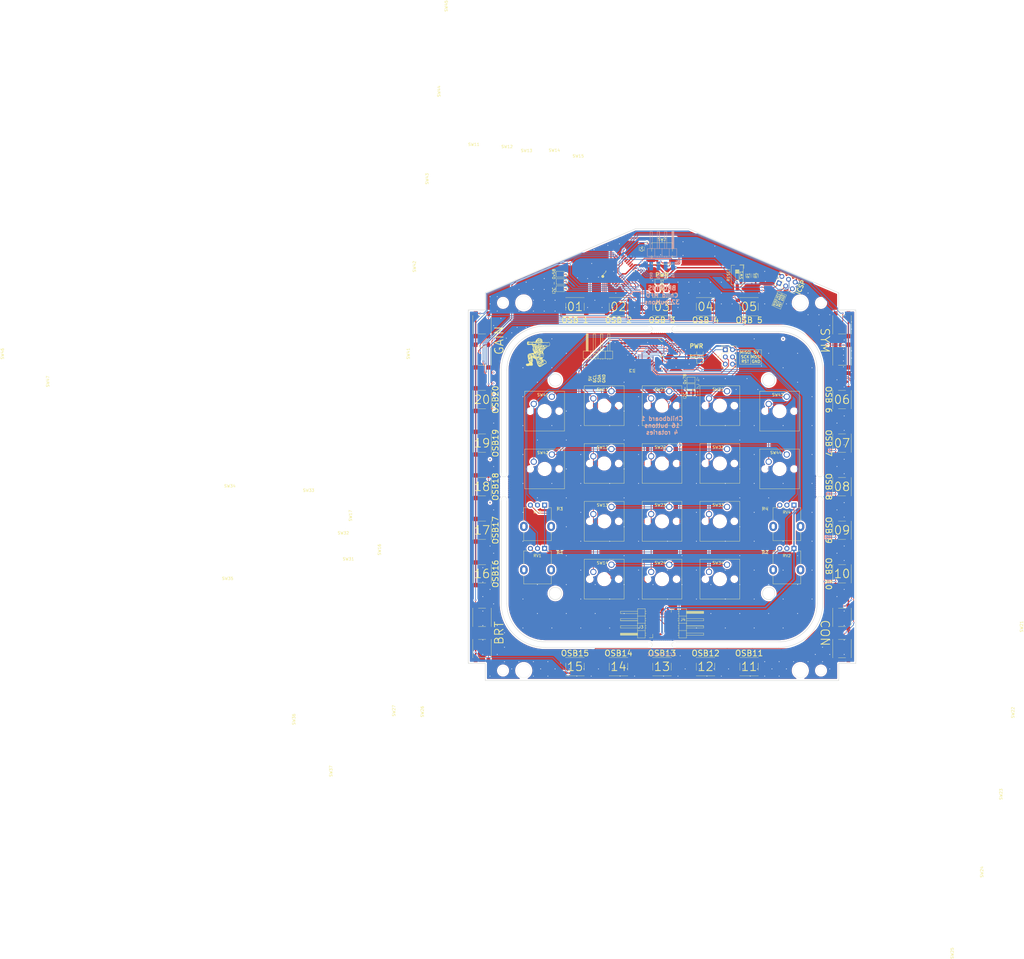
<source format=kicad_pcb>
(kicad_pcb (version 20171130) (host pcbnew "(5.1.9)-1")
  (layers (0 F.Cu signal) (31 B.Cu signal) (34 B.Paste user) (35 F.Paste user) (36 B.SilkS user) (37 F.SilkS user) (38 B.Mask user) (39 F.Mask user) (44 Edge.Cuts user))
  (net 0 "")
  (net 1 GNDREF)
  (net 2 +5V)
  (net 3 RESET)
  (net 4 MOSI)
  (net 5 SCK)
  (net 6 MISO)
  (net 7 "Net-(R5-Pad1)")
  (net 8 C1)
  (net 9 R1)
  (net 10 R2)
  (net 11 R3)
  (net 12 R4)
  (net 13 R5)
  (net 14 R6)
  (net 15 R7)
  (net 16 C2)
  (net 17 C3)
  (net 18 C4)
  (net 19 "Net-(D1-Pad1)")
  (net 20 "Net-(Atmega328P-AU1-Pad30)")
  (net 21 SCL)
  (net 22 SDA)
  (net 23 "Net-(Atmega328P-AU1-Pad22)")
  (net 24 "Net-(Atmega328P-AU1-Pad20)")
  (net 25 "Net-(Atmega328P-AU1-Pad19)")
  (net 26 /2line)
  (net 27 /1line)
  (net 28 "Net-(Atmega328P-AU1-Pad8)")
  (net 29 "Net-(Atmega328P-AU1-Pad7)")
  (net 30 /4line)
  (net 31 GND)
  (net 32 "Net-(U1-Pad22)")
  (net 33 "Net-(U1-Pad19)")
  (net 34 "Net-(U1-Pad8)")
  (net 35 "Net-(U1-Pad7)")
  (net 36 /COL1)
  (net 37 /ROW1)
  (net 38 /ROW2)
  (net 39 /ROW3)
  (net 40 /ROW4)
  (net 41 /COL2)
  (net 42 /COL3)
  (net 43 A2)
  (net 44 A3)
  (net 45 A1)
  (net 46 A0)
  (net 47 /COL4)
  (net 48 "Net-(R1-Pad1)")
  (net 49 "Net-(R2-Pad1)")
  (net 50 "Net-(R3-Pad1)")
  (net 51 "Net-(R4-Pad1)")
  (net 52 "Net-(C1-Pad1)")
  (module mycustomlibrary:PinHeader_1x04_P2.54mm_Horizontal_SMD (layer B.Cu) (at 70.6 -8.978 90)
    (fp_text reference J2 hide)
    (fp_text value Conn_01x04)
    (pad 1 smd rect (at -2.032 3.81 90) (size 3 1.3) (layers B.Cu B.Paste B.Mask) (net 2 +5V))
    (pad 2 smd rect (at -2.032 1.27 90) (size 3 1.3) (layers B.Cu B.Paste B.Mask) (net 21 SCL))
    (pad 3 smd rect (at -2.032 -1.27 90) (size 3 1.3) (layers B.Cu B.Paste B.Mask) (net 22 SDA))
    (pad 4 smd rect (at -2.032 -3.81 90) (size 3 1.3) (layers B.Cu B.Paste B.Mask) (net 1 GNDREF))
  )
  (module mycustomlibrary:ICSP-Silk (layer F.Cu) (at 111.76 5.08 67)
    (fp_text reference REF** hide)
    (fp_text value ICSP-Silk hide)
    (fp_text user VCC (at 1.25 -1 67) (layer F.SilkS) (effects (font (size 0.7 0.7))))
    (fp_text user MOSI (at 1.25 0 67) (layer F.SilkS) (effects (font (size 0.7 0.7))))
    (fp_text user GND (at 1.25 1 67) (layer F.SilkS) (effects (font (size 0.7 0.7))))
    (fp_text user RST (at -1.25 1 67) (layer F.SilkS) (effects (font (size 0.7 0.7))))
    (fp_text user SCK (at -1.25 0 67) (layer F.SilkS) (effects (font (size 0.7 0.7))))
    (fp_text user MISO (at -1.25 -1 67) (layer F.SilkS) (effects (font (size 0.7 0.7))))
  )
  (module Button_Switch_SMD:Nidec_Copal_SH-7010B (layer F.Cu) (at 70.6 -11.4)
    (fp_text reference SW2 (at 0 -4.9) (layer F.SilkS))
    (fp_text value SW_Coded_SH-7010)
    (pad 2 smd rect (at 4 2.54) (size 3 1) (layers F.Cu F.Paste F.Mask) (net 28 "Net-(Atmega328P-AU1-Pad8)"))
    (pad 4 smd rect (at -4 2.54) (size 3 1) (layers F.Cu F.Paste F.Mask) (net 1 GNDREF))
    (pad C smd rect (at 4 0) (size 3 1) (layers F.Cu F.Paste F.Mask) (net 1 GNDREF))
    (pad C smd rect (at -4 0) (size 3 1) (layers F.Cu F.Paste F.Mask) (net 1 GNDREF))
    (pad 8 smd rect (at 4 -2.54) (size 3 1) (layers F.Cu F.Paste F.Mask) (net 1 GNDREF))
    (pad 1 smd rect (at -4 -2.54) (size 3 1) (layers F.Cu F.Paste F.Mask) (net 29 "Net-(Atmega328P-AU1-Pad7)"))
  )
  (module Jumper:SolderJumper-2_P1.3mm_Open_Pad1.0x1.5mm (layer F.Cu) (at 34.798 -4.064 180)
    (fp_text reference JP3 hide)
    (fp_text value Jumper_NO_Small)
    (pad 2 smd rect (at 0.65 0 180) (size 1 1.5) (layers F.Cu F.Mask) (net 1 GNDREF))
    (pad 1 smd rect (at -0.65 0 180) (size 1 1.5) (layers F.Cu F.Mask) (net 30 /4line))
  )
  (module Jumper:SolderJumper-2_P1.3mm_Open_Pad1.0x1.5mm (layer F.Cu) (at 34.798 -1.524 180)
    (fp_text reference JP2 hide)
    (fp_text value Jumper_NO_Small)
    (pad 1 smd rect (at -0.65 0 180) (size 1 1.5) (layers F.Cu F.Mask) (net 26 /2line))
    (pad 2 smd rect (at 0.65 0 180) (size 1 1.5) (layers F.Cu F.Mask) (net 1 GNDREF))
  )
  (module Jumper:SolderJumper-2_P1.3mm_Open_Pad1.0x1.5mm (layer F.Cu) (at 34.798 1.016 180)
    (fp_text reference JP1 hide)
    (fp_text value Jumper_NO_Small)
    (pad 1 smd rect (at -0.65 0 180) (size 1 1.5) (layers F.Cu F.Mask) (net 27 /1line))
    (pad 2 smd rect (at 0.65 0 180) (size 1 1.5) (layers F.Cu F.Mask) (net 1 GNDREF))
  )
  (module Package_QFP:TQFP-32_7x7mm_P0.8mm (layer F.Cu) (at 55.88 -5.08 45)
    (fp_text reference Atmega328P-AU1 hide)
    (fp_text value ATmega328P-AU)
    (pad 1 smd rect (at -4.25 -2.8 45) (size 1.6 0.55) (layers F.Cu F.Paste F.Mask) (net 11 R3))
    (pad 2 smd rect (at -4.25 -2 45) (size 1.6 0.55) (layers F.Cu F.Paste F.Mask) (net 12 R4))
    (pad 3 smd rect (at -4.25 -1.2 45) (size 1.6 0.55) (layers F.Cu F.Paste F.Mask) (net 1 GNDREF))
    (pad 4 smd rect (at -4.25 -0.4 45) (size 1.6 0.55) (layers F.Cu F.Paste F.Mask) (net 2 +5V))
    (pad 5 smd rect (at -4.25 0.4 45) (size 1.6 0.55) (layers F.Cu F.Paste F.Mask) (net 1 GNDREF))
    (pad 6 smd rect (at -4.25 1.2 45) (size 1.6 0.55) (layers F.Cu F.Paste F.Mask) (net 2 +5V))
    (pad 7 smd rect (at -4.25 2 45) (size 1.6 0.55) (layers F.Cu F.Paste F.Mask) (net 29 "Net-(Atmega328P-AU1-Pad7)"))
    (pad 8 smd rect (at -4.25 2.8 45) (size 1.6 0.55) (layers F.Cu F.Paste F.Mask) (net 28 "Net-(Atmega328P-AU1-Pad8)"))
    (pad 9 smd rect (at -2.8 4.25 135) (size 1.6 0.55) (layers F.Cu F.Paste F.Mask) (net 13 R5))
    (pad 10 smd rect (at -2 4.25 135) (size 1.6 0.55) (layers F.Cu F.Paste F.Mask) (net 14 R6))
    (pad 11 smd rect (at -1.2 4.25 135) (size 1.6 0.55) (layers F.Cu F.Paste F.Mask) (net 15 R7))
    (pad 12 smd rect (at -0.4 4.25 135) (size 1.6 0.55) (layers F.Cu F.Paste F.Mask) (net 27 /1line))
    (pad 13 smd rect (at 0.4 4.25 135) (size 1.6 0.55) (layers F.Cu F.Paste F.Mask) (net 26 /2line))
    (pad 14 smd rect (at 1.2 4.25 135) (size 1.6 0.55) (layers F.Cu F.Paste F.Mask) (net 30 /4line))
    (pad 15 smd rect (at 2 4.25 135) (size 1.6 0.55) (layers F.Cu F.Paste F.Mask) (net 4 MOSI))
    (pad 16 smd rect (at 2.8 4.25 135) (size 1.6 0.55) (layers F.Cu F.Paste F.Mask) (net 6 MISO))
    (pad 17 smd rect (at 4.25 2.8 45) (size 1.6 0.55) (layers F.Cu F.Paste F.Mask) (net 5 SCK))
    (pad 18 smd rect (at 4.25 2 45) (size 1.6 0.55) (layers F.Cu F.Paste F.Mask) (net 2 +5V))
    (pad 19 smd rect (at 4.25 1.2 45) (size 1.6 0.55) (layers F.Cu F.Paste F.Mask) (net 25 "Net-(Atmega328P-AU1-Pad19)"))
    (pad 20 smd rect (at 4.25 0.4 45) (size 1.6 0.55) (layers F.Cu F.Paste F.Mask) (net 24 "Net-(Atmega328P-AU1-Pad20)"))
    (pad 21 smd rect (at 4.25 -0.4 45) (size 1.6 0.55) (layers F.Cu F.Paste F.Mask) (net 1 GNDREF))
    (pad 22 smd rect (at 4.25 -1.2 45) (size 1.6 0.55) (layers F.Cu F.Paste F.Mask) (net 23 "Net-(Atmega328P-AU1-Pad22)"))
    (pad 23 smd rect (at 4.25 -2 45) (size 1.6 0.55) (layers F.Cu F.Paste F.Mask) (net 8 C1))
    (pad 24 smd rect (at 4.25 -2.8 45) (size 1.6 0.55) (layers F.Cu F.Paste F.Mask) (net 16 C2))
    (pad 25 smd rect (at 2.8 -4.25 135) (size 1.6 0.55) (layers F.Cu F.Paste F.Mask) (net 17 C3))
    (pad 26 smd rect (at 2 -4.25 135) (size 1.6 0.55) (layers F.Cu F.Paste F.Mask) (net 18 C4))
    (pad 27 smd rect (at 1.2 -4.25 135) (size 1.6 0.55) (layers F.Cu F.Paste F.Mask) (net 22 SDA))
    (pad 28 smd rect (at 0.4 -4.25 135) (size 1.6 0.55) (layers F.Cu F.Paste F.Mask) (net 21 SCL))
    (pad 29 smd rect (at -0.4 -4.25 135) (size 1.6 0.55) (layers F.Cu F.Paste F.Mask) (net 3 RESET))
    (pad 30 smd rect (at -1.2 -4.25 135) (size 1.6 0.55) (layers F.Cu F.Paste F.Mask) (net 20 "Net-(Atmega328P-AU1-Pad30)"))
    (pad 31 smd rect (at -2 -4.25 135) (size 1.6 0.55) (layers F.Cu F.Paste F.Mask) (net 9 R1))
    (pad 32 smd rect (at -2.8 -4.25 135) (size 1.6 0.55) (layers F.Cu F.Paste F.Mask) (net 10 R2))
  )
  (module Connector_PinHeader_2.54mm:PinHeader_2x03_P2.54mm_Vertical (layer F.Cu) (at 111.7219 -0.9398 67)
    (fp_text reference J1 hide)
    (fp_text value ICSP)
    (pad 6 thru_hole oval (at 2.54 5.08 67) (size 1.7 1.7) (drill 1) (layers *.Cu *.Mask) (net 1 GNDREF))
    (pad 5 thru_hole oval (at 0 5.08 67) (size 1.7 1.7) (drill 1) (layers *.Cu *.Mask) (net 3 RESET))
    (pad 4 thru_hole oval (at 2.54 2.54 67) (size 1.7 1.7) (drill 1) (layers *.Cu *.Mask) (net 4 MOSI))
    (pad 3 thru_hole oval (at 0 2.54 67) (size 1.7 1.7) (drill 1) (layers *.Cu *.Mask) (net 5 SCK))
    (pad 2 thru_hole oval (at 2.54 0 67) (size 1.7 1.7) (drill 1) (layers *.Cu *.Mask) (net 2 +5V))
    (pad 1 thru_hole rect (at 0 0 67) (size 1.7 1.7) (drill 1) (layers *.Cu *.Mask) (net 6 MISO))
  )
  (module Capacitor_SMD:C_1206_3216Metric_Pad1.33x1.80mm_HandSolder (layer F.Cu) (at 70.6 1.27 180)
    (fp_text reference R8 (at 0 0) (layer F.SilkS))
    (fp_text value 330)
    (pad 2 smd roundrect (at 1.5625 0 180) (size 1.325 1.8) (layers F.Cu F.Paste F.Mask) (roundrect_rratio 0.1886784905660377) (net 19 "Net-(D1-Pad1)"))
    (pad 1 smd roundrect (at -1.5625 0 180) (size 1.325 1.8) (layers F.Cu F.Paste F.Mask) (roundrect_rratio 0.1886784905660377) (net 1 GNDREF))
  )
  (module LED_SMD:LED_1206_3216Metric_Castellated (layer F.Cu) (at 70.6 -1.27)
    (fp_text reference D1 (at 0 0 90) (layer F.SilkS))
    (fp_text value LED)
    (pad 2 smd roundrect (at 1.425 0) (size 1.6 1.65) (layers F.Cu F.Paste F.Mask) (roundrect_rratio 0.15625) (net 2 +5V))
    (pad 1 smd roundrect (at -1.425 0) (size 1.6 1.65) (layers F.Cu F.Paste F.Mask) (roundrect_rratio 0.15625) (net 19 "Net-(D1-Pad1)"))
  )
  (module Button_Switch_SMD:SW_SPST_PTS645 (layer F.Cu) (at 7.35 24.7 270)
    (fp_text reference SW47 (at 8.906 152.592 90) (layer F.SilkS))
    (fp_text value GAIN-DN)
    (pad 2 smd rect (at 3.98 2.25 270) (size 1.55 1.3) (layers F.Cu F.Paste F.Mask) (net 18 C4))
    (pad 1 smd rect (at 3.98 -2.25 270) (size 1.55 1.3) (layers F.Cu F.Paste F.Mask) (net 15 R7))
    (pad 1 smd rect (at -3.98 -2.25 270) (size 1.55 1.3) (layers F.Cu F.Paste F.Mask) (net 15 R7))
    (pad 2 smd rect (at -3.98 2.25 270) (size 1.55 1.3) (layers F.Cu F.Paste F.Mask) (net 18 C4))
  )
  (module Button_Switch_SMD:SW_SPST_PTS645 (layer F.Cu) (at 7.35 13.7 270)
    (fp_text reference SW46 (at 10.176 168.545 90) (layer F.SilkS))
    (fp_text value GAIN-UP)
    (pad 2 smd rect (at 3.98 2.25 270) (size 1.55 1.3) (layers F.Cu F.Paste F.Mask) (net 18 C4))
    (pad 1 smd rect (at 3.98 -2.25 270) (size 1.55 1.3) (layers F.Cu F.Paste F.Mask) (net 14 R6))
    (pad 1 smd rect (at -3.98 -2.25 270) (size 1.55 1.3) (layers F.Cu F.Paste F.Mask) (net 14 R6))
    (pad 2 smd rect (at -3.98 2.25 270) (size 1.55 1.3) (layers F.Cu F.Paste F.Mask) (net 18 C4))
  )
  (module Button_Switch_SMD:SW_SPST_PTS645 (layer F.Cu) (at 7.35 40 270)
    (fp_text reference SW45 (at -138.308 12.589 90) (layer F.SilkS))
    (fp_text value OSB20)
    (pad 2 smd rect (at 3.98 2.25 270) (size 1.55 1.3) (layers F.Cu F.Paste F.Mask) (net 18 C4))
    (pad 1 smd rect (at 3.98 -2.25 270) (size 1.55 1.3) (layers F.Cu F.Paste F.Mask) (net 13 R5))
    (pad 1 smd rect (at -3.98 -2.25 270) (size 1.55 1.3) (layers F.Cu F.Paste F.Mask) (net 13 R5))
    (pad 2 smd rect (at -3.98 2.25 270) (size 1.55 1.3) (layers F.Cu F.Paste F.Mask) (net 18 C4))
  )
  (module Button_Switch_SMD:SW_SPST_PTS645 (layer F.Cu) (at 7.35 55.3 270)
    (fp_text reference SW44 (at -123.643 15.129 90) (layer F.SilkS))
    (fp_text value OSB19)
    (pad 2 smd rect (at 3.98 2.25 270) (size 1.55 1.3) (layers F.Cu F.Paste F.Mask) (net 18 C4))
    (pad 1 smd rect (at 3.98 -2.25 270) (size 1.55 1.3) (layers F.Cu F.Paste F.Mask) (net 12 R4))
    (pad 1 smd rect (at -3.98 -2.25 270) (size 1.55 1.3) (layers F.Cu F.Paste F.Mask) (net 12 R4))
    (pad 2 smd rect (at -3.98 2.25 270) (size 1.55 1.3) (layers F.Cu F.Paste F.Mask) (net 18 C4))
  )
  (module Button_Switch_SMD:SW_SPST_PTS645 (layer F.Cu) (at 7.35 70.6 270)
    (fp_text reference SW43 (at -108.216 19.32 90) (layer F.SilkS))
    (fp_text value OSB18)
    (pad 2 smd rect (at 3.98 2.25 270) (size 1.55 1.3) (layers F.Cu F.Paste F.Mask) (net 18 C4))
    (pad 1 smd rect (at 3.98 -2.25 270) (size 1.55 1.3) (layers F.Cu F.Paste F.Mask) (net 11 R3))
    (pad 1 smd rect (at -3.98 -2.25 270) (size 1.55 1.3) (layers F.Cu F.Paste F.Mask) (net 11 R3))
    (pad 2 smd rect (at -3.98 2.25 270) (size 1.55 1.3) (layers F.Cu F.Paste F.Mask) (net 18 C4))
  )
  (module Button_Switch_SMD:SW_SPST_PTS645 (layer F.Cu) (at 7.35 85.9 270)
    (fp_text reference SW42 (at -92.662 23.765 90) (layer F.SilkS))
    (fp_text value OSB17)
    (pad 2 smd rect (at 3.98 2.25 270) (size 1.55 1.3) (layers F.Cu F.Paste F.Mask) (net 18 C4))
    (pad 1 smd rect (at 3.98 -2.25 270) (size 1.55 1.3) (layers F.Cu F.Paste F.Mask) (net 10 R2))
    (pad 1 smd rect (at -3.98 -2.25 270) (size 1.55 1.3) (layers F.Cu F.Paste F.Mask) (net 10 R2))
    (pad 2 smd rect (at -3.98 2.25 270) (size 1.55 1.3) (layers F.Cu F.Paste F.Mask) (net 18 C4))
  )
  (module Button_Switch_SMD:SW_SPST_PTS645 (layer F.Cu) (at 7.35 101.2 270)
    (fp_text reference SW41 (at -77.362 25.924 90) (layer F.SilkS))
    (fp_text value OSB16)
    (pad 2 smd rect (at 3.98 2.25 270) (size 1.55 1.3) (layers F.Cu F.Paste F.Mask) (net 18 C4))
    (pad 1 smd rect (at 3.98 -2.25 270) (size 1.55 1.3) (layers F.Cu F.Paste F.Mask) (net 9 R1))
    (pad 1 smd rect (at -3.98 -2.25 270) (size 1.55 1.3) (layers F.Cu F.Paste F.Mask) (net 9 R1))
    (pad 2 smd rect (at -3.98 2.25 270) (size 1.55 1.3) (layers F.Cu F.Paste F.Mask) (net 18 C4))
  )
  (module Button_Switch_SMD:SW_SPST_PTS645 (layer F.Cu) (at 7.35 127.5 270)
    (fp_text reference SW37 (at 43.069 53.094 90) (layer F.SilkS))
    (fp_text value BRT-DN)
    (pad 2 smd rect (at 3.98 2.25 270) (size 1.55 1.3) (layers F.Cu F.Paste F.Mask) (net 17 C3))
    (pad 1 smd rect (at 3.98 -2.25 270) (size 1.55 1.3) (layers F.Cu F.Paste F.Mask) (net 15 R7))
    (pad 1 smd rect (at -3.98 -2.25 270) (size 1.55 1.3) (layers F.Cu F.Paste F.Mask) (net 15 R7))
    (pad 2 smd rect (at -3.98 2.25 270) (size 1.55 1.3) (layers F.Cu F.Paste F.Mask) (net 17 C3))
  )
  (module Button_Switch_SMD:SW_SPST_PTS645 (layer F.Cu) (at 7.35 116.5 270)
    (fp_text reference SW36 (at 35.83 66.126 90) (layer F.SilkS))
    (fp_text value BRT-UP)
    (pad 2 smd rect (at 3.98 2.25 270) (size 1.55 1.3) (layers F.Cu F.Paste F.Mask) (net 17 C3))
    (pad 1 smd rect (at 3.98 -2.25 270) (size 1.55 1.3) (layers F.Cu F.Paste F.Mask) (net 14 R6))
    (pad 1 smd rect (at -3.98 -2.25 270) (size 1.55 1.3) (layers F.Cu F.Paste F.Mask) (net 14 R6))
    (pad 2 smd rect (at -3.98 2.25 270) (size 1.55 1.3) (layers F.Cu F.Paste F.Mask) (net 17 C3))
  )
  (module Button_Switch_SMD:SW_SPST_PTS645 (layer F.Cu) (at 40 133.85)
    (fp_text reference SW35 (at -122.042 -30.98) (layer F.SilkS))
    (fp_text value OSB15)
    (pad 2 smd rect (at 3.98 2.25) (size 1.55 1.3) (layers F.Cu F.Paste F.Mask) (net 17 C3))
    (pad 1 smd rect (at 3.98 -2.25) (size 1.55 1.3) (layers F.Cu F.Paste F.Mask) (net 13 R5))
    (pad 1 smd rect (at -3.98 -2.25) (size 1.55 1.3) (layers F.Cu F.Paste F.Mask) (net 13 R5))
    (pad 2 smd rect (at -3.98 2.25) (size 1.55 1.3) (layers F.Cu F.Paste F.Mask) (net 17 C3))
  )
  (module Button_Switch_SMD:SW_SPST_PTS645 (layer F.Cu) (at 55.3 133.85)
    (fp_text reference SW34 (at -136.58 -63.492) (layer F.SilkS))
    (fp_text value OSB14)
    (pad 2 smd rect (at 3.98 2.25) (size 1.55 1.3) (layers F.Cu F.Paste F.Mask) (net 17 C3))
    (pad 1 smd rect (at 3.98 -2.25) (size 1.55 1.3) (layers F.Cu F.Paste F.Mask) (net 12 R4))
    (pad 1 smd rect (at -3.98 -2.25) (size 1.55 1.3) (layers F.Cu F.Paste F.Mask) (net 12 R4))
    (pad 2 smd rect (at -3.98 2.25) (size 1.55 1.3) (layers F.Cu F.Paste F.Mask) (net 17 C3))
  )
  (module Button_Switch_SMD:SW_SPST_PTS645 (layer F.Cu) (at 70.6 133.85)
    (fp_text reference SW33 (at -124.194 -61.968) (layer F.SilkS))
    (fp_text value OSB13)
    (pad 2 smd rect (at 3.98 2.25) (size 1.55 1.3) (layers F.Cu F.Paste F.Mask) (net 17 C3))
    (pad 1 smd rect (at 3.98 -2.25) (size 1.55 1.3) (layers F.Cu F.Paste F.Mask) (net 11 R3))
    (pad 1 smd rect (at -3.98 -2.25) (size 1.55 1.3) (layers F.Cu F.Paste F.Mask) (net 11 R3))
    (pad 2 smd rect (at -3.98 2.25) (size 1.55 1.3) (layers F.Cu F.Paste F.Mask) (net 17 C3))
  )
  (module Button_Switch_SMD:SW_SPST_PTS645 (layer F.Cu) (at 85.9 133.85)
    (fp_text reference SW32 (at -127.302 -46.982) (layer F.SilkS))
    (fp_text value OSB12)
    (pad 2 smd rect (at 3.98 2.25) (size 1.55 1.3) (layers F.Cu F.Paste F.Mask) (net 17 C3))
    (pad 1 smd rect (at 3.98 -2.25) (size 1.55 1.3) (layers F.Cu F.Paste F.Mask) (net 10 R2))
    (pad 1 smd rect (at -3.98 -2.25) (size 1.55 1.3) (layers F.Cu F.Paste F.Mask) (net 10 R2))
    (pad 2 smd rect (at -3.98 2.25) (size 1.55 1.3) (layers F.Cu F.Paste F.Mask) (net 17 C3))
  )
  (module Button_Switch_SMD:SW_SPST_PTS645 (layer F.Cu) (at 101.2 133.85)
    (fp_text reference SW31 (at -140.824 -37.838) (layer F.SilkS))
    (fp_text value OSB11)
    (pad 2 smd rect (at 3.98 2.25) (size 1.55 1.3) (layers F.Cu F.Paste F.Mask) (net 17 C3))
    (pad 1 smd rect (at 3.98 -2.25) (size 1.55 1.3) (layers F.Cu F.Paste F.Mask) (net 9 R1))
    (pad 1 smd rect (at -3.98 -2.25) (size 1.55 1.3) (layers F.Cu F.Paste F.Mask) (net 9 R1))
    (pad 2 smd rect (at -3.98 2.25) (size 1.55 1.3) (layers F.Cu F.Paste F.Mask) (net 17 C3))
  )
  (module Button_Switch_SMD:SW_SPST_PTS645 (layer F.Cu) (at 133.85 127.5 90)
    (fp_text reference SW27 (at -21.836 -157.472 90) (layer F.SilkS))
    (fp_text value CON-DN)
    (pad 2 smd rect (at 3.98 2.25 90) (size 1.55 1.3) (layers F.Cu F.Paste F.Mask) (net 16 C2))
    (pad 1 smd rect (at 3.98 -2.25 90) (size 1.55 1.3) (layers F.Cu F.Paste F.Mask) (net 15 R7))
    (pad 1 smd rect (at -3.98 -2.25 90) (size 1.55 1.3) (layers F.Cu F.Paste F.Mask) (net 15 R7))
    (pad 2 smd rect (at -3.98 2.25 90) (size 1.55 1.3) (layers F.Cu F.Paste F.Mask) (net 16 C2))
  )
  (module Button_Switch_SMD:SW_SPST_PTS645 (layer F.Cu) (at 133.85 116.5 90)
    (fp_text reference SW26 (at -33.139 -147.488 90) (layer F.SilkS))
    (fp_text value CON-UP)
    (pad 2 smd rect (at 3.98 2.25 90) (size 1.55 1.3) (layers F.Cu F.Paste F.Mask) (net 16 C2))
    (pad 1 smd rect (at 3.98 -2.25 90) (size 1.55 1.3) (layers F.Cu F.Paste F.Mask) (net 14 R6))
    (pad 1 smd rect (at -3.98 -2.25 90) (size 1.55 1.3) (layers F.Cu F.Paste F.Mask) (net 14 R6))
    (pad 2 smd rect (at -3.98 2.25 90) (size 1.55 1.3) (layers F.Cu F.Paste F.Mask) (net 16 C2))
  )
  (module Button_Switch_SMD:SW_SPST_PTS645 (layer F.Cu) (at 133.85 101.2 90)
    (fp_text reference SW25 (at -133.331 38.727 90) (layer F.SilkS))
    (fp_text value OSB10)
    (pad 2 smd rect (at 3.98 2.25 90) (size 1.55 1.3) (layers F.Cu F.Paste F.Mask) (net 16 C2))
    (pad 1 smd rect (at 3.98 -2.25 90) (size 1.55 1.3) (layers F.Cu F.Paste F.Mask) (net 13 R5))
    (pad 1 smd rect (at -3.98 -2.25 90) (size 1.55 1.3) (layers F.Cu F.Paste F.Mask) (net 13 R5))
    (pad 2 smd rect (at -3.98 2.25 90) (size 1.55 1.3) (layers F.Cu F.Paste F.Mask) (net 16 C2))
  )
  (module Button_Switch_SMD:SW_SPST_PTS645 (layer F.Cu) (at 133.85 85.9 90)
    (fp_text reference SW24 (at -120.063 49.141 90) (layer F.SilkS))
    (fp_text value OSB9)
    (pad 2 smd rect (at 3.98 2.25 90) (size 1.55 1.3) (layers F.Cu F.Paste F.Mask) (net 16 C2))
    (pad 1 smd rect (at 3.98 -2.25 90) (size 1.55 1.3) (layers F.Cu F.Paste F.Mask) (net 12 R4))
    (pad 1 smd rect (at -3.98 -2.25 90) (size 1.55 1.3) (layers F.Cu F.Paste F.Mask) (net 12 R4))
    (pad 2 smd rect (at -3.98 2.25 90) (size 1.55 1.3) (layers F.Cu F.Paste F.Mask) (net 16 C2))
  )
  (module Button_Switch_SMD:SW_SPST_PTS645 (layer F.Cu) (at 133.85 70.6 90)
    (fp_text reference SW23 (at -108.065 55.872 90) (layer F.SilkS))
    (fp_text value OSB8)
    (pad 2 smd rect (at 3.98 2.25 90) (size 1.55 1.3) (layers F.Cu F.Paste F.Mask) (net 16 C2))
    (pad 1 smd rect (at 3.98 -2.25 90) (size 1.55 1.3) (layers F.Cu F.Paste F.Mask) (net 11 R3))
    (pad 1 smd rect (at -3.98 -2.25 90) (size 1.55 1.3) (layers F.Cu F.Paste F.Mask) (net 11 R3))
    (pad 2 smd rect (at -3.98 2.25 90) (size 1.55 1.3) (layers F.Cu F.Paste F.Mask) (net 16 C2))
  )
  (module Button_Switch_SMD:SW_SPST_PTS645 (layer F.Cu) (at 133.85 55.3 90)
    (fp_text reference SW22 (at -94.67 60.063 90) (layer F.SilkS))
    (fp_text value OSB7)
    (pad 2 smd rect (at 3.98 2.25 90) (size 1.55 1.3) (layers F.Cu F.Paste F.Mask) (net 16 C2))
    (pad 1 smd rect (at 3.98 -2.25 90) (size 1.55 1.3) (layers F.Cu F.Paste F.Mask) (net 10 R2))
    (pad 1 smd rect (at -3.98 -2.25 90) (size 1.55 1.3) (layers F.Cu F.Paste F.Mask) (net 10 R2))
    (pad 2 smd rect (at -3.98 2.25 90) (size 1.55 1.3) (layers F.Cu F.Paste F.Mask) (net 16 C2))
  )
  (module Button_Switch_SMD:SW_SPST_PTS645 (layer F.Cu) (at 133.85 40 90)
    (fp_text reference SW21 (at -79.751 63.111 90) (layer F.SilkS))
    (fp_text value OSB6)
    (pad 2 smd rect (at 3.98 2.25 90) (size 1.55 1.3) (layers F.Cu F.Paste F.Mask) (net 16 C2))
    (pad 1 smd rect (at 3.98 -2.25 90) (size 1.55 1.3) (layers F.Cu F.Paste F.Mask) (net 9 R1))
    (pad 1 smd rect (at -3.98 -2.25 90) (size 1.55 1.3) (layers F.Cu F.Paste F.Mask) (net 9 R1))
    (pad 2 smd rect (at -3.98 2.25 90) (size 1.55 1.3) (layers F.Cu F.Paste F.Mask) (net 16 C2))
  )
  (module Button_Switch_SMD:SW_SPST_PTS645 (layer F.Cu) (at 133.85 24.7 90)
    (fp_text reference SW17 (at -56.072 -172.712 90) (layer F.SilkS))
    (fp_text value SYM-DN)
    (pad 2 smd rect (at 3.98 2.25 90) (size 1.55 1.3) (layers F.Cu F.Paste F.Mask) (net 8 C1))
    (pad 1 smd rect (at 3.98 -2.25 90) (size 1.55 1.3) (layers F.Cu F.Paste F.Mask) (net 15 R7))
    (pad 1 smd rect (at -3.98 -2.25 90) (size 1.55 1.3) (layers F.Cu F.Paste F.Mask) (net 15 R7))
    (pad 2 smd rect (at -3.98 2.25 90) (size 1.55 1.3) (layers F.Cu F.Paste F.Mask) (net 8 C1))
  )
  (module Button_Switch_SMD:SW_SPST_PTS645 (layer F.Cu) (at 133.85 13.7 90)
    (fp_text reference SW16 (at -79.01 -162.552 90) (layer F.SilkS))
    (fp_text value SYM-UP)
    (pad 2 smd rect (at 3.98 2.25 90) (size 1.55 1.3) (layers F.Cu F.Paste F.Mask) (net 8 C1))
    (pad 1 smd rect (at 3.98 -2.25 90) (size 1.55 1.3) (layers F.Cu F.Paste F.Mask) (net 14 R6))
    (pad 1 smd rect (at -3.98 -2.25 90) (size 1.55 1.3) (layers F.Cu F.Paste F.Mask) (net 14 R6))
    (pad 2 smd rect (at -3.98 2.25 90) (size 1.55 1.3) (layers F.Cu F.Paste F.Mask) (net 8 C1))
  )
  (module Button_Switch_SMD:SW_SPST_PTS645 (layer F.Cu) (at 101.2 7.35)
    (fp_text reference SW15 (at -60.052 -52.943) (layer F.SilkS))
    (fp_text value OSB5)
    (pad 2 smd rect (at 3.98 2.25) (size 1.55 1.3) (layers F.Cu F.Paste F.Mask) (net 8 C1))
    (pad 1 smd rect (at 3.98 -2.25) (size 1.55 1.3) (layers F.Cu F.Paste F.Mask) (net 13 R5))
    (pad 1 smd rect (at -3.98 -2.25) (size 1.55 1.3) (layers F.Cu F.Paste F.Mask) (net 13 R5))
    (pad 2 smd rect (at -3.98 2.25) (size 1.55 1.3) (layers F.Cu F.Paste F.Mask) (net 8 C1))
  )
  (module Button_Switch_SMD:SW_SPST_PTS645 (layer F.Cu) (at 85.9 7.35)
    (fp_text reference SW14 (at -53.134 -54.975) (layer F.SilkS))
    (fp_text value OSB4)
    (pad 2 smd rect (at 3.98 2.25) (size 1.55 1.3) (layers F.Cu F.Paste F.Mask) (net 8 C1))
    (pad 1 smd rect (at 3.98 -2.25) (size 1.55 1.3) (layers F.Cu F.Paste F.Mask) (net 12 R4))
    (pad 1 smd rect (at -3.98 -2.25) (size 1.55 1.3) (layers F.Cu F.Paste F.Mask) (net 12 R4))
    (pad 2 smd rect (at -3.98 2.25) (size 1.55 1.3) (layers F.Cu F.Paste F.Mask) (net 8 C1))
  )
  (module Button_Switch_SMD:SW_SPST_PTS645 (layer F.Cu) (at 70.6 7.35)
    (fp_text reference SW13 (at -47.613 -54.848) (layer F.SilkS))
    (fp_text value OSB3)
    (pad 2 smd rect (at 3.98 2.25) (size 1.55 1.3) (layers F.Cu F.Paste F.Mask) (net 8 C1))
    (pad 1 smd rect (at 3.98 -2.25) (size 1.55 1.3) (layers F.Cu F.Paste F.Mask) (net 11 R3))
    (pad 1 smd rect (at -3.98 -2.25) (size 1.55 1.3) (layers F.Cu F.Paste F.Mask) (net 11 R3))
    (pad 2 smd rect (at -3.98 2.25) (size 1.55 1.3) (layers F.Cu F.Paste F.Mask) (net 8 C1))
  )
  (module Button_Switch_SMD:SW_SPST_PTS645 (layer F.Cu) (at 55.3 7.35)
    (fp_text reference SW12 (at -39.171 -56.245) (layer F.SilkS))
    (fp_text value OSB2)
    (pad 2 smd rect (at 3.98 2.25) (size 1.55 1.3) (layers F.Cu F.Paste F.Mask) (net 8 C1))
    (pad 1 smd rect (at 3.98 -2.25) (size 1.55 1.3) (layers F.Cu F.Paste F.Mask) (net 10 R2))
    (pad 1 smd rect (at -3.98 -2.25) (size 1.55 1.3) (layers F.Cu F.Paste F.Mask) (net 10 R2))
    (pad 2 smd rect (at -3.98 2.25) (size 1.55 1.3) (layers F.Cu F.Paste F.Mask) (net 8 C1))
  )
  (module Button_Switch_SMD:SW_SPST_PTS645 (layer F.Cu) (at 40 7.35)
    (fp_text reference SW11 (at -35.555 -57.007) (layer F.SilkS))
    (fp_text value OSB1)
    (pad 2 smd rect (at 3.98 2.25) (size 1.55 1.3) (layers F.Cu F.Paste F.Mask) (net 8 C1))
    (pad 1 smd rect (at 3.98 -2.25) (size 1.55 1.3) (layers F.Cu F.Paste F.Mask) (net 9 R1))
    (pad 1 smd rect (at -3.98 -2.25) (size 1.55 1.3) (layers F.Cu F.Paste F.Mask) (net 9 R1))
    (pad 2 smd rect (at -3.98 2.25) (size 1.55 1.3) (layers F.Cu F.Paste F.Mask) (net 8 C1))
  )
  (module Button_Switch_SMD:SW_DIP_SPSTx01_Slide_6.7x4.1mm_W8.61mm_P2.54mm_LowProfile (layer F.Cu) (at 97.028 -3.797 270)
    (fp_text reference SW1 (at 0 -1.397 90) (layer F.SilkS))
    (fp_text value RESET)
    (pad 2 smd rect (at 4.305 0 270) (size 2.44 1.12) (layers F.Cu F.Paste F.Mask) (net 3 RESET))
    (pad 1 smd rect (at -4.305 0 270) (size 2.44 1.12) (layers F.Cu F.Paste F.Mask) (net 7 "Net-(R5-Pad1)"))
  )
  (module Capacitor_SMD:C_1206_3216Metric_Pad1.33x1.80mm_HandSolder (layer F.Cu) (at 103.505 -3.5945 270)
    (fp_text reference R5 (at 0.0131 -0.0508 90) (layer F.SilkS))
    (fp_text value 330)
    (pad 1 smd roundrect (at -1.5625 0 270) (size 1.325 1.8) (layers F.Cu F.Paste F.Mask) (roundrect_rratio 0.1886769811320755) (net 7 "Net-(R5-Pad1)"))
    (pad 2 smd roundrect (at 1.5625 0 270) (size 1.325 1.8) (layers F.Cu F.Paste F.Mask) (roundrect_rratio 0.1886769811320755) (net 1 GNDREF))
  )
  (module Capacitor_SMD:C_1206_3216Metric_Pad1.33x1.80mm_HandSolder (layer F.Cu) (at 100.965 -3.5945 90)
    (fp_text reference R1 (at 0 -0.0508 90) (layer F.SilkS))
    (fp_text value 10K)
    (pad 2 smd roundrect (at 1.5625 0 90) (size 1.325 1.8) (layers F.Cu F.Paste F.Mask) (roundrect_rratio 0.1886769811320755) (net 2 +5V))
    (pad 1 smd roundrect (at -1.5625 0 90) (size 1.325 1.8) (layers F.Cu F.Paste F.Mask) (roundrect_rratio 0.1886769811320755) (net 3 RESET))
  )
  (module Capacitor_SMD:C_1206_3216Metric_Pad1.33x1.80mm_HandSolder (layer F.Cu) (at 63.5 -12.954 90)
    (fp_text reference C4 (at 0 0 90) (layer F.SilkS))
    (fp_text value 100nF)
    (pad 2 smd roundrect (at 1.5625 0 90) (size 1.325 1.8) (layers F.Cu F.Paste F.Mask) (roundrect_rratio 0.1886769811320755) (net 1 GNDREF))
    (pad 1 smd roundrect (at -1.5625 0 90) (size 1.325 1.8) (layers F.Cu F.Paste F.Mask) (roundrect_rratio 0.1886769811320755) (net 24 "Net-(Atmega328P-AU1-Pad20)"))
  )
  (module mycustomlibrary:PinHeader_1x04_P2.54mm_Horizontal_SMD (layer F.Cu) (at 75.1 118.6)
    (fp_text reference J4 (at 2.88 -1.312) (layer F.SilkS))
    (fp_text value Conn_01x04)
    (pad 1 smd rect (at -2.032 -3.81) (size 3 1.3) (layers F.Cu F.Paste F.Mask) (net 2 +5V))
    (pad 2 smd rect (at -2.032 -1.27) (size 3 1.3) (layers F.Cu F.Paste F.Mask) (net 21 SCL))
    (pad 3 smd rect (at -2.032 1.27) (size 3 1.3) (layers F.Cu F.Paste F.Mask) (net 22 SDA))
    (pad 4 smd rect (at -2.032 3.81) (size 3 1.3) (layers F.Cu F.Paste F.Mask) (net 31 GND))
  )
  (module mycustomlibrary:PinHeader_1x04_P2.54mm_Horizontal_SMD (layer F.Cu) (at 66.1 118.6 180)
    (fp_text reference J3 (at 2.88 -1.312) (layer F.SilkS))
    (fp_text value Conn_01x04)
    (pad 1 smd rect (at -2.032 -3.81 180) (size 3 1.3) (layers F.Cu F.Paste F.Mask) (net 2 +5V))
    (pad 2 smd rect (at -2.032 -1.27 180) (size 3 1.3) (layers F.Cu F.Paste F.Mask) (net 21 SCL))
    (pad 3 smd rect (at -2.032 1.27 180) (size 3 1.3) (layers F.Cu F.Paste F.Mask) (net 22 SDA))
    (pad 4 smd rect (at -2.032 3.81 180) (size 3 1.3) (layers F.Cu F.Paste F.Mask) (net 31 GND))
  )
  (module mycustomlibrary:puff_1200 (layer F.Cu) (at 37.6 23.1 250)
    (fp_text reference G*** hide)
    (fp_text value LOGO hide)
  )
  (module mycustomlibrary:CBB_0.5inch (layer F.Cu) (at 27.1 23.1)
    (fp_text reference G*** hide)
    (fp_text value LOGO hide)
  )
  (module Panelisation:mouse-bite-2mm-slot-5mm-width (layer F.Cu) (at 70.6 15.1)
    (fp_text reference mouse-bite-2mm-slot hide)
    (fp_text value VAL** hide)
    (pad "" np_thru_hole circle (at 4.5 0) (size 2 2) (drill 2) (layers *.Cu *.Mask))
    (pad "" np_thru_hole circle (at -4.5 0) (size 2 2) (drill 2) (layers *.Cu *.Mask))
    (pad "" np_thru_hole circle (at -3.125 -0.75) (size 0.5 0.5) (drill 0.5) (layers *.Cu *.Mask))
    (pad "" np_thru_hole circle (at -3.125 0.75) (size 0.5 0.5) (drill 0.5) (layers *.Cu *.Mask))
    (pad "" np_thru_hole circle (at 2.125 0.75) (size 0.5 0.5) (drill 0.5) (layers *.Cu *.Mask))
    (pad "" np_thru_hole circle (at 2.875 0.75) (size 0.5 0.5) (drill 0.5) (layers *.Cu *.Mask))
    (pad "" np_thru_hole circle (at 2.125 -0.75) (size 0.5 0.5) (drill 0.5) (layers *.Cu *.Mask))
    (pad "" np_thru_hole circle (at 2.875 -0.75) (size 0.5 0.5) (drill 0.5) (layers *.Cu *.Mask))
    (pad "" np_thru_hole circle (at -0.875 -0.75) (size 0.5 0.5) (drill 0.5) (layers *.Cu *.Mask))
    (pad "" np_thru_hole circle (at -2.375 0.75) (size 0.5 0.5) (drill 0.5) (layers *.Cu *.Mask))
    (pad "" np_thru_hole circle (at -0.875 0.75) (size 0.5 0.5) (drill 0.5) (layers *.Cu *.Mask))
    (pad "" np_thru_hole circle (at -1.625 0.75) (size 0.5 0.5) (drill 0.5) (layers *.Cu *.Mask))
    (pad "" np_thru_hole circle (at -2.375 -0.75) (size 0.5 0.5) (drill 0.5) (layers *.Cu *.Mask))
    (pad "" np_thru_hole circle (at -1.625 -0.75) (size 0.5 0.5) (drill 0.5) (layers *.Cu *.Mask))
    (pad "" np_thru_hole circle (at 1.375 0.75) (size 0.5 0.5) (drill 0.5) (layers *.Cu *.Mask))
    (pad "" np_thru_hole circle (at -0.125 0.75) (size 0.5 0.5) (drill 0.5) (layers *.Cu *.Mask))
    (pad "" np_thru_hole circle (at -0.125 -0.75) (size 0.5 0.5) (drill 0.5) (layers *.Cu *.Mask))
    (pad "" np_thru_hole circle (at 1.375 -0.75) (size 0.5 0.5) (drill 0.5) (layers *.Cu *.Mask))
    (pad "" np_thru_hole circle (at 0.625 0.75) (size 0.5 0.5) (drill 0.5) (layers *.Cu *.Mask))
    (pad "" np_thru_hole circle (at 0.625 -0.75) (size 0.5 0.5) (drill 0.5) (layers *.Cu *.Mask))
  )
  (module Panelisation:mouse-bite-2mm-slot-5mm-width (layer F.Cu) (at 126.1 70.6 270)
    (fp_text reference mouse-bite-2mm-slot hide)
    (fp_text value VAL** hide)
    (pad "" np_thru_hole circle (at 4.5 0 270) (size 2 2) (drill 2) (layers *.Cu *.Mask))
    (pad "" np_thru_hole circle (at -4.5 0 270) (size 2 2) (drill 2) (layers *.Cu *.Mask))
    (pad "" np_thru_hole circle (at -3.125 -0.75 270) (size 0.5 0.5) (drill 0.5) (layers *.Cu *.Mask))
    (pad "" np_thru_hole circle (at -3.125 0.75 270) (size 0.5 0.5) (drill 0.5) (layers *.Cu *.Mask))
    (pad "" np_thru_hole circle (at 2.125 0.75 270) (size 0.5 0.5) (drill 0.5) (layers *.Cu *.Mask))
    (pad "" np_thru_hole circle (at 2.875 0.75 270) (size 0.5 0.5) (drill 0.5) (layers *.Cu *.Mask))
    (pad "" np_thru_hole circle (at 2.125 -0.75 270) (size 0.5 0.5) (drill 0.5) (layers *.Cu *.Mask))
    (pad "" np_thru_hole circle (at 2.875 -0.75 270) (size 0.5 0.5) (drill 0.5) (layers *.Cu *.Mask))
    (pad "" np_thru_hole circle (at -0.875 -0.75 270) (size 0.5 0.5) (drill 0.5) (layers *.Cu *.Mask))
    (pad "" np_thru_hole circle (at -2.375 0.75 270) (size 0.5 0.5) (drill 0.5) (layers *.Cu *.Mask))
    (pad "" np_thru_hole circle (at -0.875 0.75 270) (size 0.5 0.5) (drill 0.5) (layers *.Cu *.Mask))
    (pad "" np_thru_hole circle (at -1.625 0.75 270) (size 0.5 0.5) (drill 0.5) (layers *.Cu *.Mask))
    (pad "" np_thru_hole circle (at -2.375 -0.75 270) (size 0.5 0.5) (drill 0.5) (layers *.Cu *.Mask))
    (pad "" np_thru_hole circle (at -1.625 -0.75 270) (size 0.5 0.5) (drill 0.5) (layers *.Cu *.Mask))
    (pad "" np_thru_hole circle (at 1.375 0.75 270) (size 0.5 0.5) (drill 0.5) (layers *.Cu *.Mask))
    (pad "" np_thru_hole circle (at -0.125 0.75 270) (size 0.5 0.5) (drill 0.5) (layers *.Cu *.Mask))
    (pad "" np_thru_hole circle (at -0.125 -0.75 270) (size 0.5 0.5) (drill 0.5) (layers *.Cu *.Mask))
    (pad "" np_thru_hole circle (at 1.375 -0.75 270) (size 0.5 0.5) (drill 0.5) (layers *.Cu *.Mask))
    (pad "" np_thru_hole circle (at 0.625 0.75 270) (size 0.5 0.5) (drill 0.5) (layers *.Cu *.Mask))
    (pad "" np_thru_hole circle (at 0.625 -0.75 270) (size 0.5 0.5) (drill 0.5) (layers *.Cu *.Mask))
  )
  (module Panelisation:mouse-bite-2mm-slot-5mm-width (layer F.Cu) (at 70.6 126.1 180)
    (fp_text reference mouse-bite-2mm-slot hide)
    (fp_text value VAL** hide)
    (pad "" np_thru_hole circle (at 4.5 0 180) (size 2 2) (drill 2) (layers *.Cu *.Mask))
    (pad "" np_thru_hole circle (at -4.5 0 180) (size 2 2) (drill 2) (layers *.Cu *.Mask))
    (pad "" np_thru_hole circle (at -3.125 -0.75 180) (size 0.5 0.5) (drill 0.5) (layers *.Cu *.Mask))
    (pad "" np_thru_hole circle (at -3.125 0.75 180) (size 0.5 0.5) (drill 0.5) (layers *.Cu *.Mask))
    (pad "" np_thru_hole circle (at 2.125 0.75 180) (size 0.5 0.5) (drill 0.5) (layers *.Cu *.Mask))
    (pad "" np_thru_hole circle (at 2.875 0.75 180) (size 0.5 0.5) (drill 0.5) (layers *.Cu *.Mask))
    (pad "" np_thru_hole circle (at 2.125 -0.75 180) (size 0.5 0.5) (drill 0.5) (layers *.Cu *.Mask))
    (pad "" np_thru_hole circle (at 2.875 -0.75 180) (size 0.5 0.5) (drill 0.5) (layers *.Cu *.Mask))
    (pad "" np_thru_hole circle (at -0.875 -0.75 180) (size 0.5 0.5) (drill 0.5) (layers *.Cu *.Mask))
    (pad "" np_thru_hole circle (at -2.375 0.75 180) (size 0.5 0.5) (drill 0.5) (layers *.Cu *.Mask))
    (pad "" np_thru_hole circle (at -0.875 0.75 180) (size 0.5 0.5) (drill 0.5) (layers *.Cu *.Mask))
    (pad "" np_thru_hole circle (at -1.625 0.75 180) (size 0.5 0.5) (drill 0.5) (layers *.Cu *.Mask))
    (pad "" np_thru_hole circle (at -2.375 -0.75 180) (size 0.5 0.5) (drill 0.5) (layers *.Cu *.Mask))
    (pad "" np_thru_hole circle (at -1.625 -0.75 180) (size 0.5 0.5) (drill 0.5) (layers *.Cu *.Mask))
    (pad "" np_thru_hole circle (at 1.375 0.75 180) (size 0.5 0.5) (drill 0.5) (layers *.Cu *.Mask))
    (pad "" np_thru_hole circle (at -0.125 0.75 180) (size 0.5 0.5) (drill 0.5) (layers *.Cu *.Mask))
    (pad "" np_thru_hole circle (at -0.125 -0.75 180) (size 0.5 0.5) (drill 0.5) (layers *.Cu *.Mask))
    (pad "" np_thru_hole circle (at 1.375 -0.75 180) (size 0.5 0.5) (drill 0.5) (layers *.Cu *.Mask))
    (pad "" np_thru_hole circle (at 0.625 0.75 180) (size 0.5 0.5) (drill 0.5) (layers *.Cu *.Mask))
    (pad "" np_thru_hole circle (at 0.625 -0.75 180) (size 0.5 0.5) (drill 0.5) (layers *.Cu *.Mask))
  )
  (module Panelisation:mouse-bite-2mm-slot-5mm-width (layer F.Cu) (at 15.1 70.6 90)
    (fp_text reference mouse-bite-2mm-slot hide)
    (fp_text value VAL** hide)
    (pad "" np_thru_hole circle (at 4.5 0 90) (size 2 2) (drill 2) (layers *.Cu *.Mask))
    (pad "" np_thru_hole circle (at -4.5 0 90) (size 2 2) (drill 2) (layers *.Cu *.Mask))
    (pad "" np_thru_hole circle (at -3.125 -0.75 90) (size 0.5 0.5) (drill 0.5) (layers *.Cu *.Mask))
    (pad "" np_thru_hole circle (at -3.125 0.75 90) (size 0.5 0.5) (drill 0.5) (layers *.Cu *.Mask))
    (pad "" np_thru_hole circle (at 2.125 0.75 90) (size 0.5 0.5) (drill 0.5) (layers *.Cu *.Mask))
    (pad "" np_thru_hole circle (at 2.875 0.75 90) (size 0.5 0.5) (drill 0.5) (layers *.Cu *.Mask))
    (pad "" np_thru_hole circle (at 2.125 -0.75 90) (size 0.5 0.5) (drill 0.5) (layers *.Cu *.Mask))
    (pad "" np_thru_hole circle (at 2.875 -0.75 90) (size 0.5 0.5) (drill 0.5) (layers *.Cu *.Mask))
    (pad "" np_thru_hole circle (at -0.875 -0.75 90) (size 0.5 0.5) (drill 0.5) (layers *.Cu *.Mask))
    (pad "" np_thru_hole circle (at -2.375 0.75 90) (size 0.5 0.5) (drill 0.5) (layers *.Cu *.Mask))
    (pad "" np_thru_hole circle (at -0.875 0.75 90) (size 0.5 0.5) (drill 0.5) (layers *.Cu *.Mask))
    (pad "" np_thru_hole circle (at -1.625 0.75 90) (size 0.5 0.5) (drill 0.5) (layers *.Cu *.Mask))
    (pad "" np_thru_hole circle (at -2.375 -0.75 90) (size 0.5 0.5) (drill 0.5) (layers *.Cu *.Mask))
    (pad "" np_thru_hole circle (at -1.625 -0.75 90) (size 0.5 0.5) (drill 0.5) (layers *.Cu *.Mask))
    (pad "" np_thru_hole circle (at 1.375 0.75 90) (size 0.5 0.5) (drill 0.5) (layers *.Cu *.Mask))
    (pad "" np_thru_hole circle (at -0.125 0.75 90) (size 0.5 0.5) (drill 0.5) (layers *.Cu *.Mask))
    (pad "" np_thru_hole circle (at -0.125 -0.75 90) (size 0.5 0.5) (drill 0.5) (layers *.Cu *.Mask))
    (pad "" np_thru_hole circle (at 1.375 -0.75 90) (size 0.5 0.5) (drill 0.5) (layers *.Cu *.Mask))
    (pad "" np_thru_hole circle (at 0.625 0.75 90) (size 0.5 0.5) (drill 0.5) (layers *.Cu *.Mask))
    (pad "" np_thru_hole circle (at 0.625 -0.75 90) (size 0.5 0.5) (drill 0.5) (layers *.Cu *.Mask))
  )
  (module mycustomlibrary:PinHeader_1x04_P2.54mm_Horizontal_SMD (layer F.Cu) (at 48.1 27.028 90)
    (fp_text reference J2 (at 2.678 -1 90) (layer F.SilkS))
    (fp_text value Conn_01x04)
    (pad 1 smd rect (at -2.032 -3.81 90) (size 3 1.3) (layers F.Cu F.Paste F.Mask) (net 2 +5V))
    (pad 2 smd rect (at -2.032 -1.27 90) (size 3 1.3) (layers F.Cu F.Paste F.Mask) (net 21 SCL))
    (pad 3 smd rect (at -2.032 1.27 90) (size 3 1.3) (layers F.Cu F.Paste F.Mask) (net 22 SDA))
    (pad 4 smd rect (at -2.032 3.81 90) (size 3 1.3) (layers F.Cu F.Paste F.Mask) (net 31 GND))
  )
  (module Package_QFP:TQFP-32_7x7mm_P0.8mm (layer F.Cu) (at 70.6 24.6 315)
    (fp_text reference U1 (at 0 0) (layer F.SilkS) (effects (font (size 0.7 0.7))))
    (fp_text value ATmega328P-AU)
    (pad 32 smd rect (at -2.8 -4.25 45) (size 1.6 0.55) (layers F.Cu F.Paste F.Mask) (net 36 /COL1))
    (pad 31 smd rect (at -2 -4.25 45) (size 1.6 0.55) (layers F.Cu F.Paste F.Mask) (net 41 /COL2))
    (pad 30 smd rect (at -1.2 -4.25 45) (size 1.6 0.55) (layers F.Cu F.Paste F.Mask) (net 42 /COL3))
    (pad 29 smd rect (at -0.4 -4.25 45) (size 1.6 0.55) (layers F.Cu F.Paste F.Mask) (net 3 RESET))
    (pad 28 smd rect (at 0.4 -4.25 45) (size 1.6 0.55) (layers F.Cu F.Paste F.Mask) (net 21 SCL))
    (pad 27 smd rect (at 1.2 -4.25 45) (size 1.6 0.55) (layers F.Cu F.Paste F.Mask) (net 22 SDA))
    (pad 26 smd rect (at 2 -4.25 45) (size 1.6 0.55) (layers F.Cu F.Paste F.Mask) (net 44 A3))
    (pad 25 smd rect (at 2.8 -4.25 45) (size 1.6 0.55) (layers F.Cu F.Paste F.Mask) (net 43 A2))
    (pad 24 smd rect (at 4.25 -2.8 315) (size 1.6 0.55) (layers F.Cu F.Paste F.Mask) (net 45 A1))
    (pad 23 smd rect (at 4.25 -2 315) (size 1.6 0.55) (layers F.Cu F.Paste F.Mask) (net 46 A0))
    (pad 22 smd rect (at 4.25 -1.2 315) (size 1.6 0.55) (layers F.Cu F.Paste F.Mask) (net 32 "Net-(U1-Pad22)"))
    (pad 21 smd rect (at 4.25 -0.4 315) (size 1.6 0.55) (layers F.Cu F.Paste F.Mask) (net 31 GND))
    (pad 20 smd rect (at 4.25 0.4 315) (size 1.6 0.55) (layers F.Cu F.Paste F.Mask) (net 52 "Net-(C1-Pad1)"))
    (pad 19 smd rect (at 4.25 1.2 315) (size 1.6 0.55) (layers F.Cu F.Paste F.Mask) (net 33 "Net-(U1-Pad19)"))
    (pad 18 smd rect (at 4.25 2 315) (size 1.6 0.55) (layers F.Cu F.Paste F.Mask) (net 2 +5V))
    (pad 17 smd rect (at 4.25 2.8 315) (size 1.6 0.55) (layers F.Cu F.Paste F.Mask) (net 5 SCK))
    (pad 16 smd rect (at 2.8 4.25 45) (size 1.6 0.55) (layers F.Cu F.Paste F.Mask) (net 6 MISO))
    (pad 15 smd rect (at 2 4.25 45) (size 1.6 0.55) (layers F.Cu F.Paste F.Mask) (net 4 MOSI))
    (pad 14 smd rect (at 1.2 4.25 45) (size 1.6 0.55) (layers F.Cu F.Paste F.Mask) (net 30 /4line))
    (pad 13 smd rect (at 0.4 4.25 45) (size 1.6 0.55) (layers F.Cu F.Paste F.Mask) (net 26 /2line))
    (pad 12 smd rect (at -0.4 4.25 45) (size 1.6 0.55) (layers F.Cu F.Paste F.Mask) (net 27 /1line))
    (pad 11 smd rect (at -1.2 4.25 45) (size 1.6 0.55) (layers F.Cu F.Paste F.Mask) (net 47 /COL4))
    (pad 10 smd rect (at -2 4.25 45) (size 1.6 0.55) (layers F.Cu F.Paste F.Mask) (net 40 /ROW4))
    (pad 9 smd rect (at -2.8 4.25 45) (size 1.6 0.55) (layers F.Cu F.Paste F.Mask) (net 39 /ROW3))
    (pad 8 smd rect (at -4.25 2.8 315) (size 1.6 0.55) (layers F.Cu F.Paste F.Mask) (net 34 "Net-(U1-Pad8)"))
    (pad 7 smd rect (at -4.25 2 315) (size 1.6 0.55) (layers F.Cu F.Paste F.Mask) (net 35 "Net-(U1-Pad7)"))
    (pad 6 smd rect (at -4.25 1.2 315) (size 1.6 0.55) (layers F.Cu F.Paste F.Mask) (net 2 +5V))
    (pad 5 smd rect (at -4.25 0.4 315) (size 1.6 0.55) (layers F.Cu F.Paste F.Mask) (net 31 GND))
    (pad 4 smd rect (at -4.25 -0.4 315) (size 1.6 0.55) (layers F.Cu F.Paste F.Mask) (net 2 +5V))
    (pad 3 smd rect (at -4.25 -1.2 315) (size 1.6 0.55) (layers F.Cu F.Paste F.Mask) (net 31 GND))
    (pad 2 smd rect (at -4.25 -2 315) (size 1.6 0.55) (layers F.Cu F.Paste F.Mask) (net 38 /ROW2))
    (pad 1 smd rect (at -4.25 -2.8 315) (size 1.6 0.55) (layers F.Cu F.Paste F.Mask) (net 37 /ROW1))
  )
  (module Jumper:SolderJumper-2_P1.3mm_Open_Pad1.0x1.5mm (layer F.Cu) (at 80.79 35.388)
    (fp_text reference JP2 hide)
    (fp_text value Jumper_NO_Small)
    (pad 1 smd rect (at -0.65 0) (size 1 1.5) (layers F.Cu F.Mask) (net 26 /2line))
    (pad 2 smd rect (at 0.65 0) (size 1 1.5) (layers F.Cu F.Mask) (net 31 GND))
  )
  (module Jumper:SolderJumper-2_P1.3mm_Open_Pad1.0x1.5mm (layer F.Cu) (at 80.79 33.102)
    (fp_text reference JP3 hide)
    (fp_text value Jumper_NO_Small)
    (pad 1 smd rect (at -0.65 0) (size 1 1.5) (layers F.Cu F.Mask) (net 30 /4line))
    (pad 2 smd rect (at 0.65 0) (size 1 1.5) (layers F.Cu F.Mask) (net 31 GND))
  )
  (module Jumper:SolderJumper-2_P1.3mm_Open_Pad1.0x1.5mm (layer F.Cu) (at 80.79 37.674)
    (fp_text reference JP1 hide)
    (fp_text value Jumper_NO_Small)
    (pad 1 smd rect (at -0.65 0) (size 1 1.5) (layers F.Cu F.Mask) (net 27 /1line))
    (pad 2 smd rect (at 0.65 0) (size 1 1.5) (layers F.Cu F.Mask) (net 31 GND))
  )
  (module Capacitor_SMD:C_1206_3216Metric_Pad1.33x1.80mm_HandSolder (layer F.Cu) (at 60.1 29.85 90)
    (fp_text reference C1 (at 0 0 180) (layer F.SilkS))
    (fp_text value 100nF)
    (pad 2 smd roundrect (at 1.5625 0 90) (size 1.325 1.8) (layers F.Cu F.Paste F.Mask) (roundrect_rratio 0.1886784905660377) (net 31 GND))
    (pad 1 smd roundrect (at -1.5625 0 90) (size 1.325 1.8) (layers F.Cu F.Paste F.Mask) (roundrect_rratio 0.1886784905660377) (net 52 "Net-(C1-Pad1)"))
  )
  (module Button_Switch_Keyboard:SW_Cherry_MX_1.00u_PCB (layer F.Cu) (at 73.14 37.04)
    (fp_text reference SW21 (at -3.16 -0.62) (layer F.SilkS))
    (fp_text value SW_Push)
    (pad "" np_thru_hole circle (at 2.54 5.08) (size 1.7 1.7) (drill 1.7) (layers *.Cu *.Mask))
    (pad "" np_thru_hole circle (at -7.62 5.08) (size 1.7 1.7) (drill 1.7) (layers *.Cu *.Mask))
    (pad "" np_thru_hole circle (at -2.54 5.08) (size 4 4) (drill 4) (layers *.Cu *.Mask))
    (pad 2 thru_hole circle (at -6.35 2.54) (size 2.2 2.2) (drill 1.5) (layers *.Cu *.Mask) (net 41 /COL2))
    (pad 1 thru_hole circle (at 0 0) (size 2.2 2.2) (drill 1.5) (layers *.Cu *.Mask) (net 37 /ROW1))
  )
  (module Resistor_SMD:R_1206_3216Metric_Pad1.30x1.75mm_HandSolder (layer F.Cu) (at 81.41 24.71 270)
    (fp_text reference R5 (at 0.045 0 180) (layer F.SilkS))
    (fp_text value 330)
    (pad 2 smd roundrect (at 1.55 0 270) (size 1.3 1.75) (layers F.Cu F.Paste F.Mask) (roundrect_rratio 0.1923076923076923) (net 19 "Net-(D1-Pad1)"))
    (pad 1 smd roundrect (at -1.55 0 270) (size 1.3 1.75) (layers F.Cu F.Paste F.Mask) (roundrect_rratio 0.1923076923076923) (net 31 GND))
  )
  (module LED_SMD:LED_1206_3216Metric_Pad1.42x1.75mm_HandSolder (layer F.Cu) (at 83.95 24.7725 90)
    (fp_text reference D1 (at 0 0) (layer F.SilkS))
    (fp_text value LED)
    (pad 2 smd roundrect (at 1.4875 0 90) (size 1.425 1.75) (layers F.Cu F.Paste F.Mask) (roundrect_rratio 0.1754385964912281) (net 2 +5V))
    (pad 1 smd roundrect (at -1.4875 0 90) (size 1.425 1.75) (layers F.Cu F.Paste F.Mask) (roundrect_rratio 0.1754385964912281) (net 19 "Net-(D1-Pad1)"))
  )
  (module Resistor_SMD:R_1206_3216Metric_Pad1.30x1.75mm_HandSolder (layer F.Cu) (at 106.81 78.356 90)
    (fp_text reference R4 (at 0 0 180) (layer F.SilkS))
    (fp_text value 330)
    (pad 2 smd roundrect (at 1.55 0 90) (size 1.3 1.75) (layers F.Cu F.Paste F.Mask) (roundrect_rratio 0.1923076923076923) (net 31 GND))
    (pad 1 smd roundrect (at -1.55 0 90) (size 1.3 1.75) (layers F.Cu F.Paste F.Mask) (roundrect_rratio 0.1923076923076923) (net 51 "Net-(R4-Pad1)"))
  )
  (module Resistor_SMD:R_1206_3216Metric_Pad1.30x1.75mm_HandSolder (layer F.Cu) (at 34.674 78.356 90)
    (fp_text reference R3 (at 0 0 180) (layer F.SilkS))
    (fp_text value 330)
    (pad 2 smd roundrect (at 1.55 0 90) (size 1.3 1.75) (layers F.Cu F.Paste F.Mask) (roundrect_rratio 0.1923076923076923) (net 31 GND))
    (pad 1 smd roundrect (at -1.55 0 90) (size 1.3 1.75) (layers F.Cu F.Paste F.Mask) (roundrect_rratio 0.1923076923076923) (net 50 "Net-(R3-Pad1)"))
  )
  (module Resistor_SMD:R_1206_3216Metric_Pad1.30x1.75mm_HandSolder (layer F.Cu) (at 106.81 93.596 90)
    (fp_text reference R2 (at 0 0 180) (layer F.SilkS))
    (fp_text value 330)
    (pad 2 smd roundrect (at 1.55 0 90) (size 1.3 1.75) (layers F.Cu F.Paste F.Mask) (roundrect_rratio 0.1923076923076923) (net 31 GND))
    (pad 1 smd roundrect (at -1.55 0 90) (size 1.3 1.75) (layers F.Cu F.Paste F.Mask) (roundrect_rratio 0.1923076923076923) (net 49 "Net-(R2-Pad1)"))
  )
  (module Resistor_SMD:R_1206_3216Metric_Pad1.30x1.75mm_HandSolder (layer F.Cu) (at 34.674 93.596 90)
    (fp_text reference R1 (at 0 0 180) (layer F.SilkS))
    (fp_text value 330)
    (pad 2 smd roundrect (at 1.55 0 90) (size 1.3 1.75) (layers F.Cu F.Paste F.Mask) (roundrect_rratio 0.1923076923076923) (net 31 GND))
    (pad 1 smd roundrect (at -1.55 0 90) (size 1.3 1.75) (layers F.Cu F.Paste F.Mask) (roundrect_rratio 0.1923076923076923) (net 48 "Net-(R1-Pad1)"))
  )
  (module Connector_PinHeader_2.54mm:PinHeader_2x03_P2.54mm_Vertical (layer F.Cu) (at 92.84 22.45)
    (fp_text reference J1 (at -2.54 2.54 90) (layer F.SilkS))
    (fp_text value Conn_02x03_Odd_Even)
    (pad 6 thru_hole oval (at 2.54 5.08) (size 1.7 1.7) (drill 1) (layers *.Cu *.Mask) (net 31 GND))
    (pad 5 thru_hole oval (at 0 5.08) (size 1.7 1.7) (drill 1) (layers *.Cu *.Mask) (net 3 RESET))
    (pad 4 thru_hole oval (at 2.54 2.54) (size 1.7 1.7) (drill 1) (layers *.Cu *.Mask) (net 4 MOSI))
    (pad 3 thru_hole oval (at 0 2.54) (size 1.7 1.7) (drill 1) (layers *.Cu *.Mask) (net 5 SCK))
    (pad 2 thru_hole oval (at 2.54 0) (size 1.7 1.7) (drill 1) (layers *.Cu *.Mask) (net 2 +5V))
    (pad 1 thru_hole rect (at 0 0) (size 1.7 1.7) (drill 1) (layers *.Cu *.Mask) (net 6 MISO))
  )
  (module Button_Switch_Keyboard:SW_Cherry_MX_1.00u_PCB (layer F.Cu) (at 114.43 59.28)
    (fp_text reference SW44 (at -3.81 -0.635) (layer F.SilkS))
    (fp_text value SW_Push)
    (pad "" np_thru_hole circle (at 2.54 5.08) (size 1.7 1.7) (drill 1.7) (layers *.Cu *.Mask))
    (pad "" np_thru_hole circle (at -7.62 5.08) (size 1.7 1.7) (drill 1.7) (layers *.Cu *.Mask))
    (pad "" np_thru_hole circle (at -2.54 5.08) (size 4 4) (drill 4) (layers *.Cu *.Mask))
    (pad 2 thru_hole circle (at -6.35 2.54) (size 2.2 2.2) (drill 1.5) (layers *.Cu *.Mask) (net 47 /COL4))
    (pad 1 thru_hole circle (at 0 0) (size 2.2 2.2) (drill 1.5) (layers *.Cu *.Mask) (net 40 /ROW4))
  )
  (module Button_Switch_Keyboard:SW_Cherry_MX_1.00u_PCB (layer F.Cu) (at 114.43 38.96)
    (fp_text reference SW43 (at -3.175 -0.635) (layer F.SilkS))
    (fp_text value SW_Push)
    (pad "" np_thru_hole circle (at 2.54 5.08) (size 1.7 1.7) (drill 1.7) (layers *.Cu *.Mask))
    (pad "" np_thru_hole circle (at -7.62 5.08) (size 1.7 1.7) (drill 1.7) (layers *.Cu *.Mask))
    (pad "" np_thru_hole circle (at -2.54 5.08) (size 4 4) (drill 4) (layers *.Cu *.Mask))
    (pad 2 thru_hole circle (at -6.35 2.54) (size 2.2 2.2) (drill 1.5) (layers *.Cu *.Mask) (net 47 /COL4))
    (pad 1 thru_hole circle (at 0 0) (size 2.2 2.2) (drill 1.5) (layers *.Cu *.Mask) (net 39 /ROW3))
  )
  (module Button_Switch_Keyboard:SW_Cherry_MX_1.00u_PCB (layer F.Cu) (at 31.88 59.28)
    (fp_text reference SW42 (at -3.175 -0.635) (layer F.SilkS))
    (fp_text value SW_Push)
    (pad "" np_thru_hole circle (at 2.54 5.08) (size 1.7 1.7) (drill 1.7) (layers *.Cu *.Mask))
    (pad "" np_thru_hole circle (at -7.62 5.08) (size 1.7 1.7) (drill 1.7) (layers *.Cu *.Mask))
    (pad "" np_thru_hole circle (at -2.54 5.08) (size 4 4) (drill 4) (layers *.Cu *.Mask))
    (pad 2 thru_hole circle (at -6.35 2.54) (size 2.2 2.2) (drill 1.5) (layers *.Cu *.Mask) (net 47 /COL4))
    (pad 1 thru_hole circle (at 0 0) (size 2.2 2.2) (drill 1.5) (layers *.Cu *.Mask) (net 38 /ROW2))
  )
  (module Button_Switch_Keyboard:SW_Cherry_MX_1.00u_PCB (layer F.Cu) (at 31.88 38.96)
    (fp_text reference SW41 (at -3.175 -0.635) (layer F.SilkS))
    (fp_text value SW_Push)
    (pad "" np_thru_hole circle (at 2.54 5.08) (size 1.7 1.7) (drill 1.7) (layers *.Cu *.Mask))
    (pad "" np_thru_hole circle (at -7.62 5.08) (size 1.7 1.7) (drill 1.7) (layers *.Cu *.Mask))
    (pad "" np_thru_hole circle (at -2.54 5.08) (size 4 4) (drill 4) (layers *.Cu *.Mask))
    (pad 2 thru_hole circle (at -6.35 2.54) (size 2.2 2.2) (drill 1.5) (layers *.Cu *.Mask) (net 47 /COL4))
    (pad 1 thru_hole circle (at 0 0) (size 2.2 2.2) (drill 1.5) (layers *.Cu *.Mask) (net 37 /ROW1))
  )
  (module Potentiometer_THT:Potentiometer_Alpha_RD901F-40-00D_Single_Vertical (layer F.Cu) (at 116.97 77.06 270)
    (fp_text reference RV4 (at 2.54 2.54) (layer F.SilkS))
    (fp_text value R_POT)
    (pad "" thru_hole oval (at 7.5 -2.3) (size 2.72 3.24) (drill oval 1.1 1.8) (layers *.Cu *.Mask))
    (pad "" thru_hole oval (at 7.5 7.3) (size 2.72 3.24) (drill oval 1.1 1.8) (layers *.Cu *.Mask))
    (pad 3 thru_hole circle (at 0 5) (size 1.8 1.8) (drill 1) (layers *.Cu *.Mask) (net 51 "Net-(R4-Pad1)"))
    (pad 2 thru_hole circle (at 0 2.5) (size 1.8 1.8) (drill 1) (layers *.Cu *.Mask) (net 46 A0))
    (pad 1 thru_hole rect (at 0 0) (size 1.8 1.8) (drill 1) (layers *.Cu *.Mask) (net 2 +5V))
  )
  (module Potentiometer_THT:Potentiometer_Alpha_RD901F-40-00D_Single_Vertical (layer F.Cu) (at 29.34 77.06 270)
    (fp_text reference RV3 (at 2.54 2.54) (layer F.SilkS))
    (fp_text value R_POT)
    (pad "" thru_hole oval (at 7.5 -2.3) (size 2.72 3.24) (drill oval 1.1 1.8) (layers *.Cu *.Mask))
    (pad "" thru_hole oval (at 7.5 7.3) (size 2.72 3.24) (drill oval 1.1 1.8) (layers *.Cu *.Mask))
    (pad 3 thru_hole circle (at 0 5) (size 1.8 1.8) (drill 1) (layers *.Cu *.Mask) (net 50 "Net-(R3-Pad1)"))
    (pad 2 thru_hole circle (at 0 2.5) (size 1.8 1.8) (drill 1) (layers *.Cu *.Mask) (net 45 A1))
    (pad 1 thru_hole rect (at 0 0) (size 1.8 1.8) (drill 1) (layers *.Cu *.Mask) (net 2 +5V))
  )
  (module Potentiometer_THT:Potentiometer_Alpha_RD901F-40-00D_Single_Vertical (layer F.Cu) (at 116.97 92.3 270)
    (fp_text reference RV2 (at 2.54 2.54) (layer F.SilkS))
    (fp_text value R_POT)
    (pad "" thru_hole oval (at 7.5 -2.3) (size 2.72 3.24) (drill oval 1.1 1.8) (layers *.Cu *.Mask))
    (pad "" thru_hole oval (at 7.5 7.3) (size 2.72 3.24) (drill oval 1.1 1.8) (layers *.Cu *.Mask))
    (pad 3 thru_hole circle (at 0 5) (size 1.8 1.8) (drill 1) (layers *.Cu *.Mask) (net 49 "Net-(R2-Pad1)"))
    (pad 2 thru_hole circle (at 0 2.5) (size 1.8 1.8) (drill 1) (layers *.Cu *.Mask) (net 44 A3))
    (pad 1 thru_hole rect (at 0 0) (size 1.8 1.8) (drill 1) (layers *.Cu *.Mask) (net 2 +5V))
  )
  (module Potentiometer_THT:Potentiometer_Alpha_RD901F-40-00D_Single_Vertical (layer F.Cu) (at 29.34 92.3 270)
    (fp_text reference RV1 (at 2.54 2.54 180) (layer F.SilkS))
    (fp_text value R_POT)
    (pad "" thru_hole oval (at 7.5 -2.3) (size 2.72 3.24) (drill oval 1.1 1.8) (layers *.Cu *.Mask))
    (pad "" thru_hole oval (at 7.5 7.3) (size 2.72 3.24) (drill oval 1.1 1.8) (layers *.Cu *.Mask))
    (pad 3 thru_hole circle (at 0 5) (size 1.8 1.8) (drill 1) (layers *.Cu *.Mask) (net 48 "Net-(R1-Pad1)"))
    (pad 2 thru_hole circle (at 0 2.5) (size 1.8 1.8) (drill 1) (layers *.Cu *.Mask) (net 43 A2))
    (pad 1 thru_hole rect (at 0 0) (size 1.8 1.8) (drill 1) (layers *.Cu *.Mask) (net 2 +5V))
  )
  (module Button_Switch_Keyboard:SW_Cherry_MX_1.00u_PCB (layer F.Cu) (at 93.46 98)
    (fp_text reference SW34 (at -3.16 -0.62) (layer F.SilkS))
    (fp_text value SW_Push)
    (pad "" np_thru_hole circle (at 2.54 5.08) (size 1.7 1.7) (drill 1.7) (layers *.Cu *.Mask))
    (pad "" np_thru_hole circle (at -7.62 5.08) (size 1.7 1.7) (drill 1.7) (layers *.Cu *.Mask))
    (pad "" np_thru_hole circle (at -2.54 5.08) (size 4 4) (drill 4) (layers *.Cu *.Mask))
    (pad 2 thru_hole circle (at -6.35 2.54) (size 2.2 2.2) (drill 1.5) (layers *.Cu *.Mask) (net 42 /COL3))
    (pad 1 thru_hole circle (at 0 0) (size 2.2 2.2) (drill 1.5) (layers *.Cu *.Mask) (net 40 /ROW4))
  )
  (module Button_Switch_Keyboard:SW_Cherry_MX_1.00u_PCB (layer F.Cu) (at 93.46 77.68)
    (fp_text reference SW33 (at -3.16 -0.62) (layer F.SilkS))
    (fp_text value SW_Push)
    (pad "" np_thru_hole circle (at 2.54 5.08) (size 1.7 1.7) (drill 1.7) (layers *.Cu *.Mask))
    (pad "" np_thru_hole circle (at -7.62 5.08) (size 1.7 1.7) (drill 1.7) (layers *.Cu *.Mask))
    (pad "" np_thru_hole circle (at -2.54 5.08) (size 4 4) (drill 4) (layers *.Cu *.Mask))
    (pad 2 thru_hole circle (at -6.35 2.54) (size 2.2 2.2) (drill 1.5) (layers *.Cu *.Mask) (net 42 /COL3))
    (pad 1 thru_hole circle (at 0 0) (size 2.2 2.2) (drill 1.5) (layers *.Cu *.Mask) (net 39 /ROW3))
  )
  (module Button_Switch_Keyboard:SW_Cherry_MX_1.00u_PCB (layer F.Cu) (at 93.46 57.36)
    (fp_text reference SW32 (at -3.16 -0.62) (layer F.SilkS))
    (fp_text value SW_Push)
    (pad "" np_thru_hole circle (at 2.54 5.08) (size 1.7 1.7) (drill 1.7) (layers *.Cu *.Mask))
    (pad "" np_thru_hole circle (at -7.62 5.08) (size 1.7 1.7) (drill 1.7) (layers *.Cu *.Mask))
    (pad "" np_thru_hole circle (at -2.54 5.08) (size 4 4) (drill 4) (layers *.Cu *.Mask))
    (pad 2 thru_hole circle (at -6.35 2.54) (size 2.2 2.2) (drill 1.5) (layers *.Cu *.Mask) (net 42 /COL3))
    (pad 1 thru_hole circle (at 0 0) (size 2.2 2.2) (drill 1.5) (layers *.Cu *.Mask) (net 38 /ROW2))
  )
  (module Button_Switch_Keyboard:SW_Cherry_MX_1.00u_PCB (layer F.Cu) (at 93.46 37.04)
    (fp_text reference SW31 (at -3.16 -0.62) (layer F.SilkS))
    (fp_text value SW_Push)
    (pad "" np_thru_hole circle (at 2.54 5.08) (size 1.7 1.7) (drill 1.7) (layers *.Cu *.Mask))
    (pad "" np_thru_hole circle (at -7.62 5.08) (size 1.7 1.7) (drill 1.7) (layers *.Cu *.Mask))
    (pad "" np_thru_hole circle (at -2.54 5.08) (size 4 4) (drill 4) (layers *.Cu *.Mask))
    (pad 2 thru_hole circle (at -6.35 2.54) (size 2.2 2.2) (drill 1.5) (layers *.Cu *.Mask) (net 42 /COL3))
    (pad 1 thru_hole circle (at 0 0) (size 2.2 2.2) (drill 1.5) (layers *.Cu *.Mask) (net 37 /ROW1))
  )
  (module Button_Switch_Keyboard:SW_Cherry_MX_1.00u_PCB (layer F.Cu) (at 73.14 98)
    (fp_text reference SW24 (at -3.16 -0.62) (layer F.SilkS))
    (fp_text value SW_Push)
    (pad "" np_thru_hole circle (at 2.54 5.08) (size 1.7 1.7) (drill 1.7) (layers *.Cu *.Mask))
    (pad "" np_thru_hole circle (at -7.62 5.08) (size 1.7 1.7) (drill 1.7) (layers *.Cu *.Mask))
    (pad "" np_thru_hole circle (at -2.54 5.08) (size 4 4) (drill 4) (layers *.Cu *.Mask))
    (pad 2 thru_hole circle (at -6.35 2.54) (size 2.2 2.2) (drill 1.5) (layers *.Cu *.Mask) (net 41 /COL2))
    (pad 1 thru_hole circle (at 0 0) (size 2.2 2.2) (drill 1.5) (layers *.Cu *.Mask) (net 40 /ROW4))
  )
  (module Button_Switch_Keyboard:SW_Cherry_MX_1.00u_PCB (layer F.Cu) (at 73.14 77.68)
    (fp_text reference SW23 (at -3.16 -0.62) (layer F.SilkS))
    (fp_text value SW_Push)
    (pad "" np_thru_hole circle (at 2.54 5.08) (size 1.7 1.7) (drill 1.7) (layers *.Cu *.Mask))
    (pad "" np_thru_hole circle (at -7.62 5.08) (size 1.7 1.7) (drill 1.7) (layers *.Cu *.Mask))
    (pad "" np_thru_hole circle (at -2.54 5.08) (size 4 4) (drill 4) (layers *.Cu *.Mask))
    (pad 2 thru_hole circle (at -6.35 2.54) (size 2.2 2.2) (drill 1.5) (layers *.Cu *.Mask) (net 41 /COL2))
    (pad 1 thru_hole circle (at 0 0) (size 2.2 2.2) (drill 1.5) (layers *.Cu *.Mask) (net 39 /ROW3))
  )
  (module Button_Switch_Keyboard:SW_Cherry_MX_1.00u_PCB (layer F.Cu) (at 73.14 57.36)
    (fp_text reference SW22 (at -3.16 -0.62) (layer F.SilkS))
    (fp_text value SW_Push)
    (pad "" np_thru_hole circle (at 2.54 5.08) (size 1.7 1.7) (drill 1.7) (layers *.Cu *.Mask))
    (pad "" np_thru_hole circle (at -7.62 5.08) (size 1.7 1.7) (drill 1.7) (layers *.Cu *.Mask))
    (pad "" np_thru_hole circle (at -2.54 5.08) (size 4 4) (drill 4) (layers *.Cu *.Mask))
    (pad 2 thru_hole circle (at -6.35 2.54) (size 2.2 2.2) (drill 1.5) (layers *.Cu *.Mask) (net 41 /COL2))
    (pad 1 thru_hole circle (at 0 0) (size 2.2 2.2) (drill 1.5) (layers *.Cu *.Mask) (net 38 /ROW2))
  )
  (module Button_Switch_Keyboard:SW_Cherry_MX_1.00u_PCB (layer F.Cu) (at 52.82 98)
    (fp_text reference SW14 (at -3.16 -0.62) (layer F.SilkS))
    (fp_text value SW_Push)
    (pad "" np_thru_hole circle (at 2.54 5.08) (size 1.7 1.7) (drill 1.7) (layers *.Cu *.Mask))
    (pad "" np_thru_hole circle (at -7.62 5.08) (size 1.7 1.7) (drill 1.7) (layers *.Cu *.Mask))
    (pad "" np_thru_hole circle (at -2.54 5.08) (size 4 4) (drill 4) (layers *.Cu *.Mask))
    (pad 2 thru_hole circle (at -6.35 2.54) (size 2.2 2.2) (drill 1.5) (layers *.Cu *.Mask) (net 36 /COL1))
    (pad 1 thru_hole circle (at 0 0) (size 2.2 2.2) (drill 1.5) (layers *.Cu *.Mask) (net 40 /ROW4))
  )
  (module Button_Switch_Keyboard:SW_Cherry_MX_1.00u_PCB (layer F.Cu) (at 52.82 77.68)
    (fp_text reference SW13 (at -3.16 -0.62) (layer F.SilkS))
    (fp_text value SW_Push)
    (pad "" np_thru_hole circle (at 2.54 5.08) (size 1.7 1.7) (drill 1.7) (layers *.Cu *.Mask))
    (pad "" np_thru_hole circle (at -7.62 5.08) (size 1.7 1.7) (drill 1.7) (layers *.Cu *.Mask))
    (pad "" np_thru_hole circle (at -2.54 5.08) (size 4 4) (drill 4) (layers *.Cu *.Mask))
    (pad 2 thru_hole circle (at -6.35 2.54) (size 2.2 2.2) (drill 1.5) (layers *.Cu *.Mask) (net 36 /COL1))
    (pad 1 thru_hole circle (at 0 0) (size 2.2 2.2) (drill 1.5) (layers *.Cu *.Mask) (net 39 /ROW3))
  )
  (module Button_Switch_Keyboard:SW_Cherry_MX_1.00u_PCB (layer F.Cu) (at 52.82 57.36)
    (fp_text reference SW12 (at -3.16 -0.62) (layer F.SilkS))
    (fp_text value SW_Push)
    (pad "" np_thru_hole circle (at 2.54 5.08) (size 1.7 1.7) (drill 1.7) (layers *.Cu *.Mask))
    (pad "" np_thru_hole circle (at -7.62 5.08) (size 1.7 1.7) (drill 1.7) (layers *.Cu *.Mask))
    (pad "" np_thru_hole circle (at -2.54 5.08) (size 4 4) (drill 4) (layers *.Cu *.Mask))
    (pad 2 thru_hole circle (at -6.35 2.54) (size 2.2 2.2) (drill 1.5) (layers *.Cu *.Mask) (net 36 /COL1))
    (pad 1 thru_hole circle (at 0 0) (size 2.2 2.2) (drill 1.5) (layers *.Cu *.Mask) (net 38 /ROW2))
  )
  (module Button_Switch_Keyboard:SW_Cherry_MX_1.00u_PCB (layer F.Cu) (at 52.82 37.04)
    (fp_text reference SW11 (at -3.16 -0.62) (layer F.SilkS))
    (fp_text value SW_Push)
    (pad "" np_thru_hole circle (at 2.54 5.08) (size 1.7 1.7) (drill 1.7) (layers *.Cu *.Mask))
    (pad "" np_thru_hole circle (at -7.62 5.08) (size 1.7 1.7) (drill 1.7) (layers *.Cu *.Mask))
    (pad "" np_thru_hole circle (at -2.54 5.08) (size 4 4) (drill 4) (layers *.Cu *.Mask))
    (pad 2 thru_hole circle (at -6.35 2.54) (size 2.2 2.2) (drill 1.5) (layers *.Cu *.Mask) (net 36 /COL1))
    (pad 1 thru_hole circle (at 0 0) (size 2.2 2.2) (drill 1.5) (layers *.Cu *.Mask) (net 37 /ROW1))
  )
  (gr_line (start 127.1 29.6) (end 127.1 66.1) (layer Edge.Cuts) (width 0.15))
  (gr_line (start 127.1 111.6) (end 127.1 75.1) (layer Edge.Cuts) (width 0.15))
  (gr_line (start 29.6 127.1) (end 66.1 127.1) (layer Edge.Cuts) (width 0.15))
  (gr_line (start 111.6 127.1) (end 75.1 127.1) (layer Edge.Cuts) (width 0.15))
  (gr_line (start 14.1 111.6) (end 14.1 75.1) (layer Edge.Cuts) (width 0.15))
  (gr_line (start 14.1 29.6) (end 14.1 66.1) (layer Edge.Cuts) (width 0.15))
  (gr_line (start 111.6 14.1) (end 75.1 14.1) (layer Edge.Cuts) (width 0.15))
  (gr_line (start 29.6 14.1) (end 66.1 14.1) (layer Edge.Cuts) (width 0.15))
  (gr_text "4\n2\n1" (at 36.434 -1.524) (layer F.SilkS) (effects (font (size 1.5 1.5) (thickness 0.1)) (justify left)))
  (gr_text "I2C - 0x58" (at 32.624 -1.524 90) (layer F.SilkS) (effects (font (size 1 1))))
  (gr_circle (center 49.784 -3.302) (end 49.884 -3.302) (layer F.SilkS) (width 0.4))
  (gr_text "5V\n\nSCL\n\nSDA\n\nGND" (at 70.6 -3.556 -90) (layer B.SilkS) (effects (font (size 0.8 0.8)) (justify mirror)))
  (gr_circle (center 126.468 6) (end 124.868 6) (layer Edge.Cuts) (width 0.05))
  (gr_circle (center 14.732 6) (end 16.332 6) (layer Edge.Cuts) (width 0.05))
  (gr_circle (center 126.468 135.2) (end 124.868 135.2) (layer Edge.Cuts) (width 0.05))
  (gr_circle (center 14.732 135.2) (end 16.332 135.2) (layer Edge.Cuts) (width 0.05))
  (gr_text PWR (at 70.6 -3.81) (layer F.SilkS) (effects (font (size 1.5 1.5) (thickness 0.3))))
  (gr_text JLCJLCJLCJLC (at 70.6 129.54) (layer B.SilkS) (effects (font (size 1 1)) (justify mirror)))
  (gr_text OSB18 (at 12.065 70.6 90) (layer F.SilkS) (effects (font (size 2 2) (thickness 0.3))))
  (gr_text OSB19 (at 12.065 55.3 90) (layer F.SilkS) (effects (font (size 2 2) (thickness 0.3))))
  (gr_text OSB16 (at 12.065 101.2 90) (layer F.SilkS) (effects (font (size 2 2) (thickness 0.3))))
  (gr_text OSB20 (at 12.065 40 90) (layer F.SilkS) (effects (font (size 2 2) (thickness 0.3))))
  (gr_text OSB17 (at 12.065 85.9 90) (layer F.SilkS) (effects (font (size 2 2) (thickness 0.3))))
  (gr_text "OSB 8" (at 129.135 70.6 -90) (layer F.SilkS) (effects (font (size 2 2) (thickness 0.3))))
  (gr_text "OSB 9" (at 129.135 85.9 -90) (layer F.SilkS) (effects (font (size 2 2) (thickness 0.3))))
  (gr_text "OSB 6" (at 129.135 40 -90) (layer F.SilkS) (effects (font (size 2 2) (thickness 0.3))))
  (gr_text "OSB 10" (at 129.135 101.2 -90) (layer F.SilkS) (effects (font (size 2 2) (thickness 0.3))))
  (gr_text "OSB 7" (at 129.135 55.3 -90) (layer F.SilkS) (effects (font (size 2 2) (thickness 0.3))))
  (gr_text OSB13 (at 70.6 129.135) (layer F.SilkS) (effects (font (size 2 2) (thickness 0.3))))
  (gr_text OSB14 (at 55.3 129.135) (layer F.SilkS) (effects (font (size 2 2) (thickness 0.3))))
  (gr_text OSB11 (at 101.2 129.135) (layer F.SilkS) (effects (font (size 2 2) (thickness 0.3))))
  (gr_text OSB15 (at 40 129.135) (layer F.SilkS) (effects (font (size 2 2) (thickness 0.3))))
  (gr_text OSB12 (at 85.9 129.135) (layer F.SilkS) (effects (font (size 2 2) (thickness 0.3))))
  (gr_text "OSB 5" (at 101.2 12.065) (layer F.SilkS) (effects (font (size 2 2) (thickness 0.3))))
  (gr_text "OSB 4" (at 85.9 12.065) (layer F.SilkS) (effects (font (size 2 2) (thickness 0.3))))
  (gr_text "OSB 1" (at 40 12.065) (layer F.SilkS) (effects (font (size 2 2) (thickness 0.3))))
  (gr_text "OSB 2" (at 55.3 12.065) (layer F.SilkS) (effects (font (size 2 2) (thickness 0.3))))
  (gr_text "OSB 3" (at 70.6 12.065) (layer F.SilkS) (effects (font (size 2 2) (thickness 0.3))))
  (gr_text RESET (at 93.98 -3.81 90) (layer F.SilkS) (effects (font (size 1 1))))
  (gr_text ICSP (at 119.38 0.508 67) (layer F.SilkS) (effects (font (size 1.5 1.5) (thickness 0.3))))
  (gr_text BRUNIUS (at 70.6 0.8) (layer B.Cu) (effects (font (size 1.5 1.5) (thickness 0.25)) (justify mirror)))
  (gr_text "Child MFD\n32 buttons\n" (at 70.6 4.55) (layer B.SilkS) (effects (font (size 1.5 1.5) (thickness 0.3)) (justify mirror)))
  (gr_text BRUNIUS (at 70.6 0.8) (layer B.SilkS) (effects (font (size 1.5 1.5) (thickness 0.375)) (justify mirror)))
  (gr_text GAIN (at 13.35 19.2 90) (layer F.SilkS) (effects (font (size 3 3) (thickness 0.3))))
  (gr_text "BRT\n" (at 13.35 122 90) (layer F.SilkS) (effects (font (size 3 3) (thickness 0.3))))
  (gr_text CON (at 127.85 122 -90) (layer F.SilkS) (effects (font (size 3 3) (thickness 0.3))))
  (gr_text SYM (at 127.85 19.2 -90) (layer F.SilkS) (effects (font (size 3 3) (thickness 0.3))))
  (gr_text 20 (at 7.35 40) (layer F.SilkS) (effects (font (size 3 3) (thickness 0.3))))
  (gr_text 17 (at 7.35 85.9) (layer F.SilkS) (effects (font (size 3 3) (thickness 0.3))))
  (gr_text 18 (at 7.35 70.6) (layer F.SilkS) (effects (font (size 3 3) (thickness 0.3))))
  (gr_text 19 (at 7.35 55.3) (layer F.SilkS) (effects (font (size 3 3) (thickness 0.3))))
  (gr_text 16 (at 7.35 101.2) (layer F.SilkS) (effects (font (size 3 3) (thickness 0.3))))
  (gr_text 13 (at 70.6 133.85) (layer F.SilkS) (effects (font (size 3 3) (thickness 0.3))))
  (gr_text 12 (at 85.9 133.85) (layer F.SilkS) (effects (font (size 3 3) (thickness 0.3))))
  (gr_text 11 (at 101.2 133.85) (layer F.SilkS) (effects (font (size 3 3) (thickness 0.3))))
  (gr_text 14 (at 55.3 133.85) (layer F.SilkS) (effects (font (size 3 3) (thickness 0.3))))
  (gr_text 15 (at 40 133.85) (layer F.SilkS) (effects (font (size 3 3) (thickness 0.3))))
  (gr_text 10 (at 133.85 101.2) (layer F.SilkS) (effects (font (size 3 3) (thickness 0.3))))
  (gr_text 09 (at 133.85 85.9) (layer F.SilkS) (effects (font (size 3 3) (thickness 0.3))))
  (gr_text 08 (at 133.85 70.6) (layer F.SilkS) (effects (font (size 3 3) (thickness 0.3))))
  (gr_text 07 (at 133.85 55.3) (layer F.SilkS) (effects (font (size 3 3) (thickness 0.3))))
  (gr_text 06 (at 133.85 40) (layer F.SilkS) (effects (font (size 3 3) (thickness 0.3))))
  (gr_text 05 (at 101.2 7.35) (layer F.SilkS) (effects (font (size 3 3) (thickness 0.3))))
  (gr_text 04 (at 85.9 7.35) (layer F.SilkS) (effects (font (size 3 3) (thickness 0.3))))
  (gr_text 03 (at 70.6 7.35) (layer F.SilkS) (effects (font (size 3 3) (thickness 0.3))))
  (gr_text 02 (at 55.3 7.35) (layer F.SilkS) (effects (font (size 3 3) (thickness 0.3))))
  (gr_text 01 (at 40 7.35) (layer F.SilkS) (effects (font (size 3 3) (thickness 0.3))))
  (gr_line (start 80 -20) (end 132.7 2.5) (layer Edge.Cuts) (width 0.15))
  (gr_line (start 80 -20) (end 61.2 -20) (layer Edge.Cuts) (width 0.15))
  (gr_line (start 61.2 -20) (end 8.5 2.5) (layer Edge.Cuts) (width 0.15))
  (gr_line (start 8.5 132.7) (end 2.5 132.7) (layer Edge.Cuts) (width 0.15))
  (gr_line (start 8.5 138.7) (end 8.5 132.7) (layer Edge.Cuts) (width 0.15))
  (gr_line (start 132.7 132.7) (end 138.7 132.7) (layer Edge.Cuts) (width 0.15))
  (gr_line (start 132.7 138.7) (end 132.7 132.7) (layer Edge.Cuts) (width 0.15))
  (gr_line (start 132.7 8.5) (end 138.7 8.5) (layer Edge.Cuts) (width 0.15))
  (gr_line (start 132.7 2.5) (end 132.7 8.5) (layer Edge.Cuts) (width 0.15))
  (gr_line (start 138.7 8.5) (end 138.7 132.7) (layer Edge.Cuts) (width 0.15))
  (gr_line (start 2.5 8.5) (end 8.5 8.5) (layer Edge.Cuts) (width 0.15))
  (gr_line (start 8.5 2.5) (end 8.5 8.5) (layer Edge.Cuts) (width 0.15))
  (gr_circle (center 119.2 135.2) (end 121.7 135.2) (layer Edge.Cuts) (width 0.05))
  (gr_circle (center 22 135.2) (end 24.5 135.2) (layer Edge.Cuts) (width 0.05))
  (gr_circle (center 119.2 6) (end 121.7 6) (layer Edge.Cuts) (width 0.05))
  (gr_circle (center 22 6) (end 24.5 6) (layer Edge.Cuts) (width 0.05))
  (gr_arc (start 29.6 111.6) (end 29.6 127.1) (angle 90) (layer Edge.Cuts) (width 0.15))
  (gr_arc (start 111.6 111.6) (end 127.1 111.6) (angle 90) (layer Edge.Cuts) (width 0.15))
  (gr_arc (start 111.6 29.6) (end 127.1 29.6) (angle -90) (layer Edge.Cuts) (width 0.15))
  (gr_arc (start 29.6 29.6) (end 29.6 14.1) (angle -90) (layer Edge.Cuts) (width 0.15))
  (gr_line (start 8.5 138.7) (end 132.7 138.7) (layer Edge.Cuts) (width 0.15))
  (gr_line (start 2.5 8.5) (end 2.5 132.7) (layer Edge.Cuts) (width 0.15))
  (gr_text "I2C - 0x78" (at 78.616 35.388 90) (layer F.SilkS) (effects (font (size 1 1))))
  (gr_text "4\n2\n1" (at 82.426 35.388) (layer F.SilkS) (effects (font (size 1.5 1.5) (thickness 0.1)) (justify left)))
  (gr_text "Childboard 1\n16 buttons\n4 rotaries" (at 70.6 49.1) (layer B.SilkS) (effects (font (size 1.5 1.5) (thickness 0.3)) (justify mirror)))
  (gr_arc (start 126.1 75.1) (end 127.1 75.1) (angle -180) (layer Edge.Cuts) (width 0.15))
  (gr_arc (start 126.1 66.1) (end 125.1 66.1) (angle -180) (layer Edge.Cuts) (width 0.15))
  (gr_arc (start 66.1 126.1) (end 66.1 127.1) (angle -180) (layer Edge.Cuts) (width 0.15))
  (gr_arc (start 75.1 126.1) (end 75.1 125.1) (angle -180) (layer Edge.Cuts) (width 0.15))
  (gr_arc (start 15.1 66.1) (end 14.1 66.1) (angle -180) (layer Edge.Cuts) (width 0.15))
  (gr_arc (start 15.1 75.1) (end 16.1 75.1) (angle -180) (layer Edge.Cuts) (width 0.15))
  (gr_arc (start 75.1 15.1) (end 75.1 14.1) (angle -180) (layer Edge.Cuts) (width 0.15))
  (gr_arc (start 66.1 15.1) (end 66.1 16.1) (angle -180) (layer Edge.Cuts) (width 0.15))
  (gr_line (start 29.6 125.1) (end 66.1 125.1) (layer Edge.Cuts) (width 0.15))
  (gr_line (start 111.6 125.1) (end 75.1 125.1) (layer Edge.Cuts) (width 0.15))
  (gr_line (start 125.1 111.6) (end 125.1 75.1) (layer Edge.Cuts) (width 0.15))
  (gr_line (start 125.1 29.6) (end 125.1 66.1) (layer Edge.Cuts) (width 0.15))
  (gr_line (start 16.1 29.6) (end 16.1 66.1) (layer Edge.Cuts) (width 0.15))
  (gr_line (start 16.1 111.6) (end 16.1 75.1) (layer Edge.Cuts) (width 0.15))
  (gr_line (start 111.6 16.1) (end 75.1 16.1) (layer Edge.Cuts) (width 0.15))
  (gr_text "5V\nSCL\nSDA\nGND" (at 47.755 32.61 90) (layer F.SilkS) (effects (font (size 1 1) (thickness 0.2))))
  (gr_line (start 105.54 27.53) (end 97.92 27.53) (layer F.SilkS) (width 0.12))
  (gr_line (start 105.54 22.45) (end 105.54 27.53) (layer F.SilkS) (width 0.12))
  (gr_line (start 97.92 22.45) (end 105.54 22.45) (layer F.SilkS) (width 0.12))
  (gr_line (start 101.73 22.45) (end 101.73 27.53) (layer F.SilkS) (width 0.12))
  (gr_line (start 97.92 22.45) (end 97.92 27.53) (layer F.SilkS) (width 0.12))
  (gr_text "5V\nMOSI\nGND" (at 103.635 24.99) (layer F.SilkS) (effects (font (size 1 1) (thickness 0.2))))
  (gr_text "MISO\nSCK\nRST" (at 99.825 24.99) (layer F.SilkS) (effects (font (size 1 1) (thickness 0.2))))
  (gr_text PWR (at 82.68 21.18) (layer F.SilkS) (effects (font (size 1.5 1.5) (thickness 0.3))))
  (gr_circle (center 33.1 108.1) (end 33.1 105.9) (layer Edge.Cuts) (width 0.15))
  (gr_circle (center 108.1 108.1) (end 105.9 108.1) (layer Edge.Cuts) (width 0.15))
  (gr_circle (center 108.1 33.1) (end 108.1 35.3) (layer Edge.Cuts) (width 0.15))
  (gr_circle (center 33.1 33.1) (end 35.3 33.1) (layer Edge.Cuts) (width 0.15))
  (gr_arc (start 29.6 111.6) (end 16.1 111.6) (angle -90) (layer Edge.Cuts) (width 0.15))
  (gr_arc (start 111.6 111.6) (end 111.6 125.1) (angle -90) (layer Edge.Cuts) (width 0.15))
  (gr_arc (start 111.6 29.6) (end 125.1 29.6) (angle -90) (layer Edge.Cuts) (width 0.15))
  (gr_arc (start 29.6 29.6) (end 29.6 16.1) (angle -90) (layer Edge.Cuts) (width 0.15))
  (gr_line (start 29.6 16.1) (end 66.1 16.1) (layer Edge.Cuts) (width 0.15))
  (via (at 65.278 -8.382) (size 0.6) (drill 0.3) (layers F.Cu B.Cu) (net 1))
  (via (at 71.12 137.16) (size 0.6) (drill 0.3) (layers F.Cu B.Cu) (net 1))
  (via (at 36.83 7.62) (size 0.6) (drill 0.3) (layers F.Cu B.Cu) (net 1))
  (via (at 40.64 7.62) (size 0.6) (drill 0.3) (layers F.Cu B.Cu) (net 1))
  (via (at 44.45 7.62) (size 0.6) (drill 0.3) (layers F.Cu B.Cu) (net 1))
  (via (at 46.99 5.08) (size 0.6) (drill 0.3) (layers F.Cu B.Cu) (net 1))
  (via (at 49.53 7.62) (size 0.6) (drill 0.3) (layers F.Cu B.Cu) (net 1))
  (via (at 53.34 7.62) (size 0.6) (drill 0.3) (layers F.Cu B.Cu) (net 1))
  (via (at 57.15 7.62) (size 0.6) (drill 0.3) (layers F.Cu B.Cu) (net 1))
  (via (at 60.96 7.62) (size 0.6) (drill 0.3) (layers F.Cu B.Cu) (net 1))
  (via (at 64.77 7.62) (size 0.6) (drill 0.3) (layers F.Cu B.Cu) (net 44))
  (via (at 68.58 7.62) (size 0.6) (drill 0.3) (layers F.Cu B.Cu) (net 1))
  (via (at 72.39 7.62) (size 0.6) (drill 0.3) (layers F.Cu B.Cu) (net 1))
  (via (at 76.2 7.62) (size 0.6) (drill 0.3) (layers F.Cu B.Cu) (net 1))
  (via (at 121.92 2.54) (size 0.6) (drill 0.3) (layers F.Cu B.Cu) (net 1))
  (via (at 114.3 6.35) (size 0.6) (drill 0.3) (layers F.Cu B.Cu) (net 1))
  (via (at 87.63 -1.27) (size 0.6) (drill 0.3) (layers F.Cu B.Cu) (net 1))
  (via (at 25.4 8.89) (size 0.6) (drill 0.3) (layers F.Cu B.Cu) (net 1))
  (via (at 29.21 8.89) (size 0.6) (drill 0.3) (layers F.Cu B.Cu) (net 1))
  (via (at 29.21 5.08) (size 0.6) (drill 0.3) (layers F.Cu B.Cu) (net 1))
  (via (at 33.02 5.08) (size 0.6) (drill 0.3) (layers F.Cu B.Cu) (net 1))
  (via (at 33.02 8.89) (size 0.6) (drill 0.3) (layers F.Cu B.Cu) (net 1))
  (via (at 15.24 132.08) (size 0.6) (drill 0.3) (layers F.Cu B.Cu) (net 1))
  (via (at 137.16 12.7) (size 0.6) (drill 0.3) (layers F.Cu B.Cu) (net 1))
  (via (at 137.16 15.24) (size 0.6) (drill 0.3) (layers F.Cu B.Cu) (net 1))
  (via (at 137.16 22.86) (size 0.6) (drill 0.3) (layers F.Cu B.Cu) (net 1))
  (via (at 137.16 25.4) (size 0.6) (drill 0.3) (layers F.Cu B.Cu) (net 1))
  (via (at 137.16 30.48) (size 0.6) (drill 0.3) (layers F.Cu B.Cu) (net 1))
  (via (at 45.8851 -7.85) (size 0.6) (drill 0.3) (layers F.Cu B.Cu) (net 1))
  (via (at 55.626 -14.732) (size 0.6) (drill 0.3) (layers F.Cu B.Cu) (net 1))
  (via (at 134.366 22.352) (size 0.6) (drill 0.3) (layers F.Cu B.Cu) (net 1))
  (via (at 134.366 24.384) (size 0.6) (drill 0.3) (layers F.Cu B.Cu) (net 1))
  (via (at 134.366 26.416) (size 0.6) (drill 0.3) (layers F.Cu B.Cu) (net 1))
  (via (at 134.366 28.448) (size 0.6) (drill 0.3) (layers F.Cu B.Cu) (net 1))
  (via (at 134.62 19.05) (size 0.6) (drill 0.3) (layers F.Cu B.Cu) (net 1))
  (via (at 132.08 33.02) (size 0.6) (drill 0.3) (layers F.Cu B.Cu) (net 1))
  (via (at 134.62 35.56) (size 0.6) (drill 0.3) (layers F.Cu B.Cu) (net 1))
  (via (at 134.62 40.64) (size 0.6) (drill 0.3) (layers F.Cu B.Cu) (net 1))
  (via (at 134.62 45.72) (size 0.6) (drill 0.3) (layers F.Cu B.Cu) (net 1))
  (via (at 132.08 48.26) (size 0.6) (drill 0.3) (layers F.Cu B.Cu) (net 1))
  (via (at 134.62 50.8) (size 0.6) (drill 0.3) (layers F.Cu B.Cu) (net 1))
  (via (at 134.62 55.88) (size 0.6) (drill 0.3) (layers F.Cu B.Cu) (net 1))
  (via (at 134.62 60.96) (size 0.6) (drill 0.3) (layers F.Cu B.Cu) (net 1))
  (via (at 132.08 63.5) (size 0.6) (drill 0.3) (layers F.Cu B.Cu) (net 1))
  (via (at 134.62 66.04) (size 0.6) (drill 0.3) (layers F.Cu B.Cu) (net 1))
  (via (at 134.62 71.12) (size 0.6) (drill 0.3) (layers F.Cu B.Cu) (net 1))
  (via (at 134.62 76.2) (size 0.6) (drill 0.3) (layers F.Cu B.Cu) (net 1))
  (via (at 132.08 78.74) (size 0.6) (drill 0.3) (layers F.Cu B.Cu) (net 1))
  (via (at 134.62 81.28) (size 0.6) (drill 0.3) (layers F.Cu B.Cu) (net 1))
  (via (at 134.62 86.36) (size 0.6) (drill 0.3) (layers F.Cu B.Cu) (net 1))
  (via (at 134.62 91.44) (size 0.6) (drill 0.3) (layers F.Cu B.Cu) (net 1))
  (via (at 132.08 93.98) (size 0.6) (drill 0.3) (layers F.Cu B.Cu) (net 1))
  (via (at 134.62 96.52) (size 0.6) (drill 0.3) (layers F.Cu B.Cu) (net 1))
  (via (at 134.62 101.6) (size 0.6) (drill 0.3) (layers F.Cu B.Cu) (net 1))
  (via (at 134.62 106.68) (size 0.6) (drill 0.3) (layers F.Cu B.Cu) (net 1))
  (via (at 132.08 109.22) (size 0.6) (drill 0.3) (layers F.Cu B.Cu) (net 1))
  (via (at 134.62 114.3) (size 0.6) (drill 0.3) (layers F.Cu B.Cu) (net 1))
  (via (at 134.62 119.38) (size 0.6) (drill 0.3) (layers F.Cu B.Cu) (net 1))
  (via (at 134.62 124.46) (size 0.6) (drill 0.3) (layers F.Cu B.Cu) (net 1))
  (via (at 134.62 129.54) (size 0.6) (drill 0.3) (layers F.Cu B.Cu) (net 1))
  (via (at 129.54 129.54) (size 0.6) (drill 0.3) (layers F.Cu B.Cu) (net 1))
  (via (at 129.54 124.46) (size 0.6) (drill 0.3) (layers F.Cu B.Cu) (net 1))
  (via (at 127 127) (size 0.6) (drill 0.3) (layers F.Cu B.Cu) (net 1))
  (via (at 127 132.08) (size 0.6) (drill 0.3) (layers F.Cu B.Cu) (net 1))
  (via (at 129.54 134.62) (size 0.6) (drill 0.3) (layers F.Cu B.Cu) (net 1))
  (via (at 124.46 129.54) (size 0.6) (drill 0.3) (layers F.Cu B.Cu) (net 1))
  (via (at 121.92 132.08) (size 0.6) (drill 0.3) (layers F.Cu B.Cu) (net 1))
  (via (at 116.84 132.08) (size 0.6) (drill 0.3) (layers F.Cu B.Cu) (net 1))
  (via (at 114.3 134.62) (size 0.6) (drill 0.3) (layers F.Cu B.Cu) (net 1))
  (via (at 111.76 137.16) (size 0.6) (drill 0.3) (layers F.Cu B.Cu) (net 1))
  (via (at 111.76 132.08) (size 0.6) (drill 0.3) (layers F.Cu B.Cu) (net 1))
  (via (at 109.22 134.62) (size 0.6) (drill 0.3) (layers F.Cu B.Cu) (net 1))
  (via (at 106.68 132.08) (size 0.6) (drill 0.3) (layers F.Cu B.Cu) (net 1))
  (via (at 106.68 137.16) (size 0.6) (drill 0.3) (layers F.Cu B.Cu) (net 1))
  (via (at 104.14 134.62) (size 0.6) (drill 0.3) (layers F.Cu B.Cu) (net 1))
  (via (at 99.06 134.62) (size 0.6) (drill 0.3) (layers F.Cu B.Cu) (net 1))
  (via (at 93.98 134.62) (size 0.6) (drill 0.3) (layers F.Cu B.Cu) (net 1))
  (via (at 101.6 137.16) (size 0.6) (drill 0.3) (layers F.Cu B.Cu) (net 1))
  (via (at 88.9 134.62) (size 0.6) (drill 0.3) (layers F.Cu B.Cu) (net 1))
  (via (at 78.74 134.62) (size 0.6) (drill 0.3) (layers F.Cu B.Cu) (net 1))
  (via (at 71.12 129.54) (size 0.6) (drill 0.3) (layers F.Cu B.Cu) (net 1))
  (via (at 58.42 134.62) (size 0.6) (drill 0.3) (layers F.Cu B.Cu) (net 1))
  (via (at 53.34 134.62) (size 0.6) (drill 0.3) (layers F.Cu B.Cu) (net 1))
  (via (at 48.26 134.62) (size 0.6) (drill 0.3) (layers F.Cu B.Cu) (net 1))
  (via (at 43.18 134.62) (size 0.6) (drill 0.3) (layers F.Cu B.Cu) (net 1))
  (via (at 38.1 134.62) (size 0.6) (drill 0.3) (layers F.Cu B.Cu) (net 1))
  (via (at 55.88 129.54) (size 0.6) (drill 0.3) (layers F.Cu B.Cu) (net 1))
  (via (at 50.8 129.54) (size 0.6) (drill 0.3) (layers F.Cu B.Cu) (net 1))
  (via (at 66.04 129.54) (size 0.6) (drill 0.3) (layers F.Cu B.Cu) (net 1))
  (via (at 76.2 137.16) (size 0.6) (drill 0.3) (layers F.Cu B.Cu) (net 1))
  (via (at 86.36 137.16) (size 0.6) (drill 0.3) (layers F.Cu B.Cu) (net 1))
  (via (at 91.44 137.16) (size 0.6) (drill 0.3) (layers F.Cu B.Cu) (net 1))
  (via (at 60.96 137.16) (size 0.6) (drill 0.3) (layers F.Cu B.Cu) (net 1))
  (via (at 55.88 137.16) (size 0.6) (drill 0.3) (layers F.Cu B.Cu) (net 1))
  (via (at 45.72 137.16) (size 0.6) (drill 0.3) (layers F.Cu B.Cu) (net 1))
  (via (at 40.64 137.16) (size 0.6) (drill 0.3) (layers F.Cu B.Cu) (net 1))
  (via (at 40.64 129.54) (size 0.6) (drill 0.3) (layers F.Cu B.Cu) (net 1))
  (via (at 35.56 129.54) (size 0.6) (drill 0.3) (layers F.Cu B.Cu) (net 1))
  (via (at 17.78 134.62) (size 0.6) (drill 0.3) (layers F.Cu B.Cu) (net 1))
  (via (at 20.32 132.08) (size 0.6) (drill 0.3) (layers F.Cu B.Cu) (net 1))
  (via (at 12.7 129.54) (size 0.6) (drill 0.3) (layers F.Cu B.Cu) (net 1))
  (via (at 10.16 137.16) (size 0.6) (drill 0.3) (layers F.Cu B.Cu) (net 1))
  (via (at 15.24 127) (size 0.6) (drill 0.3) (layers F.Cu B.Cu) (net 1))
  (via (at 15.24 121.92) (size 0.6) (drill 0.3) (layers F.Cu B.Cu) (net 1))
  (via (at 12.7 124.46) (size 0.6) (drill 0.3) (layers F.Cu B.Cu) (net 1))
  (via (at 12.7 119.38) (size 0.6) (drill 0.3) (layers F.Cu B.Cu) (net 1))
  (via (at 7.62 124.46) (size 0.6) (drill 0.3) (layers F.Cu B.Cu) (net 1))
  (via (at 7.62 129.54) (size 0.6) (drill 0.3) (layers F.Cu B.Cu) (net 1))
  (via (at 7.62 119.38) (size 0.6) (drill 0.3) (layers F.Cu B.Cu) (net 1))
  (via (at 7.62 114.3) (size 0.6) (drill 0.3) (layers F.Cu B.Cu) (net 1))
  (via (at 7.62 109.22) (size 0.6) (drill 0.3) (layers F.Cu B.Cu) (net 1))
  (via (at 7.62 104.14) (size 0.6) (drill 0.3) (layers F.Cu B.Cu) (net 1))
  (via (at 7.62 99.06) (size 0.6) (drill 0.3) (layers F.Cu B.Cu) (net 1))
  (via (at 10.16 106.68) (size 0.6) (drill 0.3) (layers F.Cu B.Cu) (net 1))
  (via (at 10.16 91.44) (size 0.6) (drill 0.3) (layers F.Cu B.Cu) (net 1))
  (via (at 10.16 76.2) (size 0.6) (drill 0.3) (layers F.Cu B.Cu) (net 48))
  (via (at 10.16 60.96) (size 0.6) (drill 0.3) (layers F.Cu B.Cu) (net 50))
  (via (at 11.43 111.76) (size 0.6) (drill 0.3) (layers F.Cu B.Cu) (net 1))
  (via (at 11.43 104.14) (size 0.6) (drill 0.3) (layers F.Cu B.Cu) (net 1))
  (via (at 11.43 99.06) (size 0.6) (drill 0.3) (layers F.Cu B.Cu) (net 1))
  (via (at 11.43 88.9) (size 0.6) (drill 0.3) (layers F.Cu B.Cu) (net 1))
  (via (at 11.43 83.82) (size 0.6) (drill 0.3) (layers F.Cu B.Cu) (net 1))
  (via (at 11.43 78.74) (size 0.6) (drill 0.3) (layers F.Cu B.Cu) (net 1))
  (via (at 11.43 73.66) (size 0.6) (drill 0.3) (layers F.Cu B.Cu) (net 1))
  (via (at 11.43 93.98) (size 0.6) (drill 0.3) (layers F.Cu B.Cu) (net 1))
  (via (at 11.43 68.58) (size 0.6) (drill 0.3) (layers F.Cu B.Cu) (net 1))
  (via (at 11.43 63.5) (size 0.6) (drill 0.3) (layers F.Cu B.Cu) (net 1))
  (via (at 11.43 58.42) (size 0.6) (drill 0.3) (layers F.Cu B.Cu) (net 1))
  (via (at 11.43 53.34) (size 0.6) (drill 0.3) (layers F.Cu B.Cu) (net 1))
  (via (at 11.43 48.26) (size 0.6) (drill 0.3) (layers F.Cu B.Cu) (net 1))
  (via (at 11.43 43.18) (size 0.6) (drill 0.3) (layers F.Cu B.Cu) (net 47))
  (via (at 11.43 38.1) (size 0.6) (drill 0.3) (layers F.Cu B.Cu) (net 47))
  (via (at 11.43 34.29) (size 0.6) (drill 0.3) (layers F.Cu B.Cu) (net 47))
  (via (at 11.43 13.97) (size 0.6) (drill 0.3) (layers F.Cu B.Cu) (net 1))
  (via (at 13.97 11.43) (size 0.6) (drill 0.3) (layers F.Cu B.Cu) (net 1))
  (via (at 12.7 8.89) (size 0.6) (drill 0.3) (layers F.Cu B.Cu) (net 1))
  (via (at 33.02 1.27) (size 0.6) (drill 0.3) (layers F.Cu B.Cu) (net 1))
  (via (at 44.45 -2.54) (size 0.6) (drill 0.3) (layers F.Cu B.Cu) (net 1))
  (via (at 40.894 -2.794) (size 0.6) (drill 0.3) (layers F.Cu B.Cu) (net 1))
  (via (at 29.21 1.27) (size 0.6) (drill 0.3) (layers F.Cu B.Cu) (net 1))
  (via (at 29.21 -2.54) (size 0.6) (drill 0.3) (layers F.Cu B.Cu) (net 1))
  (via (at 25.4 1.27) (size 0.6) (drill 0.3) (layers F.Cu B.Cu) (net 1))
  (via (at 25.4 5.08) (size 0.6) (drill 0.3) (layers F.Cu B.Cu) (net 1))
  (via (at 10.16 6.35) (size 0.6) (drill 0.3) (layers F.Cu B.Cu) (net 1))
  (via (at 10.16 3.81) (size 0.6) (drill 0.3) (layers F.Cu B.Cu) (net 1))
  (via (at 12.7 3.81) (size 0.6) (drill 0.3) (layers F.Cu B.Cu) (net 1))
  (via (at 20.32 1.27) (size 0.6) (drill 0.3) (layers F.Cu B.Cu) (net 1))
  (via (at 22.86 -1.27) (size 0.6) (drill 0.3) (layers F.Cu B.Cu) (net 1))
  (via (at 129.54 13.97) (size 0.6) (drill 0.3) (layers F.Cu B.Cu) (net 1))
  (via (at 129.54 17.78) (size 0.6) (drill 0.3) (layers F.Cu B.Cu) (net 1))
  (via (at 125.73 13.97) (size 0.6) (drill 0.3) (layers F.Cu B.Cu) (net 1))
  (via (at 125.73 10.16) (size 0.6) (drill 0.3) (layers F.Cu B.Cu) (net 1))
  (via (at 129.54 10.16) (size 0.6) (drill 0.3) (layers F.Cu B.Cu) (net 1))
  (via (at 121.92 10.16) (size 0.6) (drill 0.3) (layers F.Cu B.Cu) (net 1))
  (via (at 106.68 6.35) (size 0.6) (drill 0.3) (layers F.Cu B.Cu) (net 1))
  (via (at 102.87 6.35) (size 0.6) (drill 0.3) (layers F.Cu B.Cu) (net 1))
  (via (at 95.25 6.35) (size 0.6) (drill 0.3) (layers F.Cu B.Cu) (net 1))
  (via (at 91.44 6.35) (size 0.6) (drill 0.3) (layers F.Cu B.Cu) (net 1))
  (via (at 87.63 6.35) (size 0.6) (drill 0.3) (layers F.Cu B.Cu) (net 1))
  (via (at 83.82 6.35) (size 0.6) (drill 0.3) (layers F.Cu B.Cu) (net 1))
  (via (at 20.32 8.89) (size 0.6) (drill 0.3) (layers F.Cu B.Cu) (net 1))
  (via (at 11.43 30.48) (size 0.6) (drill 0.3) (layers F.Cu B.Cu) (net 47))
  (via (at 106.68 -5.08) (size 0.6) (drill 0.3) (layers F.Cu B.Cu) (net 1))
  (via (at 106.934 -1.524) (size 0.6) (drill 0.3) (layers F.Cu B.Cu) (net 1))
  (via (at 87.63 2.54) (size 0.6) (drill 0.3) (layers F.Cu B.Cu) (net 1))
  (via (at 83.82 2.54) (size 0.6) (drill 0.3) (layers F.Cu B.Cu) (net 1))
  (via (at 80.01 2.54) (size 0.6) (drill 0.3) (layers F.Cu B.Cu) (net 1))
  (via (at 91.44 2.54) (size 0.6) (drill 0.3) (layers F.Cu B.Cu) (net 1))
  (via (at 91.44 -1.27) (size 0.6) (drill 0.3) (layers F.Cu B.Cu) (net 1))
  (via (at 25.4 132.08) (size 0.6) (drill 0.3) (layers F.Cu B.Cu) (net 1))
  (via (at 30.48 132.08) (size 0.6) (drill 0.3) (layers F.Cu B.Cu) (net 1))
  (via (at 27.94 134.62) (size 0.6) (drill 0.3) (layers F.Cu B.Cu) (net 1))
  (via (at 30.48 137.16) (size 0.6) (drill 0.3) (layers F.Cu B.Cu) (net 1))
  (via (at 33.02 134.62) (size 0.6) (drill 0.3) (layers F.Cu B.Cu) (net 1))
  (via (at 25.4 137.16) (size 0.6) (drill 0.3) (layers F.Cu B.Cu) (net 1))
  (via (at 83.82 134.62) (size 0.6) (drill 0.3) (layers F.Cu B.Cu) (net 1))
  (via (at 77 130) (size 0.6) (drill 0.3) (layers F.Cu B.Cu) (net 1))
  (via (at 19.685 14.605) (size 0.6) (drill 0.3) (layers F.Cu B.Cu) (net 1))
  (via (at 17.78 16.51) (size 0.6) (drill 0.3) (layers F.Cu B.Cu) (net 1))
  (via (at 15.875 18.415) (size 0.6) (drill 0.3) (layers F.Cu B.Cu) (net 1))
  (via (at 13.97 20.32) (size 0.6) (drill 0.3) (layers F.Cu B.Cu) (net 1))
  (via (at 12.065 22.86) (size 0.6) (drill 0.3) (layers F.Cu B.Cu) (net 1))
  (via (at 22.86 14.605) (size 0.6) (drill 0.3) (layers F.Cu B.Cu) (net 1))
  (segment (start 58.602361 -8.368047) (end 58.660047 -8.368047) (width 0.25) (layer F.Cu) (net 1))
  (segment (start 58.602361 -8.368047) (end 60.452 -10.217686) (width 0.25) (layer F.Cu) (net 1))
  (segment (start 52.4 -1.034314) (end 53.157639 -1.791953) (width 0.25) (layer F.Cu) (net 1))
  (segment (start 52.4 0.94) (end 52.4 -1.034314) (width 0.25) (layer F.Cu) (net 1))
  (segment (start 51.391128 -0.068872) (end 52.4 0.94) (width 0.25) (layer F.Cu) (net 1))
  (segment (start 51.391128 -2.369128) (end 51.391128 -0.068872) (width 0.25) (layer F.Cu) (net 1))
  (segment (start 51.945324 -2.923324) (end 51.391128 -2.369128) (width 0.25) (layer F.Cu) (net 1))
  (segment (start 52.026268 -2.923324) (end 51.945324 -2.923324) (width 0.25) (layer F.Cu) (net 1))
  (via (at 51.562 -14.224) (size 0.6) (drill 0.3) (layers F.Cu B.Cu) (net 1))
  (via (at 83.82 -1.27) (size 0.6) (drill 0.3) (layers F.Cu B.Cu) (net 1))
  (via (at 80.01 -1.27) (size 0.6) (drill 0.3) (layers F.Cu B.Cu) (net 1))
  (via (at 76.2 -1.27) (size 0.6) (drill 0.3) (layers F.Cu B.Cu) (net 1))
  (via (at 53.594 -5.08) (size 0.6) (drill 0.3) (layers F.Cu B.Cu) (net 1))
  (segment (start 53.594 -4.491056) (end 53.594 -5.08) (width 0.25) (layer F.Cu) (net 1))
  (segment (start 52.026268 -2.923324) (end 53.594 -4.491056) (width 0.25) (layer F.Cu) (net 1))
  (via (at 54.356 2.54) (size 0.6) (drill 0.3) (layers F.Cu B.Cu) (net 1))
  (via (at 48.26 -3.048) (size 0.6) (drill 0.3) (layers F.Cu B.Cu) (net 1))
  (via (at 56.134 -10.414) (size 0.6) (drill 0.3) (layers F.Cu B.Cu) (net 1))
  (via (at 62.23 -2.032) (size 0.6) (drill 0.3) (layers F.Cu B.Cu) (net 1))
  (via (at 70.104 -10.922) (size 0.6) (drill 0.3) (layers F.Cu B.Cu) (net 1))
  (via (at 65.278 -5.842) (size 0.6) (drill 0.3) (layers F.Cu B.Cu) (net 1))
  (via (at 70.612 -15.494) (size 0.6) (drill 0.3) (layers F.Cu B.Cu) (net 1))
  (via (at 59.69 -10.414) (size 0.6) (drill 0.3) (layers F.Cu B.Cu) (net 1))
  (via (at 77.978 -10.668) (size 0.6) (drill 0.3) (layers F.Cu B.Cu) (net 1))
  (via (at 77.978 -15.494) (size 0.6) (drill 0.3) (layers F.Cu B.Cu) (net 1))
  (via (at 89.154 -10.414) (size 0.6) (drill 0.3) (layers F.Cu B.Cu) (net 1))
  (via (at 89.154 -13.97) (size 0.6) (drill 0.3) (layers F.Cu B.Cu) (net 1))
  (via (at 67.31 -1.778) (size 0.6) (drill 0.3) (layers F.Cu B.Cu) (net 1))
  (via (at 104.648 2.54) (size 0.6) (drill 0.3) (layers F.Cu B.Cu) (net 1))
  (via (at 63.5 -12.954) (size 0.6) (drill 0.3) (layers F.Cu B.Cu) (net 1))
  (via (at 46.736 -12.7) (size 0.6) (drill 0.3) (layers F.Cu B.Cu) (net 1))
  (segment (start 72.025 -1.27) (end 72.025 -3.8) (width 0.25) (layer F.Cu) (net 2))
  (segment (start 111.947749 -4.04449) (end 112.714357 -3.277882) (width 0.5) (layer F.Cu) (net 2))
  (segment (start 102.07751 -4.04449) (end 111.947749 -4.04449) (width 0.5) (layer F.Cu) (net 2))
  (segment (start 100.965 -5.157) (end 102.07751 -4.04449) (width 0.5) (layer F.Cu) (net 2))
  (segment (start 72.938188 -3.8) (end 72.025 -3.8) (width 0.5) (layer F.Cu) (net 2))
  (segment (start 57.802214 -4.173786) (end 56.670842 -4.173786) (width 0.5) (layer F.Cu) (net 2))
  (segment (start 53.236417 -3.002103) (end 55.417897 -3.002103) (width 0.5) (layer F.Cu) (net 2))
  (segment (start 55.417897 -3.002103) (end 55.458528 -2.961472) (width 0.5) (layer F.Cu) (net 2))
  (segment (start 55.458528 -2.961472) (end 53.723324 -1.226268) (width 0.5) (layer F.Cu) (net 2))
  (segment (start 52.591953 -2.357639) (end 53.236417 -3.002103) (width 0.5) (layer F.Cu) (net 2))
  (segment (start 56.670842 -4.173786) (end 55.458528 -2.961472) (width 0.5) (layer F.Cu) (net 2))
  (segment (start 60.299417 -6.67099) (end 57.802214 -4.173786) (width 0.5) (layer F.Cu) (net 2))
  (segment (start 72.025 -3.8) (end 68.509545 -7.315455) (width 0.5) (layer F.Cu) (net 2))
  (segment (start 60.943882 -7.315455) (end 68.509545 -7.315455) (width 0.5) (layer F.Cu) (net 2))
  (segment (start 60.299417 -6.67099) (end 60.943882 -7.315455) (width 0.5) (layer F.Cu) (net 2))
  (segment (start 75.476189 -6.338001) (end 72.938188 -3.8) (width 0.5) (layer F.Cu) (net 2))
  (segment (start 99.783999 -6.338001) (end 75.476189 -6.338001) (width 0.5) (layer F.Cu) (net 2))
  (segment (start 100.965 -5.157) (end 99.783999 -6.338001) (width 0.5) (layer F.Cu) (net 2))
  (via (at 75.476189 -6.338001) (size 0.8) (drill 0.4) (layers F.Cu B.Cu) (net 2))
  (segment (start 74.86819 -6.946) (end 75.476189 -6.338001) (width 0.5) (layer B.Cu) (net 2))
  (segment (start 74.41 -6.946) (end 74.86819 -6.946) (width 0.5) (layer B.Cu) (net 2))
  (segment (start 94.079999 21.149999) (end 95.38 22.45) (width 0.5) (layer B.Cu) (net 2))
  (segment (start 89.676681 21.149999) (end 90.330001 21.149999) (width 0.5) (layer B.Cu) (net 2))
  (segment (start 90.330001 21.149999) (end 89.695001 21.149999) (width 0.5) (layer B.Cu) (net 2))
  (segment (start 94.079999 21.149999) (end 90.330001 21.149999) (width 0.5) (layer B.Cu) (net 2))
  (via (at 87.11584 23.71084) (size 0.6) (drill 0.3) (layers F.Cu B.Cu) (net 2))
  (segment (start 86.69 23.285) (end 87.11584 23.71084) (width 0.25) (layer F.Cu) (net 2))
  (segment (start 83.95 23.285) (end 86.69 23.285) (width 0.25) (layer F.Cu) (net 2))
  (segment (start 87.11584 23.71084) (end 89.676681 21.149999) (width 0.5) (layer B.Cu) (net 2))
  (segment (start 29.34 92.3) (end 29.34 77.06) (width 0.25) (layer B.Cu) (net 2))
  (segment (start 116.97 92.3) (end 116.97 77.06) (width 0.25) (layer F.Cu) (net 2))
  (segment (start 115.744999 93.525001) (end 116.97 92.3) (width 0.25) (layer B.Cu) (net 2))
  (segment (start 30.565001 93.525001) (end 115.744999 93.525001) (width 0.25) (layer B.Cu) (net 2))
  (segment (start 29.34 92.3) (end 30.565001 93.525001) (width 0.25) (layer B.Cu) (net 2))
  (segment (start 44.072 29.06) (end 44.072 27.06) (width 0.5) (layer F.Cu) (net 2))
  (segment (start 44.072 27.06) (end 49.811993 21.320007) (width 0.5) (layer F.Cu) (net 2))
  (segment (start 72.19099 29.019417) (end 71.546526 28.374953) (width 0.5) (layer F.Cu) (net 2))
  (via (at 72.1 113.1) (size 0.8) (drill 0.4) (layers F.Cu B.Cu) (net 2))
  (segment (start 73.068 114.068) (end 72.1 113.1) (width 0.5) (layer F.Cu) (net 2))
  (segment (start 73.068 114.79) (end 73.068 114.068) (width 0.5) (layer F.Cu) (net 2))
  (via (at 70.6 122.1) (size 0.8) (drill 0.4) (layers F.Cu B.Cu) (net 2))
  (segment (start 70.29 122.41) (end 70.6 122.1) (width 0.5) (layer F.Cu) (net 2))
  (segment (start 68.132 122.41) (end 70.29 122.41) (width 0.5) (layer F.Cu) (net 2))
  (segment (start 116.97 103.085398) (end 116.97 92.3) (width 0.5) (layer B.Cu) (net 2))
  (segment (start 106.955398 113.1) (end 116.97 103.085398) (width 0.5) (layer B.Cu) (net 2))
  (segment (start 72.1 113.1) (end 106.955398 113.1) (width 0.5) (layer B.Cu) (net 2))
  (segment (start 70.730001 27.452377) (end 70.730001 24.164315) (width 0.5) (layer F.Cu) (net 2))
  (segment (start 72.19099 28.913366) (end 70.730001 27.452377) (width 0.5) (layer F.Cu) (net 2))
  (segment (start 72.19099 29.019417) (end 72.19099 28.913366) (width 0.5) (layer F.Cu) (net 2))
  (segment (start 70.730001 24.164315) (end 70.632843 24.067157) (width 0.5) (layer F.Cu) (net 2))
  (segment (start 71.340082 24.98084) (end 70.684242 24.325) (width 0.5) (layer B.Cu) (net 2))
  (segment (start 85.84584 24.98084) (end 71.340082 24.98084) (width 0.5) (layer B.Cu) (net 2))
  (segment (start 87.11584 23.71084) (end 85.84584 24.98084) (width 0.5) (layer B.Cu) (net 2))
  (via (at 70.684242 24.325) (size 0.8) (drill 0.4) (layers F.Cu B.Cu) (net 2))
  (segment (start 68.612211 23.087789) (end 69.132843 22.567157) (width 0.5) (layer F.Cu) (net 2))
  (segment (start 67.390733 23.087789) (end 68.612211 23.087789) (width 0.5) (layer F.Cu) (net 2))
  (segment (start 69.132843 22.567157) (end 67.877639 21.311953) (width 0.5) (layer F.Cu) (net 2))
  (segment (start 66.746268 22.443324) (end 67.390733 23.087789) (width 0.5) (layer F.Cu) (net 2))
  (segment (start 70.632843 24.067157) (end 69.132843 22.567157) (width 0.5) (layer F.Cu) (net 2))
  (segment (start 65.5169 21.320007) (end 63.879993 21.320007) (width 0.5) (layer F.Cu) (net 2))
  (segment (start 66.640217 22.443324) (end 65.5169 21.320007) (width 0.5) (layer F.Cu) (net 2))
  (segment (start 66.746268 22.443324) (end 66.640217 22.443324) (width 0.5) (layer F.Cu) (net 2))
  (segment (start 49.811993 21.320007) (end 63.879993 21.320007) (width 0.5) (layer F.Cu) (net 2))
  (segment (start 102.587865 22.45) (end 95.38 22.45) (width 0.5) (layer B.Cu) (net 2))
  (segment (start 119.17002 39.032155) (end 102.587865 22.45) (width 0.5) (layer B.Cu) (net 2))
  (segment (start 119.17002 78.058168) (end 119.17002 39.032155) (width 0.5) (layer B.Cu) (net 2))
  (segment (start 116.97 80.258188) (end 119.17002 78.058168) (width 0.5) (layer B.Cu) (net 2))
  (segment (start 116.97 92.3) (end 116.97 80.258188) (width 0.5) (layer B.Cu) (net 2))
  (segment (start 70.6 114.6) (end 72.1 113.1) (width 0.5) (layer B.Cu) (net 2))
  (segment (start 70.6 122.1) (end 70.6 114.6) (width 0.5) (layer B.Cu) (net 2))
  (segment (start 98.044 0.508) (end 100.584 -2.032) (width 0.25) (layer F.Cu) (net 3))
  (segment (start 97.028 0.508) (end 98.044 0.508) (width 0.25) (layer F.Cu) (net 3))
  (via (at 97.028 -1.27) (size 0.6) (drill 0.3) (layers F.Cu B.Cu) (net 3))
  (segment (start 89.036999 -9.261001) (end 97.028 -1.27) (width 0.25) (layer B.Cu) (net 3))
  (segment (start 56.134 -8.128) (end 57.267001 -9.261001) (width 0.25) (layer B.Cu) (net 3))
  (segment (start 97.028 -1.27) (end 97.028 0.508) (width 0.25) (layer F.Cu) (net 3))
  (segment (start 114.088533 3.354646) (end 116.398065 1.045114) (width 0.25) (layer F.Cu) (net 3))
  (segment (start 99.874646 3.354646) (end 114.088533 3.354646) (width 0.25) (layer F.Cu) (net 3))
  (segment (start 97.028 0.508) (end 99.874646 3.354646) (width 0.25) (layer F.Cu) (net 3))
  (via (at 56.134 -8.128) (size 0.6) (drill 0.3) (layers F.Cu B.Cu) (net 3))
  (segment (start 55.288897 -7.282897) (end 56.134 -8.128) (width 0.25) (layer F.Cu) (net 3))
  (segment (start 53.111417 -7.282897) (end 55.288897 -7.282897) (width 0.25) (layer F.Cu) (net 3))
  (segment (start 52.591953 -7.802361) (end 53.111417 -7.282897) (width 0.25) (layer F.Cu) (net 3))
  (segment (start 89.036999 -9.261001) (end 57.267001 -9.261001) (width 0.25) (layer B.Cu) (net 3))
  (segment (start 92.84 27.53) (end 86.102489 20.792489) (width 0.25) (layer F.Cu) (net 3))
  (segment (start 86.102489 20.792489) (end 73.841825 20.792489) (width 0.25) (layer F.Cu) (net 3))
  (segment (start 73.841825 20.792489) (end 73.322361 21.311953) (width 0.25) (layer F.Cu) (net 3))
  (segment (start 60.818882 -2.969545) (end 61.370959 -2.969545) (width 0.25) (layer F.Cu) (net 4))
  (segment (start 60.299417 -3.48901) (end 60.818882 -2.969545) (width 0.25) (layer F.Cu) (net 4))
  (segment (start 115.234983 -2.102881) (end 115.052439 -2.285425) (width 0.25) (layer B.Cu) (net 4))
  (segment (start 115.234983 0.616658) (end 115.234983 -2.102881) (width 0.25) (layer B.Cu) (net 4))
  (segment (start 114.623983 1.227658) (end 115.234983 0.616658) (width 0.25) (layer B.Cu) (net 4))
  (segment (start 111.275262 1.227658) (end 114.623983 1.227658) (width 0.25) (layer B.Cu) (net 4))
  (segment (start 96.727999 -0.644999) (end 109.402605 -0.644999) (width 0.25) (layer B.Cu) (net 4))
  (segment (start 109.402605 -0.644999) (end 111.275262 1.227658) (width 0.25) (layer B.Cu) (net 4))
  (via (at 64.140054 -5.699714) (size 0.6) (drill 0.3) (layers F.Cu B.Cu) (net 4))
  (segment (start 64.037633 -5.597293) (end 64.140054 -5.699714) (width 0.25) (layer F.Cu) (net 4))
  (segment (start 63.998707 -5.597293) (end 64.037633 -5.597293) (width 0.25) (layer F.Cu) (net 4))
  (segment (start 61.370959 -2.969545) (end 63.998707 -5.597293) (width 0.25) (layer F.Cu) (net 4))
  (segment (start 64.140054 -5.699714) (end 65.521768 -4.318) (width 0.25) (layer B.Cu) (net 4))
  (segment (start 93.054998 -4.318) (end 93.136499 -4.236499) (width 0.25) (layer B.Cu) (net 4))
  (segment (start 65.521768 -4.318) (end 93.054998 -4.318) (width 0.25) (layer B.Cu) (net 4))
  (segment (start 93.136499 -4.236499) (end 96.727999 -0.644999) (width 0.25) (layer B.Cu) (net 4))
  (segment (start 93.978749 30.670253) (end 94.027001 30.622001) (width 0.25) (layer F.Cu) (net 4))
  (segment (start 94.027001 30.622001) (end 96.555001 28.094001) (width 0.25) (layer F.Cu) (net 4))
  (segment (start 96.555001 28.094001) (end 96.555001 26.165001) (width 0.25) (layer F.Cu) (net 4))
  (segment (start 96.555001 26.165001) (end 95.38 24.99) (width 0.25) (layer F.Cu) (net 4))
  (segment (start 93.505795 31.143207) (end 94.027001 30.622001) (width 0.25) (layer F.Cu) (net 4))
  (segment (start 69.541793 31.143207) (end 93.505795 31.143207) (width 0.25) (layer F.Cu) (net 4))
  (segment (start 68.489545 30.090959) (end 69.541793 31.143207) (width 0.25) (layer F.Cu) (net 4))
  (segment (start 68.489545 29.538882) (end 68.489545 30.090959) (width 0.25) (layer F.Cu) (net 4))
  (segment (start 69.00901 29.019417) (end 68.489545 29.538882) (width 0.25) (layer F.Cu) (net 4))
  (segment (start 113.612878 0.499761) (end 114.059982 0.052657) (width 0.25) (layer B.Cu) (net 5))
  (segment (start 60.865103 -6.105305) (end 61.76985 -6.105305) (width 0.25) (layer F.Cu) (net 5))
  (segment (start 112.842639 1.27) (end 114.059982 0.052657) (width 0.25) (layer F.Cu) (net 5))
  (via (at 105.800999 1.641001) (size 0.6) (drill 0.3) (layers F.Cu B.Cu) (net 5))
  (segment (start 112.471638 1.641001) (end 114.059982 0.052657) (width 0.25) (layer F.Cu) (net 5))
  (segment (start 105.800999 1.641001) (end 112.471638 1.641001) (width 0.25) (layer F.Cu) (net 5))
  (via (at 61.976 -6.096) (size 0.6) (drill 0.3) (layers F.Cu B.Cu) (net 5))
  (segment (start 61.966695 -6.105305) (end 61.976 -6.096) (width 0.25) (layer F.Cu) (net 5))
  (segment (start 61.76985 -6.105305) (end 61.966695 -6.105305) (width 0.25) (layer F.Cu) (net 5))
  (segment (start 91.987911 1.641001) (end 105.800999 1.641001) (width 0.25) (layer B.Cu) (net 5))
  (segment (start 87.083455 -3.263455) (end 91.987911 1.641001) (width 0.25) (layer B.Cu) (net 5))
  (segment (start 64.808545 -3.263455) (end 87.083455 -3.263455) (width 0.25) (layer B.Cu) (net 5))
  (segment (start 61.976 -6.096) (end 64.808545 -3.263455) (width 0.25) (layer B.Cu) (net 5))
  (segment (start 91.415805 30.693197) (end 94.015001 28.094001) (width 0.25) (layer F.Cu) (net 5))
  (segment (start 94.015001 28.094001) (end 94.015001 26.165001) (width 0.25) (layer F.Cu) (net 5))
  (segment (start 72.34449 30.693197) (end 91.415805 30.693197) (width 0.25) (layer F.Cu) (net 5))
  (segment (start 94.015001 26.165001) (end 92.84 24.99) (width 0.25) (layer F.Cu) (net 5))
  (segment (start 71.625305 29.585103) (end 71.625305 29.974012) (width 0.25) (layer F.Cu) (net 5))
  (segment (start 71.625305 29.974012) (end 72.34449 30.693197) (width 0.25) (layer F.Cu) (net 5))
  (segment (start 71.625305 29.585103) (end 72.144769 30.104567) (width 0.25) (layer F.Cu) (net 5))
  (via (at 105.664 0.508) (size 0.6) (drill 0.3) (layers F.Cu B.Cu) (net 6))
  (segment (start 110.2741 0.508) (end 111.7219 -0.9398) (width 0.25) (layer F.Cu) (net 6))
  (segment (start 105.664 0.508) (end 110.2741 0.508) (width 0.25) (layer F.Cu) (net 6))
  (segment (start 96.102998 0.508) (end 105.664 0.508) (width 0.25) (layer B.Cu) (net 6))
  (via (at 63.236707 -5.719177) (size 0.6) (drill 0.3) (layers F.Cu B.Cu) (net 6))
  (segment (start 62.187204 -5.376796) (end 62.894326 -5.376796) (width 0.25) (layer F.Cu) (net 6))
  (segment (start 62.894326 -5.376796) (end 63.236707 -5.719177) (width 0.25) (layer F.Cu) (net 6))
  (segment (start 60.865103 -4.054695) (end 62.187204 -5.376796) (width 0.25) (layer F.Cu) (net 6))
  (segment (start 63.236707 -5.719177) (end 65.145884 -3.81) (width 0.25) (layer B.Cu) (net 6))
  (segment (start 91.784998 -3.81) (end 91.993499 -3.601499) (width 0.25) (layer B.Cu) (net 6))
  (segment (start 65.145884 -3.81) (end 91.784998 -3.81) (width 0.25) (layer B.Cu) (net 6))
  (segment (start 91.993499 -3.601499) (end 96.102998 0.508) (width 0.25) (layer B.Cu) (net 6))
  (via (at 70.488 28.552) (size 0.6) (drill 0.3) (layers F.Cu B.Cu) (net 6))
  (segment (start 70.488 28.552) (end 70.488 28.671798) (width 0.25) (layer F.Cu) (net 6))
  (segment (start 70.488 28.671798) (end 69.574695 29.585103) (width 0.25) (layer F.Cu) (net 6))
  (segment (start 71.885 29.949) (end 70.488 28.552) (width 0.25) (layer B.Cu) (net 6))
  (segment (start 81.875998 29.949) (end 71.885 29.949) (width 0.25) (layer B.Cu) (net 6))
  (segment (start 89.374998 22.45) (end 81.875998 29.949) (width 0.25) (layer B.Cu) (net 6))
  (segment (start 92.84 22.45) (end 89.374998 22.45) (width 0.25) (layer B.Cu) (net 6))
  (segment (start 100.179 -8.102) (end 103.124 -5.157) (width 0.25) (layer F.Cu) (net 7))
  (segment (start 97.028 -8.102) (end 100.179 -8.102) (width 0.25) (layer F.Cu) (net 7))
  (segment (start 136.1 28.68) (end 136.1 9.72) (width 0.5) (layer F.Cu) (net 8))
  (segment (start 105.18 9.6) (end 117.55 9.6) (width 0.25) (layer F.Cu) (net 8))
  (via (at 134.366 20.828) (size 0.6) (drill 0.3) (layers F.Cu B.Cu) (net 8))
  (segment (start 130.81 20.828) (end 134.366 20.828) (width 0.25) (layer B.Cu) (net 8))
  (segment (start 135.992 20.828) (end 136.1 20.72) (width 0.25) (layer F.Cu) (net 8))
  (segment (start 134.366 20.828) (end 135.992 20.828) (width 0.25) (layer F.Cu) (net 8))
  (segment (start 130.81 20.828) (end 128.778 20.828) (width 0.25) (layer B.Cu) (net 8))
  (via (at 128.778 20.828) (size 0.6) (drill 0.3) (layers F.Cu B.Cu) (net 8))
  (segment (start 117.55 9.6) (end 128.778 20.828) (width 0.25) (layer F.Cu) (net 8))
  (segment (start 79.196 9.6) (end 105.18 9.6) (width 0.5) (layer F.Cu) (net 8))
  (segment (start 36.02 9.6) (end 61.924 9.6) (width 0.5) (layer F.Cu) (net 8))
  (segment (start 56.759001 -8.787428) (end 56.759001 -7.827999) (width 0.25) (layer F.Cu) (net 8))
  (segment (start 57.47099 -9.499417) (end 56.759001 -8.787428) (width 0.25) (layer F.Cu) (net 8))
  (segment (start 55.072501 -4.47226) (end 55.490577 -4.054184) (width 0.25) (layer F.Cu) (net 8))
  (segment (start 55.072501 -6.141499) (end 55.072501 -4.47226) (width 0.25) (layer F.Cu) (net 8))
  (segment (start 56.759001 -7.827999) (end 55.072501 -6.141499) (width 0.25) (layer F.Cu) (net 8))
  (via (at 55.490577 -4.054184) (size 0.6) (drill 0.3) (layers F.Cu B.Cu) (net 8))
  (segment (start 58.608073 -0.936688) (end 59.285688 -0.936688) (width 0.25) (layer B.Cu) (net 8))
  (segment (start 55.490577 -4.054184) (end 58.608073 -0.936688) (width 0.25) (layer B.Cu) (net 8))
  (segment (start 59.285688 -0.936688) (end 61.801312 -0.936688) (width 0.25) (layer B.Cu) (net 8))
  (segment (start 70.052 9.6) (end 79.196 9.6) (width 0.5) (layer F.Cu) (net 8))
  (segment (start 63.754 1.016) (end 63.754 9.548) (width 0.25) (layer B.Cu) (net 8))
  (segment (start 63.806 9.6) (end 70.052 9.6) (width 0.5) (layer F.Cu) (net 8))
  (segment (start 61.924 9.6) (end 63.806 9.6) (width 0.5) (layer F.Cu) (net 8))
  (via (at 63.754 9.6) (size 0.8) (drill 0.4) (layers F.Cu B.Cu) (net 8))
  (segment (start 61.801312 -0.936688) (end 63.754 1.016) (width 0.25) (layer B.Cu) (net 8))
  (segment (start 36.02 5.1) (end 43.98 5.1) (width 0.25) (layer F.Cu) (net 9))
  (segment (start 43.98 5.1) (end 45.31499 3.76501) (width 0.25) (layer F.Cu) (net 9))
  (segment (start 97.22 131.6) (end 105.18 131.6) (width 0.25) (layer F.Cu) (net 9))
  (segment (start 106.77999 130.00001) (end 105.18 131.6) (width 0.25) (layer F.Cu) (net 9))
  (segment (start 107.696 130.00001) (end 106.77999 130.00001) (width 0.25) (layer F.Cu) (net 9))
  (segment (start 130.175002 118.058507) (end 130.175002 106.934) (width 0.25) (layer F.Cu) (net 9))
  (segment (start 118.233499 130.00001) (end 130.175002 118.058507) (width 0.25) (layer F.Cu) (net 9))
  (segment (start 107.696 130.00001) (end 118.233499 130.00001) (width 0.25) (layer F.Cu) (net 9))
  (segment (start 130.175002 106.934) (end 130.175002 64.006592) (width 0.25) (layer F.Cu) (net 9))
  (segment (start 131.6 36.02) (end 131.6 42.644) (width 0.25) (layer F.Cu) (net 9))
  (segment (start 130.175002 29.901414) (end 130.048 29.774412) (width 0.25) (layer F.Cu) (net 9))
  (segment (start 131.6 42.644) (end 131.6 43.98) (width 0.25) (layer F.Cu) (net 9))
  (segment (start 130.264004 43.98) (end 130.175002 44.069002) (width 0.25) (layer F.Cu) (net 9))
  (segment (start 131.6 43.98) (end 130.264004 43.98) (width 0.25) (layer F.Cu) (net 9))
  (segment (start 130.175002 44.069002) (end 130.175002 29.901414) (width 0.25) (layer F.Cu) (net 9))
  (segment (start 130.175002 64.006592) (end 130.175002 44.069002) (width 0.25) (layer F.Cu) (net 9))
  (segment (start 118.0593 11.024998) (end 99.314 11.024998) (width 0.25) (layer F.Cu) (net 9))
  (segment (start 130.048 23.013698) (end 118.0593 11.024998) (width 0.25) (layer F.Cu) (net 9))
  (segment (start 130.048 29.774412) (end 130.048 23.013698) (width 0.25) (layer F.Cu) (net 9))
  (segment (start 35.434996 11.024998) (end 36.170998 11.024998) (width 0.25) (layer F.Cu) (net 9))
  (segment (start 34.919999 6.200001) (end 34.919999 10.510001) (width 0.25) (layer F.Cu) (net 9))
  (segment (start 36.02 5.1) (end 34.919999 6.200001) (width 0.25) (layer F.Cu) (net 9))
  (segment (start 34.919999 10.510001) (end 35.434996 11.024998) (width 0.25) (layer F.Cu) (net 9))
  (segment (start 99.314 11.024998) (end 36.170998 11.024998) (width 0.25) (layer F.Cu) (net 9))
  (segment (start 9.6 97.22) (end 9.6 98.604) (width 0.25) (layer F.Cu) (net 9))
  (segment (start 9.6 98.604) (end 9.6 105.18) (width 0.25) (layer F.Cu) (net 9))
  (segment (start 9.6 97.22) (end 7.724981 95.344981) (width 0.25) (layer F.Cu) (net 9))
  (via (at 35.434996 11.024998) (size 0.6) (drill 0.3) (layers F.Cu B.Cu) (net 9))
  (segment (start 23.140699 11.024998) (end 35.434996 11.024998) (width 0.25) (layer B.Cu) (net 9))
  (segment (start 7.724981 95.344981) (end 7.724981 34.185019) (width 0.25) (layer F.Cu) (net 9))
  (segment (start 7.724981 34.185019) (end 7.724981 33.423019) (width 0.25) (layer F.Cu) (net 9))
  (segment (start 7.724981 34.185019) (end 7.724981 26.774981) (width 0.25) (layer F.Cu) (net 9))
  (segment (start 7.724981 26.774981) (end 7.724981 26.565019) (width 0.25) (layer F.Cu) (net 9))
  (segment (start 7.724981 26.565019) (end 7.724981 26.565019) (width 0.25) (layer F.Cu) (net 9))
  (via (at 7.724981 26.565019) (size 0.6) (drill 0.3) (layers F.Cu B.Cu) (net 9))
  (segment (start 7.724981 26.565019) (end 7.724981 20.215019) (width 0.25) (layer B.Cu) (net 9))
  (segment (start 16.915002 11.024998) (end 23.140699 11.024998) (width 0.25) (layer B.Cu) (net 9))
  (segment (start 7.724981 20.215019) (end 16.915002 11.024998) (width 0.25) (layer B.Cu) (net 9))
  (segment (start 50.389041 -7.190455) (end 45.31499 -2.116404) (width 0.25) (layer F.Cu) (net 9))
  (segment (start 45.31499 -2.116404) (end 45.31499 3.76501) (width 0.25) (layer F.Cu) (net 9))
  (segment (start 50.941118 -7.190455) (end 51.460583 -6.67099) (width 0.25) (layer F.Cu) (net 9))
  (segment (start 50.389041 -7.190455) (end 50.941118 -7.190455) (width 0.25) (layer F.Cu) (net 9))
  (segment (start 51.8 5.1) (end 51.32 5.1) (width 0.25) (layer F.Cu) (net 10))
  (segment (start 51.32 5.1) (end 57.892 5.1) (width 0.25) (layer F.Cu) (net 10))
  (segment (start 81.92 131.6) (end 89.88 131.6) (width 0.25) (layer F.Cu) (net 10))
  (segment (start 89.88 131.18901) (end 91.694 129.37501) (width 0.25) (layer F.Cu) (net 10))
  (segment (start 89.88 131.6) (end 89.88 131.18901) (width 0.25) (layer F.Cu) (net 10))
  (segment (start 91.694 129.37501) (end 97.70099 129.37501) (width 0.25) (layer F.Cu) (net 10))
  (segment (start 97.70099 129.37501) (end 108.36899 129.37501) (width 0.25) (layer F.Cu) (net 10))
  (segment (start 129.550002 118.047097) (end 129.550002 106.182002) (width 0.25) (layer F.Cu) (net 10))
  (segment (start 118.222089 129.37501) (end 129.550002 118.047097) (width 0.25) (layer F.Cu) (net 10))
  (segment (start 108.36899 129.37501) (end 118.222089 129.37501) (width 0.25) (layer F.Cu) (net 10))
  (segment (start 129.550002 106.182002) (end 129.550002 64.018002) (width 0.25) (layer F.Cu) (net 10))
  (segment (start 131.6 59.28) (end 131.6 57.884) (width 0.25) (layer F.Cu) (net 10))
  (segment (start 131.6 57.884) (end 131.6 51.32) (width 0.25) (layer F.Cu) (net 10))
  (via (at 131.6 57.884) (size 0.6) (drill 0.3) (layers F.Cu B.Cu) (net 10))
  (segment (start 129.568 57.884) (end 129.550002 57.901998) (width 0.25) (layer B.Cu) (net 10))
  (segment (start 131.6 57.884) (end 129.568 57.884) (width 0.25) (layer B.Cu) (net 10))
  (via (at 129.550002 57.901998) (size 0.6) (drill 0.3) (layers F.Cu B.Cu) (net 10))
  (segment (start 129.550002 57.901998) (end 129.550002 26.426002) (width 0.25) (layer F.Cu) (net 10))
  (segment (start 129.550002 64.018002) (end 129.550002 57.901998) (width 0.25) (layer F.Cu) (net 10))
  (segment (start 118.04789 11.649998) (end 97.824002 11.649998) (width 0.25) (layer F.Cu) (net 10))
  (segment (start 129.550002 23.15211) (end 118.04789 11.649998) (width 0.25) (layer F.Cu) (net 10))
  (segment (start 129.550002 26.426002) (end 129.550002 23.15211) (width 0.25) (layer F.Cu) (net 10))
  (segment (start 57.892 5.1) (end 58.146 5.1) (width 0.25) (layer F.Cu) (net 10))
  (segment (start 58.146 5.1) (end 59.28 5.1) (width 0.25) (layer F.Cu) (net 10))
  (via (at 58.146 5.1) (size 0.6) (drill 0.3) (layers F.Cu B.Cu) (net 10))
  (segment (start 58.146 5.1) (end 58.146 11.635996) (width 0.25) (layer B.Cu) (net 10))
  (via (at 58.146 11.649998) (size 0.6) (drill 0.3) (layers F.Cu B.Cu) (net 10))
  (segment (start 97.824002 11.649998) (end 58.131998 11.649998) (width 0.25) (layer F.Cu) (net 10))
  (segment (start 9.6 89.88) (end 9.6 83.364) (width 0.25) (layer F.Cu) (net 10))
  (segment (start 9.6 83.364) (end 9.6 81.92) (width 0.25) (layer F.Cu) (net 10))
  (segment (start 8.17499 80.49499) (end 8.17499 34.12601) (width 0.25) (layer F.Cu) (net 10))
  (segment (start 9.6 81.92) (end 8.17499 80.49499) (width 0.25) (layer F.Cu) (net 10))
  (via (at 8.382 27.432) (size 0.6) (drill 0.3) (layers F.Cu B.Cu) (net 10))
  (segment (start 8.17499 27.63901) (end 8.382 27.432) (width 0.25) (layer F.Cu) (net 10))
  (segment (start 8.17499 34.12601) (end 8.17499 27.63901) (width 0.25) (layer F.Cu) (net 10))
  (segment (start 8.382 27.432) (end 8.382 20.19441) (width 0.25) (layer B.Cu) (net 10))
  (segment (start 16.926412 11.649998) (end 23.333998 11.649998) (width 0.25) (layer B.Cu) (net 10))
  (segment (start 8.382 20.19441) (end 16.926412 11.649998) (width 0.25) (layer B.Cu) (net 10))
  (segment (start 23.333998 11.649998) (end 58.146 11.649998) (width 0.25) (layer B.Cu) (net 10))
  (segment (start 49.809747 3.589747) (end 51.32 5.1) (width 0.25) (layer F.Cu) (net 10))
  (segment (start 49.809747 -5.020155) (end 49.809747 3.589747) (width 0.25) (layer F.Cu) (net 10))
  (segment (start 50.894897 -6.105305) (end 49.809747 -5.020155) (width 0.25) (layer F.Cu) (net 10))
  (segment (start 74.58 5.1) (end 73.386 5.1) (width 0.25) (layer F.Cu) (net 11))
  (segment (start 66.62 131.6) (end 74.58 131.6) (width 0.25) (layer F.Cu) (net 11))
  (segment (start 74.58 130.7) (end 75.184 130.096) (width 0.25) (layer F.Cu) (net 11))
  (segment (start 74.58 131.6) (end 74.58 130.7) (width 0.25) (layer F.Cu) (net 11))
  (segment (start 75.184 130.096) (end 75.184 130.048) (width 0.25) (layer F.Cu) (net 11))
  (segment (start 76.48199 128.75001) (end 80.518 128.75001) (width 0.25) (layer F.Cu) (net 11))
  (segment (start 75.184 130.048) (end 76.48199 128.75001) (width 0.25) (layer F.Cu) (net 11))
  (segment (start 80.518 128.75001) (end 97.56399 128.75001) (width 0.25) (layer F.Cu) (net 11))
  (segment (start 128.925001 118.035688) (end 128.925001 106.934) (width 0.25) (layer F.Cu) (net 11))
  (segment (start 118.210679 128.75001) (end 128.925001 118.035688) (width 0.25) (layer F.Cu) (net 11))
  (segment (start 97.56399 128.75001) (end 118.210679 128.75001) (width 0.25) (layer F.Cu) (net 11))
  (segment (start 131.6 66.62) (end 131.6 73.124) (width 0.25) (layer F.Cu) (net 11))
  (segment (start 131.6 73.124) (end 131.6 74.58) (width 0.25) (layer F.Cu) (net 11))
  (via (at 131.6 73.124) (size 0.6) (drill 0.3) (layers F.Cu B.Cu) (net 11))
  (via (at 128.925001 73.124) (size 0.6) (drill 0.3) (layers F.Cu B.Cu) (net 11))
  (segment (start 131.6 73.124) (end 129.004 73.124) (width 0.25) (layer B.Cu) (net 11))
  (segment (start 128.925001 73.045001) (end 128.925001 65.384999) (width 0.25) (layer F.Cu) (net 11))
  (segment (start 129.004 73.124) (end 128.925001 73.045001) (width 0.25) (layer B.Cu) (net 11))
  (segment (start 128.925001 106.934) (end 128.925001 73.045001) (width 0.25) (layer F.Cu) (net 11))
  (segment (start 128.925001 65.384999) (end 128.925001 27.833001) (width 0.25) (layer F.Cu) (net 11))
  (segment (start 118.036481 12.274999) (end 99.314 12.274999) (width 0.25) (layer F.Cu) (net 11))
  (segment (start 128.925001 23.163519) (end 118.036481 12.274999) (width 0.25) (layer F.Cu) (net 11))
  (segment (start 128.925001 27.833001) (end 128.925001 23.163519) (width 0.25) (layer F.Cu) (net 11))
  (segment (start 73.386 5.1) (end 66.62 5.1) (width 0.25) (layer F.Cu) (net 11))
  (via (at 73.386 5.1) (size 0.6) (drill 0.3) (layers F.Cu B.Cu) (net 11))
  (via (at 73.386 12.274999) (size 0.6) (drill 0.3) (layers F.Cu B.Cu) (net 11))
  (segment (start 73.386 5.1) (end 73.386 12.083998) (width 0.25) (layer B.Cu) (net 11))
  (segment (start 99.314 12.274999) (end 73.577001 12.274999) (width 0.25) (layer F.Cu) (net 11))
  (segment (start 9.6 74.58) (end 9.6 67.87) (width 0.25) (layer F.Cu) (net 11))
  (segment (start 9.6 67.87) (end 9.6 66.62) (width 0.25) (layer F.Cu) (net 11))
  (via (at 9.6 67.87) (size 0.6) (drill 0.3) (layers F.Cu B.Cu) (net 11))
  (segment (start 8.624999 65.644999) (end 8.624999 35.063001) (width 0.25) (layer F.Cu) (net 11))
  (segment (start 9.6 66.62) (end 8.624999 65.644999) (width 0.25) (layer F.Cu) (net 11))
  (via (at 8.79999 30.226) (size 0.6) (drill 0.3) (layers F.Cu B.Cu) (net 11))
  (segment (start 8.624999 30.400991) (end 8.79999 30.226) (width 0.25) (layer F.Cu) (net 11))
  (segment (start 8.624999 35.063001) (end 8.624999 30.400991) (width 0.25) (layer F.Cu) (net 11))
  (segment (start 66.189998 5.1) (end 66.62 5.1) (width 0.25) (layer F.Cu) (net 11))
  (segment (start 8.79999 30.226) (end 8.79999 28.28401) (width 0.25) (layer B.Cu) (net 11))
  (segment (start 9.007001 28.076999) (end 9.007001 20.205819) (width 0.25) (layer B.Cu) (net 11))
  (segment (start 8.79999 28.28401) (end 9.007001 28.076999) (width 0.25) (layer B.Cu) (net 11))
  (segment (start 16.937821 12.274999) (end 24.720999 12.274999) (width 0.25) (layer B.Cu) (net 11))
  (segment (start 9.007001 20.205819) (end 16.937821 12.274999) (width 0.25) (layer B.Cu) (net 11))
  (segment (start 24.720999 12.274999) (end 73.386 12.274999) (width 0.25) (layer B.Cu) (net 11))
  (segment (start 65.425 5.1) (end 66.62 5.1) (width 0.25) (layer F.Cu) (net 11))
  (segment (start 51.816 4.064) (end 64.389 4.064) (width 0.25) (layer F.Cu) (net 11))
  (segment (start 50.375433 2.623433) (end 51.816 4.064) (width 0.25) (layer F.Cu) (net 11))
  (segment (start 64.389 4.064) (end 65.425 5.1) (width 0.25) (layer F.Cu) (net 11))
  (segment (start 50.375433 -3.535231) (end 50.375433 2.623433) (width 0.25) (layer F.Cu) (net 11))
  (segment (start 50.894897 -4.054695) (end 50.375433 -3.535231) (width 0.25) (layer F.Cu) (net 11))
  (segment (start 80.944999 6.075001) (end 81.92 5.1) (width 0.25) (layer F.Cu) (net 12))
  (segment (start 65.375001 6.075001) (end 80.944999 6.075001) (width 0.25) (layer F.Cu) (net 12))
  (segment (start 81.92 5.1) (end 88.626 5.1) (width 0.25) (layer F.Cu) (net 12))
  (segment (start 51.32 131.6) (end 59.28 131.6) (width 0.25) (layer F.Cu) (net 12))
  (segment (start 59.28 131.6) (end 59.28 130.712) (width 0.25) (layer F.Cu) (net 12))
  (segment (start 61.86699 128.12501) (end 62.992 128.12501) (width 0.25) (layer F.Cu) (net 12))
  (segment (start 59.28 130.712) (end 61.86699 128.12501) (width 0.25) (layer F.Cu) (net 12))
  (segment (start 62.992 128.12501) (end 80.85101 128.12501) (width 0.25) (layer F.Cu) (net 12))
  (segment (start 80.85101 128.12501) (end 97.68099 128.12501) (width 0.25) (layer F.Cu) (net 12))
  (segment (start 118.199269 128.12501) (end 116.69501 128.12501) (width 0.25) (layer F.Cu) (net 12))
  (segment (start 128.300001 116.301999) (end 128.300001 118.024278) (width 0.25) (layer F.Cu) (net 12))
  (segment (start 128.300001 118.024278) (end 118.199269 128.12501) (width 0.25) (layer F.Cu) (net 12))
  (segment (start 97.68099 128.12501) (end 116.69501 128.12501) (width 0.25) (layer F.Cu) (net 12))
  (segment (start 128.300001 116.301999) (end 128.300001 106.379999) (width 0.25) (layer F.Cu) (net 12))
  (segment (start 128.300001 106.379999) (end 128.300001 88.361999) (width 0.25) (layer F.Cu) (net 12))
  (segment (start 131.6 81.92) (end 131.6 88.364) (width 0.25) (layer F.Cu) (net 12))
  (segment (start 131.6 88.364) (end 131.6 89.88) (width 0.25) (layer F.Cu) (net 12))
  (via (at 131.6 88.364) (size 0.6) (drill 0.3) (layers F.Cu B.Cu) (net 12))
  (via (at 128.300001 88.361999) (size 0.6) (drill 0.3) (layers F.Cu B.Cu) (net 12))
  (segment (start 128.302002 88.364) (end 128.300001 88.361999) (width 0.25) (layer B.Cu) (net 12))
  (segment (start 131.6 88.364) (end 128.302002 88.364) (width 0.25) (layer B.Cu) (net 12))
  (segment (start 128.300001 88.361999) (end 128.300001 69.311999) (width 0.25) (layer F.Cu) (net 12))
  (segment (start 128.300001 69.311999) (end 128.300001 27.462001) (width 0.25) (layer F.Cu) (net 12))
  (segment (start 118.025071 12.899999) (end 97.082001 12.899999) (width 0.25) (layer F.Cu) (net 12))
  (segment (start 128.300001 23.174929) (end 118.025071 12.899999) (width 0.25) (layer F.Cu) (net 12))
  (segment (start 128.300001 27.462001) (end 128.300001 23.174929) (width 0.25) (layer F.Cu) (net 12))
  (via (at 88.626 12.899999) (size 0.6) (drill 0.3) (layers F.Cu B.Cu) (net 12))
  (segment (start 97.082001 12.899999) (end 88.591999 12.899999) (width 0.25) (layer F.Cu) (net 12))
  (segment (start 88.626 5.1) (end 88.626 12.865998) (width 0.25) (layer B.Cu) (net 12))
  (via (at 88.626 5.1) (size 0.6) (drill 0.3) (layers F.Cu B.Cu) (net 12))
  (segment (start 88.626 5.1) (end 89.88 5.1) (width 0.25) (layer F.Cu) (net 12))
  (segment (start 9.6 59.28) (end 9.6 52.63) (width 0.25) (layer F.Cu) (net 12))
  (segment (start 23.174928 12.899999) (end 88.626 12.899999) (width 0.25) (layer B.Cu) (net 12))
  (segment (start 9.6 52.63) (end 9.6 51.32) (width 0.25) (layer F.Cu) (net 12))
  (via (at 11.406442 18.772442) (size 0.6) (drill 0.3) (layers F.Cu B.Cu) (net 12))
  (segment (start 11.406442 18.772442) (end 16.702615 13.476269) (width 0.25) (layer B.Cu) (net 12))
  (segment (start 17.278885 12.899999) (end 16.702615 13.476269) (width 0.25) (layer B.Cu) (net 12))
  (segment (start 23.174928 12.899999) (end 17.278885 12.899999) (width 0.25) (layer B.Cu) (net 12))
  (via (at 60.96 4.689) (size 0.6) (drill 0.3) (layers F.Cu B.Cu) (net 12))
  (segment (start 62.346001 6.075001) (end 60.96 4.689) (width 0.25) (layer F.Cu) (net 12))
  (segment (start 65.375001 6.075001) (end 62.346001 6.075001) (width 0.25) (layer F.Cu) (net 12))
  (via (at 59.436 3.439) (size 0.6) (drill 0.3) (layers F.Cu B.Cu) (net 12))
  (segment (start 60.686 4.689) (end 59.436 3.439) (width 0.25) (layer B.Cu) (net 12))
  (segment (start 60.96 4.689) (end 60.686 4.689) (width 0.25) (layer B.Cu) (net 12))
  (segment (start 59.436 3.439) (end 55.824002 3.439) (width 0.25) (layer F.Cu) (net 12))
  (segment (start 50.941118 -2.969545) (end 50.941118 2.173118) (width 0.25) (layer F.Cu) (net 12))
  (segment (start 51.460583 -3.48901) (end 50.941118 -2.969545) (width 0.25) (layer F.Cu) (net 12))
  (segment (start 52.207 3.439) (end 55.824002 3.439) (width 0.25) (layer F.Cu) (net 12))
  (segment (start 50.941118 2.173118) (end 52.207 3.439) (width 0.25) (layer F.Cu) (net 12))
  (segment (start 10.804999 19.373885) (end 11.406442 18.772442) (width 0.25) (layer F.Cu) (net 12))
  (segment (start 10.804999 44.785003) (end 10.804999 19.373885) (width 0.25) (layer F.Cu) (net 12))
  (segment (start 9.6 45.990002) (end 10.804999 44.785003) (width 0.25) (layer F.Cu) (net 12))
  (segment (start 9.6 51.32) (end 9.6 45.990002) (width 0.25) (layer F.Cu) (net 12))
  (segment (start 105.18 5.1) (end 97.22 5.1) (width 0.25) (layer F.Cu) (net 13))
  (segment (start 97.22 5.1) (end 96.184 4.064) (width 0.25) (layer F.Cu) (net 13))
  (segment (start 43.98 131.6) (end 36.02 131.6) (width 0.25) (layer F.Cu) (net 13))
  (segment (start 47.17999 127.50001) (end 93.472 127.50001) (width 0.25) (layer F.Cu) (net 13))
  (segment (start 43.98 131.6) (end 43.98 130.7) (width 0.25) (layer F.Cu) (net 13))
  (segment (start 43.98 130.7) (end 47.17999 127.50001) (width 0.25) (layer F.Cu) (net 13))
  (segment (start 93.472 127.50001) (end 102.35401 127.50001) (width 0.25) (layer F.Cu) (net 13))
  (segment (start 127.675 118.012869) (end 127.675 106.68) (width 0.25) (layer F.Cu) (net 13))
  (segment (start 118.187859 127.50001) (end 127.675 118.012869) (width 0.25) (layer F.Cu) (net 13))
  (segment (start 102.35401 127.50001) (end 118.187859 127.50001) (width 0.25) (layer F.Cu) (net 13))
  (via (at 131.6 103.914) (size 0.6) (drill 0.3) (layers F.Cu B.Cu) (net 13))
  (segment (start 131.6 103.914) (end 131.6 105.18) (width 0.25) (layer F.Cu) (net 13))
  (segment (start 131.6 97.22) (end 131.6 103.914) (width 0.25) (layer F.Cu) (net 13))
  (via (at 127.675 103.914) (size 0.6) (drill 0.3) (layers F.Cu B.Cu) (net 13))
  (segment (start 131.6 103.914) (end 127.814 103.914) (width 0.25) (layer B.Cu) (net 13))
  (segment (start 127.814 103.914) (end 127.675 104.053) (width 0.25) (layer B.Cu) (net 13))
  (segment (start 127.675 104.053) (end 127.675 27.519) (width 0.25) (layer F.Cu) (net 13))
  (segment (start 127.675 106.68) (end 127.675 104.053) (width 0.25) (layer F.Cu) (net 13))
  (via (at 99.314 13.525) (size 0.6) (drill 0.3) (layers F.Cu B.Cu) (net 13))
  (segment (start 118.013662 13.525) (end 99.314 13.525) (width 0.25) (layer F.Cu) (net 13))
  (segment (start 127.675 23.186338) (end 118.013662 13.525) (width 0.25) (layer F.Cu) (net 13))
  (segment (start 127.675 27.519) (end 127.675 23.186338) (width 0.25) (layer F.Cu) (net 13))
  (segment (start 99.314 7.194) (end 96.184 4.064) (width 0.25) (layer B.Cu) (net 13))
  (segment (start 99.314 13.525) (end 99.314 7.194) (width 0.25) (layer B.Cu) (net 13))
  (segment (start 9.6 43.98) (end 9.6 37.136) (width 0.25) (layer F.Cu) (net 13))
  (segment (start 9.6 37.136) (end 9.6 36.02) (width 0.25) (layer F.Cu) (net 13))
  (via (at 9.652 34.544) (size 0.6) (drill 0.3) (layers F.Cu B.Cu) (net 13))
  (segment (start 9.652 35.968) (end 9.6 36.02) (width 0.25) (layer F.Cu) (net 13))
  (segment (start 9.652 34.544) (end 9.652 35.968) (width 0.25) (layer F.Cu) (net 13))
  (segment (start 24.067 13.525) (end 99.314 13.525) (width 0.25) (layer B.Cu) (net 13))
  (segment (start 17.717 13.525) (end 24.067 13.525) (width 0.25) (layer B.Cu) (net 13))
  (segment (start 9.652 21.59) (end 17.717 13.525) (width 0.25) (layer B.Cu) (net 13))
  (segment (start 9.652 34.544) (end 9.652 21.59) (width 0.25) (layer B.Cu) (net 13))
  (segment (start 56.905305 0.680307) (end 59.018998 2.794) (width 0.25) (layer F.Cu) (net 13))
  (segment (start 56.905305 -0.094897) (end 56.905305 0.680307) (width 0.25) (layer F.Cu) (net 13))
  (segment (start 59.018998 2.794) (end 65.278 2.794) (width 0.25) (layer F.Cu) (net 13))
  (segment (start 66.548 4.064) (end 65.278 2.794) (width 0.25) (layer F.Cu) (net 13))
  (segment (start 96.184 4.064) (end 66.548 4.064) (width 0.25) (layer F.Cu) (net 13))
  (via (at 96.184 4.064) (size 0.6) (drill 0.3) (layers F.Cu B.Cu) (net 13))
  (segment (start 131.6 17.68) (end 131.6 9.72) (width 0.25) (layer F.Cu) (net 14))
  (segment (start 130.624999 29.715001) (end 133.538998 32.629) (width 0.25) (layer F.Cu) (net 14))
  (segment (start 130.624999 18.655001) (end 130.624999 29.715001) (width 0.25) (layer F.Cu) (net 14))
  (segment (start 131.6 17.68) (end 130.624999 18.655001) (width 0.25) (layer F.Cu) (net 14))
  (via (at 137.16 110.236) (size 0.6) (drill 0.3) (layers F.Cu B.Cu) (net 14))
  (segment (start 131.6 120.48) (end 131.6 112.52) (width 0.25) (layer F.Cu) (net 14))
  (via (at 134.949998 112.522) (size 0.6) (drill 0.3) (layers F.Cu B.Cu) (net 14))
  (segment (start 134.947998 112.52) (end 134.949998 112.522) (width 0.25) (layer F.Cu) (net 14))
  (segment (start 131.6 112.52) (end 134.947998 112.52) (width 0.25) (layer F.Cu) (net 14))
  (segment (start 137.16 110.311998) (end 137.16 110.236) (width 0.25) (layer B.Cu) (net 14))
  (segment (start 134.949998 112.522) (end 137.16 110.311998) (width 0.25) (layer B.Cu) (net 14))
  (segment (start 137.16 33.782) (end 137.16 35.814) (width 0.25) (layer F.Cu) (net 14))
  (segment (start 136.007 32.629) (end 137.16 33.782) (width 0.25) (layer F.Cu) (net 14))
  (segment (start 133.538998 32.629) (end 136.007 32.629) (width 0.25) (layer F.Cu) (net 14))
  (segment (start 137.16 35.814) (end 137.16 110.236) (width 0.25) (layer F.Cu) (net 14))
  (segment (start 9.6 17.68) (end 9.6 10.974) (width 0.25) (layer F.Cu) (net 14))
  (segment (start 9.6 120.48) (end 9.6 112.52) (width 0.25) (layer F.Cu) (net 14))
  (segment (start 8.497 112.52) (end 6.721 110.744) (width 0.25) (layer F.Cu) (net 14))
  (segment (start 9.6 112.52) (end 8.497 112.52) (width 0.25) (layer F.Cu) (net 14))
  (via (at 6.723442 23.116442) (size 0.6) (drill 0.3) (layers F.Cu B.Cu) (net 14))
  (segment (start 6.721 23.118884) (end 6.723442 23.116442) (width 0.25) (layer F.Cu) (net 14))
  (segment (start 6.721 110.744) (end 6.721 23.118884) (width 0.25) (layer F.Cu) (net 14))
  (via (at 6.723442 21.082) (size 0.6) (drill 0.3) (layers F.Cu B.Cu) (net 14))
  (segment (start 6.723442 23.116442) (end 6.723442 21.216558) (width 0.25) (layer B.Cu) (net 14))
  (segment (start 6.723442 20.556558) (end 9.6 17.68) (width 0.25) (layer F.Cu) (net 14))
  (segment (start 6.723442 21.082) (end 6.723442 20.556558) (width 0.25) (layer F.Cu) (net 14))
  (segment (start 9.6 10.974) (end 9.6 9.72) (width 0.25) (layer F.Cu) (net 14))
  (via (at 9.6 10.974) (size 0.6) (drill 0.3) (layers F.Cu B.Cu) (net 14))
  (segment (start 51.485005 10.399997) (end 59.69 2.195002) (width 0.25) (layer B.Cu) (net 14))
  (segment (start 10.174003 10.399997) (end 51.485005 10.399997) (width 0.25) (layer B.Cu) (net 14))
  (segment (start 9.6 10.974) (end 10.174003 10.399997) (width 0.25) (layer B.Cu) (net 14))
  (segment (start 59.69 1.558427) (end 59.69 2.169) (width 0.25) (layer F.Cu) (net 14))
  (segment (start 57.47099 -0.660583) (end 59.69 1.558427) (width 0.25) (layer F.Cu) (net 14))
  (via (at 59.69 2.169) (size 0.6) (drill 0.3) (layers F.Cu B.Cu) (net 14))
  (segment (start 65.669 2.169) (end 59.69 2.169) (width 0.25) (layer F.Cu) (net 14))
  (segment (start 66.938999 3.438999) (end 65.669 2.169) (width 0.25) (layer F.Cu) (net 14))
  (segment (start 99.322589 3.438999) (end 66.938999 3.438999) (width 0.25) (layer F.Cu) (net 14))
  (segment (start 100.008589 4.124999) (end 99.322589 3.438999) (width 0.25) (layer F.Cu) (net 14))
  (segment (start 113.000001 4.124999) (end 100.008589 4.124999) (width 0.25) (layer F.Cu) (net 14))
  (segment (start 118.410001 9.534999) (end 113.000001 4.124999) (width 0.25) (layer F.Cu) (net 14))
  (segment (start 131.414999 9.534999) (end 118.410001 9.534999) (width 0.25) (layer F.Cu) (net 14))
  (segment (start 131.6 9.72) (end 131.414999 9.534999) (width 0.25) (layer F.Cu) (net 14))
  (segment (start 131.6 20.72) (end 131.6 28.68) (width 0.25) (layer F.Cu) (net 15))
  (segment (start 131.6 28.68) (end 134.924 32.004) (width 0.25) (layer F.Cu) (net 15))
  (segment (start 131.6 131.48) (end 131.6 123.52) (width 0.25) (layer F.Cu) (net 15))
  (segment (start 133.528 123.52) (end 135.128 121.92) (width 0.25) (layer F.Cu) (net 15))
  (via (at 135.128 121.92) (size 0.6) (drill 0.3) (layers F.Cu B.Cu) (net 15))
  (segment (start 131.6 123.52) (end 133.528 123.52) (width 0.25) (layer F.Cu) (net 15))
  (via (at 137.922 118.364) (size 0.6) (drill 0.3) (layers F.Cu B.Cu) (net 15))
  (segment (start 137.922 119.126) (end 135.128 121.92) (width 0.25) (layer B.Cu) (net 15))
  (segment (start 137.922 118.364) (end 137.922 119.126) (width 0.25) (layer B.Cu) (net 15))
  (segment (start 137.922 33.90759) (end 137.922 35.052) (width 0.25) (layer F.Cu) (net 15))
  (segment (start 136.01841 32.004) (end 137.922 33.90759) (width 0.25) (layer F.Cu) (net 15))
  (segment (start 134.924 32.004) (end 136.01841 32.004) (width 0.25) (layer F.Cu) (net 15))
  (segment (start 137.922 35.052) (end 137.922 118.364) (width 0.25) (layer F.Cu) (net 15))
  (segment (start 9.6 28.68) (end 9.6 20.72) (width 0.25) (layer F.Cu) (net 15))
  (segment (start 9.6 131.48) (end 9.6 123.52) (width 0.25) (layer F.Cu) (net 15))
  (segment (start 8.966 123.52) (end 9.6 123.52) (width 0.25) (layer F.Cu) (net 15))
  (segment (start 6.096 120.65) (end 8.966 123.52) (width 0.25) (layer F.Cu) (net 15))
  (segment (start 6.096 22.86) (end 6.096 120.65) (width 0.25) (layer F.Cu) (net 15))
  (segment (start 8.236 20.72) (end 6.096 22.86) (width 0.25) (layer F.Cu) (net 15))
  (segment (start 9.6 20.72) (end 8.236 20.72) (width 0.25) (layer F.Cu) (net 15))
  (via (at 38.354 -7.874) (size 0.6) (drill 0.3) (layers F.Cu B.Cu) (net 15))
  (segment (start 134.112 9.652) (end 134.112 18.208) (width 0.25) (layer F.Cu) (net 15))
  (segment (start 134.112 18.208) (end 131.6 20.72) (width 0.25) (layer F.Cu) (net 15))
  (via (at 134.112 9.652) (size 0.6) (drill 0.3) (layers F.Cu B.Cu) (net 15))
  (segment (start 58.071106 -1.226268) (end 58.985687 -0.311687) (width 0.25) (layer F.Cu) (net 15))
  (via (at 58.985687 -0.311687) (size 0.6) (drill 0.3) (layers F.Cu B.Cu) (net 15))
  (segment (start 58.036676 -1.226268) (end 58.071106 -1.226268) (width 0.25) (layer F.Cu) (net 15))
  (segment (start 58.926373 -0.371001) (end 58.985687 -0.311687) (width 0.25) (layer B.Cu) (net 15))
  (segment (start 41.883997 -0.371001) (end 58.926373 -0.371001) (width 0.25) (layer B.Cu) (net 15))
  (segment (start 38.354 -3.900998) (end 41.883997 -0.371001) (width 0.25) (layer B.Cu) (net 15))
  (segment (start 38.354 -7.874) (end 38.354 -3.900998) (width 0.25) (layer B.Cu) (net 15))
  (segment (start 33.816944 -7.874) (end 38.354 -7.874) (width 0.25) (layer F.Cu) (net 15))
  (segment (start 19.374239 -1.707761) (end 33.816944 -7.874) (width 0.25) (layer F.Cu) (net 15))
  (segment (start 17.78 -0.113522) (end 19.374239 -1.707761) (width 0.25) (layer F.Cu) (net 15))
  (segment (start 17.78 11.515) (end 17.78 -0.113522) (width 0.25) (layer F.Cu) (net 15))
  (segment (start 9.6 19.695) (end 17.78 11.515) (width 0.25) (layer F.Cu) (net 15))
  (segment (start 9.6 20.72) (end 9.6 19.695) (width 0.25) (layer F.Cu) (net 15))
  (segment (start 40.008343 -9.528343) (end 38.354 -7.874) (width 0.25) (layer B.Cu) (net 15))
  (segment (start 41.806051 -10.296999) (end 40.008343 -9.528343) (width 0.25) (layer B.Cu) (net 15))
  (segment (start 56.350588 -12.7) (end 56.350588 -12.245586) (width 0.25) (layer B.Cu) (net 15))
  (segment (start 61.880598 -18.23001) (end 56.350588 -12.7) (width 0.25) (layer B.Cu) (net 15))
  (segment (start 54.402001 -10.296999) (end 41.806051 -10.296999) (width 0.25) (layer B.Cu) (net 15))
  (segment (start 123.442497 -1.017503) (end 83.12698 -18.23001) (width 0.25) (layer B.Cu) (net 15))
  (segment (start 132.29999 7.83999) (end 123.442497 -1.017503) (width 0.25) (layer B.Cu) (net 15))
  (segment (start 83.12698 -18.23001) (end 61.880598 -18.23001) (width 0.25) (layer B.Cu) (net 15))
  (segment (start 132.29999 8.665689) (end 132.29999 7.83999) (width 0.25) (layer B.Cu) (net 15))
  (segment (start 133.286301 9.652) (end 132.29999 8.665689) (width 0.25) (layer B.Cu) (net 15))
  (segment (start 56.350588 -12.245586) (end 54.402001 -10.296999) (width 0.25) (layer B.Cu) (net 15))
  (segment (start 134.112 9.652) (end 133.286301 9.652) (width 0.25) (layer B.Cu) (net 15))
  (segment (start 136.1 36.02) (end 136.1 105.18) (width 0.5) (layer F.Cu) (net 16))
  (segment (start 136.1 131.48) (end 136.1 105.18) (width 0.5) (layer F.Cu) (net 16))
  (via (at 136.144 34.798) (size 0.6) (drill 0.3) (layers F.Cu B.Cu) (net 16))
  (segment (start 136.1 34.842) (end 136.144 34.798) (width 0.25) (layer F.Cu) (net 16))
  (segment (start 136.1 36.02) (end 136.1 34.842) (width 0.25) (layer F.Cu) (net 16))
  (segment (start 83.034936 -17.78) (end 89.202618 -15.146738) (width 0.25) (layer B.Cu) (net 16))
  (segment (start 80.264 -17.78) (end 83.034936 -17.78) (width 0.25) (layer B.Cu) (net 16))
  (segment (start 89.202618 -15.146738) (end 101.795967 -9.770072) (width 0.25) (layer B.Cu) (net 16))
  (segment (start 101.795967 -9.770072) (end 104.74093 -8.512736) (width 0.25) (layer B.Cu) (net 16))
  (segment (start 104.74093 -8.512736) (end 105.428856 -8.219028) (width 0.25) (layer B.Cu) (net 16))
  (segment (start 105.428856 -8.219028) (end 113.421312 -4.80669) (width 0.25) (layer B.Cu) (net 16))
  (segment (start 113.421312 -4.80669) (end 117.285964 -3.156696) (width 0.25) (layer B.Cu) (net 16))
  (segment (start 136.144 13.716) (end 136.144 34.798) (width 0.25) (layer B.Cu) (net 16))
  (segment (start 128.968153 6.540153) (end 136.144 13.716) (width 0.25) (layer B.Cu) (net 16))
  (segment (start 128.968153 5.742589) (end 128.968153 6.540153) (width 0.25) (layer B.Cu) (net 16))
  (segment (start 122.142222 -1.083342) (end 128.968153 5.742589) (width 0.25) (layer B.Cu) (net 16))
  (segment (start 117.285965 -3.156696) (end 122.142222 -1.083342) (width 0.25) (layer B.Cu) (net 16))
  (via (at 57.207746 -12.673273) (size 0.6) (drill 0.3) (layers F.Cu B.Cu) (net 16))
  (segment (start 56.905305 -12.370832) (end 57.207746 -12.673273) (width 0.25) (layer F.Cu) (net 16))
  (segment (start 56.905305 -10.065103) (end 56.905305 -12.370832) (width 0.25) (layer F.Cu) (net 16))
  (segment (start 57.207746 -12.673273) (end 62.314473 -17.78) (width 0.25) (layer B.Cu) (net 16))
  (segment (start 62.314473 -17.78) (end 63.246 -17.78) (width 0.25) (layer B.Cu) (net 16))
  (segment (start 63.246 -17.78) (end 80.264 -17.78) (width 0.25) (layer B.Cu) (net 16))
  (segment (start 36.02 136.1) (end 37.636 136.1) (width 0.5) (layer F.Cu) (net 17))
  (segment (start 5.1 112.52) (end 5.1 128.758) (width 0.5) (layer F.Cu) (net 17))
  (via (at 5.1 110.49) (size 0.6) (drill 0.3) (layers F.Cu B.Cu) (net 17))
  (segment (start 5.1 112.52) (end 5.1 110.764) (width 0.25) (layer F.Cu) (net 17))
  (segment (start 37.636 136.1) (end 105.18 136.1) (width 0.5) (layer F.Cu) (net 17))
  (via (at 37.636 136.1) (size 0.6) (drill 0.3) (layers F.Cu B.Cu) (net 17))
  (segment (start 5.1 128.758) (end 5.1 131.48) (width 0.5) (layer F.Cu) (net 17))
  (via (at 5.1 128.758) (size 0.6) (drill 0.3) (layers F.Cu B.Cu) (net 17))
  (segment (start 32.210479 130.674479) (end 37.636 136.1) (width 0.25) (layer B.Cu) (net 17))
  (segment (start 7.016479 130.674479) (end 32.210479 130.674479) (width 0.25) (layer B.Cu) (net 17))
  (segment (start 5.1 128.758) (end 7.016479 130.674479) (width 0.25) (layer B.Cu) (net 17))
  (via (at 54.102 -10.922) (size 0.6) (drill 0.3) (layers F.Cu B.Cu) (net 17))
  (segment (start 54.102 -10.817798) (end 54.854695 -10.065103) (width 0.25) (layer F.Cu) (net 17))
  (segment (start 54.102 -10.922) (end 54.102 -10.817798) (width 0.25) (layer F.Cu) (net 17))
  (segment (start 5.1 13.102109) (end 5.1 110.49) (width 0.25) (layer B.Cu) (net 17))
  (segment (start 9.350019 8.85209) (end 5.1 13.102109) (width 0.25) (layer B.Cu) (net 17))
  (segment (start 9.35002 3.091) (end 9.350019 8.85209) (width 0.25) (layer B.Cu) (net 17))
  (segment (start 41.795916 -10.782084) (end 9.35002 3.091) (width 0.25) (layer B.Cu) (net 17))
  (segment (start 41.811954 -10.798122) (end 41.795916 -10.782084) (width 0.25) (layer B.Cu) (net 17))
  (segment (start 42.102106 -10.922) (end 41.811954 -10.798122) (width 0.25) (layer B.Cu) (net 17))
  (segment (start 54.102 -10.922) (end 42.102106 -10.922) (width 0.25) (layer B.Cu) (net 17))
  (segment (start 5.1 105.18) (end 5.1 9.72) (width 0.5) (layer F.Cu) (net 18))
  (segment (start 5.1 9.72) (end 6.672 9.72) (width 0.25) (layer F.Cu) (net 18))
  (segment (start 6.672 9.72) (end 6.672 9.72) (width 0.25) (layer F.Cu) (net 18))
  (via (at 6.672 9.72) (size 0.6) (drill 0.3) (layers F.Cu B.Cu) (net 18))
  (via (at 53.536313 -11.547) (size 0.6) (drill 0.3) (layers F.Cu B.Cu) (net 18))
  (segment (start 53.476999 -11.487686) (end 53.536313 -11.547) (width 0.25) (layer F.Cu) (net 18))
  (segment (start 53.476999 -10.311428) (end 53.476999 -11.487686) (width 0.25) (layer F.Cu) (net 18))
  (segment (start 54.28901 -9.499417) (end 53.476999 -10.311428) (width 0.25) (layer F.Cu) (net 18))
  (segment (start 8.90001 8.665689) (end 7.845699 9.72) (width 0.25) (layer B.Cu) (net 18))
  (segment (start 8.90001 2.794) (end 8.90001 8.665689) (width 0.25) (layer B.Cu) (net 18))
  (segment (start 8.952084 2.741926) (end 8.90001 2.794) (width 0.25) (layer B.Cu) (net 18))
  (segment (start 42.158581 -11.435419) (end 8.952084 2.741926) (width 0.25) (layer B.Cu) (net 18))
  (segment (start 42.419926 -11.547) (end 42.158581 -11.435419) (width 0.25) (layer B.Cu) (net 18))
  (segment (start 7.845699 9.72) (end 6.672 9.72) (width 0.25) (layer B.Cu) (net 18))
  (segment (start 53.536313 -11.547) (end 42.419926 -11.547) (width 0.25) (layer B.Cu) (net 18))
  (segment (start 69.175 1.1325) (end 69.0375 1.27) (width 0.25) (layer F.Cu) (net 19))
  (segment (start 69.175 -1.27) (end 69.175 1.1325) (width 0.25) (layer F.Cu) (net 19))
  (segment (start 81.41 26.26) (end 83.95 26.26) (width 0.25) (layer F.Cu) (net 19))
  (segment (start 52.461303 -13.636715) (end 55.784598 -16.96001) (width 0.25) (layer F.Cu) (net 21))
  (segment (start 52.461302 -9.064384) (end 52.461303 -13.636715) (width 0.25) (layer F.Cu) (net 21))
  (segment (start 53.157639 -8.368047) (end 52.461302 -9.064384) (width 0.25) (layer F.Cu) (net 21))
  (segment (start 55.784598 -16.96001) (end 66.718598 -16.96001) (width 0.25) (layer F.Cu) (net 21))
  (segment (start 66.718598 -16.96001) (end 70.866 -16.96001) (width 0.25) (layer F.Cu) (net 21))
  (segment (start 70.866 -16.96001) (end 75.49599 -16.96001) (width 0.25) (layer F.Cu) (net 21))
  (via (at 72.898 -6.858) (size 0.6) (drill 0.3) (layers F.Cu B.Cu) (net 21))
  (segment (start 73.624989 -7.584989) (end 72.898 -6.858) (width 0.25) (layer F.Cu) (net 21))
  (segment (start 76.546401 -7.584989) (end 73.624989 -7.584989) (width 0.25) (layer F.Cu) (net 21))
  (segment (start 76.87501 -7.913598) (end 76.546401 -7.584989) (width 0.25) (layer F.Cu) (net 21))
  (segment (start 76.87501 -15.58099) (end 76.87501 -7.913598) (width 0.25) (layer F.Cu) (net 21))
  (segment (start 75.49599 -16.96001) (end 76.87501 -15.58099) (width 0.25) (layer F.Cu) (net 21))
  (segment (start 71.958 -6.858) (end 71.87 -6.946) (width 0.25) (layer B.Cu) (net 21))
  (segment (start 72.898 -6.858) (end 71.958 -6.858) (width 0.25) (layer B.Cu) (net 21))
  (segment (start 46.612 26.012) (end 46.612 29.06) (width 0.25) (layer F.Cu) (net 21))
  (segment (start 50.553993 22.070007) (end 46.612 26.012) (width 0.25) (layer F.Cu) (net 21))
  (segment (start 64.9 22.070007) (end 50.553993 22.070007) (width 0.25) (layer F.Cu) (net 21))
  (via (at 72.012 21.948) (size 0.6) (drill 0.3) (layers F.Cu B.Cu) (net 21))
  (via (at 64.9 22.070007) (size 0.6) (drill 0.3) (layers F.Cu B.Cu) (net 21))
  (segment (start 64.9 22.070007) (end 71.889993 22.070007) (width 0.25) (layer B.Cu) (net 21))
  (segment (start 72.012 21.948) (end 72.461103 22.397103) (width 0.25) (layer F.Cu) (net 21))
  (segment (start 71.889993 22.070007) (end 72.012 21.948) (width 0.25) (layer B.Cu) (net 21))
  (segment (start 72.461103 22.397103) (end 73.368583 22.397103) (width 0.25) (layer F.Cu) (net 21))
  (segment (start 73.368583 22.397103) (end 73.888047 21.877639) (width 0.25) (layer F.Cu) (net 21))
  (segment (start 72.092999 116.354999) (end 73.068 117.33) (width 0.25) (layer F.Cu) (net 21))
  (segment (start 66.371999 116.354999) (end 72.092999 116.354999) (width 0.25) (layer F.Cu) (net 21))
  (segment (start 66.306999 116.419999) (end 66.371999 116.354999) (width 0.25) (layer F.Cu) (net 21))
  (segment (start 66.306999 119.794999) (end 66.306999 116.419999) (width 0.25) (layer F.Cu) (net 21))
  (segment (start 66.382 119.87) (end 66.306999 119.794999) (width 0.25) (layer F.Cu) (net 21))
  (segment (start 68.132 119.87) (end 66.382 119.87) (width 0.25) (layer F.Cu) (net 21))
  (segment (start 52.605001 101.963999) (end 52.605001 102.718001) (width 0.25) (layer F.Cu) (net 21))
  (segment (start 52.605001 102.718001) (end 66.306999 116.419999) (width 0.25) (layer F.Cu) (net 21))
  (segment (start 47.954999 97.313997) (end 52.605001 101.963999) (width 0.25) (layer F.Cu) (net 21))
  (segment (start 47.954999 38.454999) (end 47.954999 97.313997) (width 0.25) (layer F.Cu) (net 21))
  (segment (start 46.494999 36.994999) (end 47.954999 38.454999) (width 0.25) (layer F.Cu) (net 21))
  (segment (start 46.494999 29.395001) (end 46.494999 36.994999) (width 0.25) (layer F.Cu) (net 21))
  (segment (start 46.83 29.06) (end 46.494999 29.395001) (width 0.25) (layer F.Cu) (net 21))
  (via (at 70.104 -8.636) (size 0.6) (drill 0.3) (layers F.Cu B.Cu) (net 22))
  (segment (start 69.33 -7.862) (end 70.104 -8.636) (width 0.25) (layer B.Cu) (net 22))
  (segment (start 69.33 -6.946) (end 69.33 -7.862) (width 0.25) (layer B.Cu) (net 22))
  (segment (start 52.911312 -9.745744) (end 53.723324 -8.933732) (width 0.25) (layer F.Cu) (net 22))
  (segment (start 55.970998 -16.51) (end 52.911312 -13.450314) (width 0.25) (layer F.Cu) (net 22))
  (segment (start 76.425001 -15.014999) (end 74.93 -16.51) (width 0.25) (layer F.Cu) (net 22))
  (segment (start 52.911312 -13.450314) (end 52.911312 -9.745744) (width 0.25) (layer F.Cu) (net 22))
  (segment (start 76.425001 -8.099999) (end 76.425001 -15.014999) (width 0.25) (layer F.Cu) (net 22))
  (segment (start 76.360001 -8.034999) (end 76.425001 -8.099999) (width 0.25) (layer F.Cu) (net 22))
  (segment (start 74.93 -16.51) (end 55.970998 -16.51) (width 0.25) (layer F.Cu) (net 22))
  (segment (start 70.705001 -8.034999) (end 76.360001 -8.034999) (width 0.25) (layer F.Cu) (net 22))
  (segment (start 70.104 -8.636) (end 70.705001 -8.034999) (width 0.25) (layer F.Cu) (net 22))
  (segment (start 49.152 29.06) (end 49.152 24.996) (width 0.25) (layer F.Cu) (net 22))
  (segment (start 49.152 24.996) (end 51.184 22.964) (width 0.25) (layer F.Cu) (net 22))
  (segment (start 51.184 22.964) (end 64.392 22.964) (width 0.25) (layer F.Cu) (net 22))
  (via (at 64.392 22.964) (size 0.6) (drill 0.3) (layers F.Cu B.Cu) (net 22))
  (via (at 72.012 22.964) (size 0.6) (drill 0.3) (layers F.Cu B.Cu) (net 22))
  (segment (start 64.392 22.964) (end 72.012 22.964) (width 0.25) (layer B.Cu) (net 22))
  (segment (start 73.933056 22.964) (end 74.453732 22.443324) (width 0.25) (layer F.Cu) (net 22))
  (segment (start 72.012 22.964) (end 73.933056 22.964) (width 0.25) (layer F.Cu) (net 22))
  (segment (start 72.422 119.87) (end 73.068 119.87) (width 0.25) (layer F.Cu) (net 22))
  (segment (start 69.882 117.33) (end 72.422 119.87) (width 0.25) (layer F.Cu) (net 22))
  (segment (start 68.132 117.33) (end 69.882 117.33) (width 0.25) (layer F.Cu) (net 22))
  (segment (start 71.405999 110.705001) (end 75.494999 110.705001) (width 0.25) (layer F.Cu) (net 22))
  (segment (start 64.344999 103.644001) (end 71.405999 110.705001) (width 0.25) (layer F.Cu) (net 22))
  (segment (start 64.344999 52.844001) (end 64.344999 103.644001) (width 0.25) (layer F.Cu) (net 22))
  (segment (start 49.37 37.869002) (end 64.344999 52.844001) (width 0.25) (layer F.Cu) (net 22))
  (segment (start 49.37 29.06) (end 49.37 37.869002) (width 0.25) (layer F.Cu) (net 22))
  (segment (start 75.494999 110.705001) (end 76.6 111.810002) (width 0.25) (layer F.Cu) (net 22))
  (segment (start 74.818 119.87) (end 73.068 119.87) (width 0.25) (layer F.Cu) (net 22))
  (segment (start 76.6 118.088) (end 74.818 119.87) (width 0.25) (layer F.Cu) (net 22))
  (segment (start 76.6 111.810002) (end 76.6 118.088) (width 0.25) (layer F.Cu) (net 22))
  (segment (start 62.757186 -11.3915) (end 63.5 -11.3915) (width 0.25) (layer F.Cu) (net 24))
  (segment (start 59.168047 -7.802361) (end 62.757186 -11.3915) (width 0.25) (layer F.Cu) (net 24))
  (via (at 36.83 -1.524) (size 0.6) (drill 0.3) (layers F.Cu B.Cu) (net 26))
  (segment (start 35.448 -1.524) (end 36.83 -1.524) (width 0.25) (layer F.Cu) (net 26))
  (via (at 61.603371 0.939215) (size 0.6) (drill 0.3) (layers F.Cu B.Cu) (net 26))
  (segment (start 39.293215 0.939215) (end 61.603371 0.939215) (width 0.25) (layer B.Cu) (net 26))
  (segment (start 36.83 -1.524) (end 39.293215 0.939215) (width 0.25) (layer B.Cu) (net 26))
  (segment (start 61.303372 0.639216) (end 61.603371 0.939215) (width 0.25) (layer F.Cu) (net 26))
  (segment (start 61.303372 -0.222314) (end 61.303372 0.639216) (width 0.25) (layer F.Cu) (net 26))
  (segment (start 59.168047 -2.357639) (end 61.303372 -0.222314) (width 0.25) (layer F.Cu) (net 26))
  (segment (start 77.55801 32.80601) (end 69.931776 32.80601) (width 0.25) (layer F.Cu) (net 26))
  (segment (start 80.14 35.388) (end 77.55801 32.80601) (width 0.25) (layer F.Cu) (net 26))
  (segment (start 67.358174 30.232408) (end 69.931776 32.80601) (width 0.25) (layer F.Cu) (net 26))
  (segment (start 67.358174 28.407512) (end 67.358174 30.232408) (width 0.25) (layer F.Cu) (net 26))
  (segment (start 67.877639 27.888047) (end 67.358174 28.407512) (width 0.25) (layer F.Cu) (net 26))
  (via (at 36.83 1.016) (size 0.6) (drill 0.3) (layers F.Cu B.Cu) (net 27))
  (segment (start 35.448 1.016) (end 36.83 1.016) (width 0.25) (layer F.Cu) (net 27))
  (via (at 62.738 1.524) (size 0.6) (drill 0.3) (layers F.Cu B.Cu) (net 27))
  (segment (start 61.283154 1.544) (end 61.30337 1.564216) (width 0.25) (layer B.Cu) (net 27))
  (segment (start 62.697784 1.564216) (end 62.738 1.524) (width 0.25) (layer B.Cu) (net 27))
  (segment (start 37.358 1.544) (end 61.283154 1.544) (width 0.25) (layer B.Cu) (net 27))
  (segment (start 61.30337 1.564216) (end 62.697784 1.564216) (width 0.25) (layer B.Cu) (net 27))
  (segment (start 36.83 1.016) (end 37.358 1.544) (width 0.25) (layer B.Cu) (net 27))
  (segment (start 59.610688 -0.783626) (end 58.602361 -1.791953) (width 0.25) (layer F.Cu) (net 27))
  (segment (start 59.610688 -0.128466) (end 59.610688 -0.783626) (width 0.25) (layer F.Cu) (net 27))
  (segment (start 61.30337 1.564216) (end 59.610688 -0.128466) (width 0.25) (layer F.Cu) (net 27))
  (segment (start 61.903372 1.564216) (end 61.30337 1.564216) (width 0.25) (layer F.Cu) (net 27))
  (segment (start 61.943588 1.524) (end 61.903372 1.564216) (width 0.25) (layer F.Cu) (net 27))
  (segment (start 62.738 1.524) (end 61.943588 1.524) (width 0.25) (layer F.Cu) (net 27))
  (segment (start 77.630989 35.164989) (end 80.14 37.674) (width 0.25) (layer F.Cu) (net 27))
  (segment (start 75.72202 33.25602) (end 77.630989 35.164989) (width 0.25) (layer F.Cu) (net 27))
  (segment (start 69.745376 33.25602) (end 75.72202 33.25602) (width 0.25) (layer F.Cu) (net 27))
  (segment (start 66.792489 30.303133) (end 69.745376 33.25602) (width 0.25) (layer F.Cu) (net 27))
  (segment (start 66.792489 27.841825) (end 66.792489 30.303133) (width 0.25) (layer F.Cu) (net 27))
  (segment (start 67.311953 27.322361) (end 66.792489 27.841825) (width 0.25) (layer F.Cu) (net 27))
  (via (at 57.58733 -2.875397) (size 0.6) (drill 0.3) (layers F.Cu B.Cu) (net 28))
  (segment (start 54.854695 -0.142762) (end 57.58733 -2.875397) (width 0.25) (layer F.Cu) (net 28))
  (segment (start 54.854695 -0.094897) (end 54.854695 -0.142762) (width 0.25) (layer F.Cu) (net 28))
  (segment (start 57.58733 -2.875397) (end 63.347933 -8.636) (width 0.25) (layer B.Cu) (net 28))
  (segment (start 74.376 -8.636) (end 74.6 -8.86) (width 0.25) (layer F.Cu) (net 28))
  (segment (start 73.774999 -9.685001) (end 64.396934 -9.685001) (width 0.25) (layer F.Cu) (net 28))
  (via (at 63.347933 -8.636) (size 0.6) (drill 0.3) (layers F.Cu B.Cu) (net 28))
  (segment (start 64.396934 -9.685001) (end 63.347933 -8.636) (width 0.25) (layer F.Cu) (net 28))
  (segment (start 74.6 -8.86) (end 73.774999 -9.685001) (width 0.25) (layer F.Cu) (net 28))
  (via (at 57.004859 -3.423786) (size 0.6) (drill 0.3) (layers F.Cu B.Cu) (net 29))
  (segment (start 54.808474 -1.227401) (end 57.004859 -3.423786) (width 0.25) (layer F.Cu) (net 29))
  (segment (start 54.808474 -1.180047) (end 54.808474 -1.227401) (width 0.25) (layer F.Cu) (net 29))
  (segment (start 54.28901 -0.660583) (end 54.808474 -1.180047) (width 0.25) (layer F.Cu) (net 29))
  (segment (start 66.63 -13.97) (end 66.6 -13.94) (width 0.25) (layer F.Cu) (net 29))
  (via (at 65.278 -15.24) (size 0.6) (drill 0.3) (layers F.Cu B.Cu) (net 29))
  (segment (start 66.578 -13.94) (end 65.278 -15.24) (width 0.25) (layer F.Cu) (net 29))
  (segment (start 66.6 -13.94) (end 66.578 -13.94) (width 0.25) (layer F.Cu) (net 29))
  (segment (start 55.508999 -4.919646) (end 57.004859 -3.423786) (width 0.25) (layer B.Cu) (net 29))
  (segment (start 55.508999 -8.428001) (end 55.508999 -4.919646) (width 0.25) (layer B.Cu) (net 29))
  (segment (start 62.320998 -15.24) (end 55.508999 -8.428001) (width 0.25) (layer B.Cu) (net 29))
  (segment (start 65.278 -15.24) (end 62.320998 -15.24) (width 0.25) (layer B.Cu) (net 29))
  (via (at 36.83 -4.064) (size 0.6) (drill 0.3) (layers F.Cu B.Cu) (net 30))
  (segment (start 35.448 -4.064) (end 36.83 -4.064) (width 0.25) (layer F.Cu) (net 30))
  (segment (start 41.208215 0.314215) (end 59.483934 0.314215) (width 0.25) (layer B.Cu) (net 30))
  (segment (start 36.83 -4.064) (end 41.208215 0.314215) (width 0.25) (layer B.Cu) (net 30))
  (via (at 62.169058 0.314942) (size 0.6) (drill 0.3) (layers F.Cu B.Cu) (net 30))
  (segment (start 62.168331 0.314215) (end 62.169058 0.314942) (width 0.25) (layer B.Cu) (net 30))
  (segment (start 59.483934 0.314215) (end 62.168331 0.314215) (width 0.25) (layer B.Cu) (net 30))
  (segment (start 62.169058 -0.487998) (end 62.169058 0.314942) (width 0.25) (layer F.Cu) (net 30))
  (segment (start 59.733732 -2.923324) (end 62.169058 -0.487998) (width 0.25) (layer F.Cu) (net 30))
  (segment (start 79.14 32.102) (end 80.14 33.102) (width 0.25) (layer F.Cu) (net 30))
  (segment (start 69.864176 32.102) (end 79.14 32.102) (width 0.25) (layer F.Cu) (net 30))
  (segment (start 68.443324 28.736559) (end 67.92386 29.256023) (width 0.25) (layer F.Cu) (net 30))
  (segment (start 68.443324 28.453732) (end 68.443324 28.736559) (width 0.25) (layer F.Cu) (net 30))
  (segment (start 69.864176 32.102) (end 67.92386 30.161684) (width 0.25) (layer F.Cu) (net 30))
  (segment (start 67.92386 29.256023) (end 67.92386 30.161684) (width 0.25) (layer F.Cu) (net 30))
  (via (at 82.68 120.24) (size 0.6) (drill 0.3) (layers F.Cu B.Cu) (net 31))
  (via (at 87.76 115.16) (size 0.6) (drill 0.3) (layers F.Cu B.Cu) (net 31))
  (via (at 92.84 120.24) (size 0.6) (drill 0.3) (layers F.Cu B.Cu) (net 31))
  (via (at 97.92 115.16) (size 0.6) (drill 0.3) (layers F.Cu B.Cu) (net 31))
  (via (at 62.36 120.24) (size 0.6) (drill 0.3) (layers F.Cu B.Cu) (net 31))
  (via (at 42.04 120.24) (size 0.6) (drill 0.3) (layers F.Cu B.Cu) (net 31))
  (via (at 47.12 115.16) (size 0.6) (drill 0.3) (layers F.Cu B.Cu) (net 31))
  (via (at 52.2 120.24) (size 0.6) (drill 0.3) (layers F.Cu B.Cu) (net 31))
  (via (at 57.28 115.16) (size 0.6) (drill 0.3) (layers F.Cu B.Cu) (net 31))
  (via (at 21.72 120.24) (size 0.6) (drill 0.3) (layers F.Cu B.Cu) (net 31))
  (via (at 26.8 115.16) (size 0.6) (drill 0.3) (layers F.Cu B.Cu) (net 31))
  (via (at 31.88 120.24) (size 0.6) (drill 0.3) (layers F.Cu B.Cu) (net 31))
  (via (at 36.96 115.16) (size 0.6) (drill 0.3) (layers F.Cu B.Cu) (net 31))
  (via (at 82.68 110.08) (size 0.6) (drill 0.3) (layers F.Cu B.Cu) (net 31))
  (via (at 87.76 105) (size 0.6) (drill 0.3) (layers F.Cu B.Cu) (net 31))
  (via (at 92.84 110.08) (size 0.6) (drill 0.3) (layers F.Cu B.Cu) (net 31))
  (via (at 97.92 105) (size 0.6) (drill 0.3) (layers F.Cu B.Cu) (net 31))
  (via (at 62.36 110.08) (size 0.6) (drill 0.3) (layers F.Cu B.Cu) (net 31))
  (via (at 67.44 105) (size 0.6) (drill 0.3) (layers F.Cu B.Cu) (net 31))
  (via (at 72.52 110.08) (size 0.6) (drill 0.3) (layers F.Cu B.Cu) (net 31))
  (via (at 77.6 105) (size 0.6) (drill 0.3) (layers F.Cu B.Cu) (net 31))
  (via (at 42.04 110.08) (size 0.6) (drill 0.3) (layers F.Cu B.Cu) (net 31))
  (via (at 47.12 105) (size 0.6) (drill 0.3) (layers F.Cu B.Cu) (net 31))
  (via (at 52.2 110.08) (size 0.6) (drill 0.3) (layers F.Cu B.Cu) (net 31))
  (via (at 57.28 105) (size 0.6) (drill 0.3) (layers F.Cu B.Cu) (net 31))
  (via (at 123.32 38.96) (size 0.6) (drill 0.3) (layers F.Cu B.Cu) (net 31))
  (via (at 123.32 49.12) (size 0.6) (drill 0.3) (layers F.Cu B.Cu) (net 31))
  (via (at 123.32 59.28) (size 0.6) (drill 0.3) (layers F.Cu B.Cu) (net 31))
  (via (at 123.32 69.44) (size 0.6) (drill 0.3) (layers F.Cu B.Cu) (net 31))
  (via (at 123.32 79.6) (size 0.6) (drill 0.3) (layers F.Cu B.Cu) (net 31))
  (via (at 123.32 89.76) (size 0.6) (drill 0.3) (layers F.Cu B.Cu) (net 31))
  (via (at 123.32 99.92) (size 0.6) (drill 0.3) (layers F.Cu B.Cu) (net 31))
  (via (at 123.32 110.08) (size 0.6) (drill 0.3) (layers F.Cu B.Cu) (net 31))
  (via (at 118.24 105) (size 0.6) (drill 0.3) (layers F.Cu B.Cu) (net 31))
  (via (at 118.24 115.16) (size 0.6) (drill 0.3) (layers F.Cu B.Cu) (net 31))
  (via (at 113.16 110.08) (size 0.6) (drill 0.3) (layers F.Cu B.Cu) (net 31))
  (via (at 113.16 120.24) (size 0.6) (drill 0.3) (layers F.Cu B.Cu) (net 31))
  (via (at 108.08 115.16) (size 0.6) (drill 0.3) (layers F.Cu B.Cu) (net 31))
  (via (at 103 120.24) (size 0.6) (drill 0.3) (layers F.Cu B.Cu) (net 31))
  (via (at 78.87 22.45) (size 0.6) (drill 0.3) (layers F.Cu B.Cu) (net 31))
  (via (at 58.55 24.355) (size 0.6) (drill 0.3) (layers F.Cu B.Cu) (net 31))
  (via (at 80.14 27.53) (size 0.6) (drill 0.3) (layers F.Cu B.Cu) (net 31))
  (via (at 105.54 28.165) (size 0.6) (drill 0.3) (layers F.Cu B.Cu) (net 31))
  (via (at 54.105 19.91) (size 0.6) (drill 0.3) (layers F.Cu B.Cu) (net 31))
  (via (at 61.09 26.26) (size 0.6) (drill 0.3) (layers F.Cu B.Cu) (net 31))
  (via (at 108.08 23.72) (size 0.6) (drill 0.3) (layers F.Cu B.Cu) (net 31))
  (via (at 113.16 18.64) (size 0.6) (drill 0.3) (layers F.Cu B.Cu) (net 3))
  (via (at 118.24 23.72) (size 0.6) (drill 0.3) (layers F.Cu B.Cu) (net 31))
  (via (at 113.16 28.8) (size 0.6) (drill 0.3) (layers F.Cu B.Cu) (net 31))
  (via (at 118.24 33.88) (size 0.6) (drill 0.3) (layers F.Cu B.Cu) (net 31))
  (via (at 123.32 28.8) (size 0.6) (drill 0.3) (layers F.Cu B.Cu) (net 31))
  (via (at 103 18.64) (size 0.6) (drill 0.3) (layers F.Cu B.Cu) (net 31))
  (via (at 21.72 110.08) (size 0.6) (drill 0.3) (layers F.Cu B.Cu) (net 31))
  (via (at 42.04 99.92) (size 0.6) (drill 0.3) (layers F.Cu B.Cu) (net 31))
  (via (at 36.96 105) (size 0.6) (drill 0.3) (layers F.Cu B.Cu) (net 31))
  (via (at 62.36 99.92) (size 0.6) (drill 0.3) (layers F.Cu B.Cu) (net 31))
  (via (at 52.2 99.92) (size 0.6) (drill 0.3) (layers F.Cu B.Cu) (net 31))
  (via (at 72.52 99.92) (size 0.6) (drill 0.3) (layers F.Cu B.Cu) (net 31))
  (via (at 82.68 99.92) (size 0.6) (drill 0.3) (layers F.Cu B.Cu) (net 31))
  (via (at 92.84 99.92) (size 0.6) (drill 0.3) (layers F.Cu B.Cu) (net 31))
  (via (at 103 99.92) (size 0.6) (drill 0.3) (layers F.Cu B.Cu) (net 31))
  (via (at 103 110.08) (size 0.6) (drill 0.3) (layers F.Cu B.Cu) (net 31))
  (via (at 108.08 105) (size 0.6) (drill 0.3) (layers F.Cu B.Cu) (net 31))
  (via (at 113.16 99.92) (size 0.6) (drill 0.3) (layers F.Cu B.Cu) (net 31))
  (via (at 97.92 94.84) (size 0.6) (drill 0.3) (layers F.Cu B.Cu) (net 31))
  (via (at 77.6 94.84) (size 0.6) (drill 0.3) (layers F.Cu B.Cu) (net 31))
  (via (at 118.24 94.84) (size 0.6) (drill 0.3) (layers F.Cu B.Cu) (net 31))
  (via (at 26.8 105) (size 0.6) (drill 0.3) (layers F.Cu B.Cu) (net 31))
  (via (at 57.28 94.84) (size 0.6) (drill 0.3) (layers F.Cu B.Cu) (net 31))
  (via (at 52.2 89.76) (size 0.6) (drill 0.3) (layers F.Cu B.Cu) (net 31))
  (via (at 57.28 84.68) (size 0.6) (drill 0.3) (layers F.Cu B.Cu) (net 31))
  (via (at 62.36 89.76) (size 0.6) (drill 0.3) (layers F.Cu B.Cu) (net 31))
  (via (at 72.52 89.76) (size 0.6) (drill 0.3) (layers F.Cu B.Cu) (net 31))
  (via (at 82.68 89.76) (size 0.6) (drill 0.3) (layers F.Cu B.Cu) (net 31))
  (via (at 92.84 89.76) (size 0.6) (drill 0.3) (layers F.Cu B.Cu) (net 31))
  (via (at 103 89.76) (size 0.6) (drill 0.3) (layers F.Cu B.Cu) (net 31))
  (via (at 113.16 89.76) (size 0.6) (drill 0.3) (layers F.Cu B.Cu) (net 31))
  (via (at 97.92 84.68) (size 0.6) (drill 0.3) (layers F.Cu B.Cu) (net 31))
  (via (at 103 79.6) (size 0.6) (drill 0.3) (layers F.Cu B.Cu) (net 31))
  (via (at 97.92 74.52) (size 0.6) (drill 0.3) (layers F.Cu B.Cu) (net 31))
  (via (at 103 69.44) (size 0.6) (drill 0.3) (layers F.Cu B.Cu) (net 31))
  (via (at 108.08 74.52) (size 0.6) (drill 0.3) (layers F.Cu B.Cu) (net 31))
  (via (at 113.16 69.44) (size 0.6) (drill 0.3) (layers F.Cu B.Cu) (net 31))
  (via (at 108.08 64.36) (size 0.6) (drill 0.3) (layers F.Cu B.Cu) (net 31))
  (via (at 97.92 64.36) (size 0.6) (drill 0.3) (layers F.Cu B.Cu) (net 31))
  (via (at 92.84 69.44) (size 0.6) (drill 0.3) (layers F.Cu B.Cu) (net 31))
  (via (at 82.68 79.6) (size 0.6) (drill 0.3) (layers F.Cu B.Cu) (net 31))
  (via (at 82.68 69.44) (size 0.6) (drill 0.3) (layers F.Cu B.Cu) (net 31))
  (via (at 103 59.28) (size 0.6) (drill 0.3) (layers F.Cu B.Cu) (net 31))
  (via (at 82.68 59.28) (size 0.6) (drill 0.3) (layers F.Cu B.Cu) (net 31))
  (via (at 97.92 54.2) (size 0.6) (drill 0.3) (layers F.Cu B.Cu) (net 31))
  (via (at 103 49.12) (size 0.6) (drill 0.3) (layers F.Cu B.Cu) (net 31))
  (via (at 113.16 49.12) (size 0.6) (drill 0.3) (layers F.Cu B.Cu) (net 31))
  (via (at 92.84 49.12) (size 0.6) (drill 0.3) (layers F.Cu B.Cu) (net 31))
  (via (at 97.92 44.04) (size 0.6) (drill 0.3) (layers F.Cu B.Cu) (net 31))
  (via (at 82.68 49.12) (size 0.6) (drill 0.3) (layers F.Cu B.Cu) (net 31))
  (via (at 82.68 38.96) (size 0.6) (drill 0.3) (layers F.Cu B.Cu) (net 31))
  (via (at 42.04 89.76) (size 0.6) (drill 0.3) (layers F.Cu B.Cu) (net 31))
  (via (at 36.96 84.68) (size 0.6) (drill 0.3) (layers F.Cu B.Cu) (net 31))
  (via (at 42.04 79.6) (size 0.6) (drill 0.3) (layers F.Cu B.Cu) (net 31))
  (via (at 36.96 74.52) (size 0.6) (drill 0.3) (layers F.Cu B.Cu) (net 31))
  (via (at 42.04 69.44) (size 0.6) (drill 0.3) (layers F.Cu B.Cu) (net 31))
  (via (at 36.96 64.36) (size 0.6) (drill 0.3) (layers F.Cu B.Cu) (net 31))
  (via (at 42.04 59.28) (size 0.6) (drill 0.3) (layers F.Cu B.Cu) (net 31))
  (via (at 36.96 54.2) (size 0.6) (drill 0.3) (layers F.Cu B.Cu) (net 31))
  (via (at 42.04 49.12) (size 0.6) (drill 0.3) (layers F.Cu B.Cu) (net 31))
  (via (at 36.96 44.04) (size 0.6) (drill 0.3) (layers F.Cu B.Cu) (net 31))
  (via (at 52.2 69.44) (size 0.6) (drill 0.3) (layers F.Cu B.Cu) (net 31))
  (via (at 62.36 69.44) (size 0.6) (drill 0.3) (layers F.Cu B.Cu) (net 31))
  (via (at 57.28 64.36) (size 0.6) (drill 0.3) (layers F.Cu B.Cu) (net 31))
  (via (at 57.28 74.52) (size 0.6) (drill 0.3) (layers F.Cu B.Cu) (net 31))
  (via (at 31.88 69.44) (size 0.6) (drill 0.3) (layers F.Cu B.Cu) (net 31))
  (via (at 31.88 49.12) (size 0.6) (drill 0.3) (layers F.Cu B.Cu) (net 31))
  (via (at 52.2 49.12) (size 0.6) (drill 0.3) (layers F.Cu B.Cu) (net 31))
  (via (at 57.28 54.2) (size 0.6) (drill 0.3) (layers F.Cu B.Cu) (net 31))
  (via (at 57.28 44.04) (size 0.6) (drill 0.3) (layers F.Cu B.Cu) (net 31))
  (via (at 62.36 49.12) (size 0.6) (drill 0.3) (layers F.Cu B.Cu) (net 31))
  (via (at 62.36 59.28) (size 0.6) (drill 0.3) (layers F.Cu B.Cu) (net 31))
  (via (at 52.2 38.96) (size 0.6) (drill 0.3) (layers F.Cu B.Cu) (net 31))
  (via (at 57.28 33.88) (size 0.6) (drill 0.3) (layers F.Cu B.Cu) (net 31))
  (via (at 47.12 33.88) (size 0.6) (drill 0.3) (layers F.Cu B.Cu) (net 31))
  (via (at 26.8 54.2) (size 0.6) (drill 0.3) (layers F.Cu B.Cu) (net 31))
  (via (at 21.72 49.12) (size 0.6) (drill 0.3) (layers F.Cu B.Cu) (net 31))
  (via (at 21.72 38.96) (size 0.6) (drill 0.3) (layers F.Cu B.Cu) (net 31))
  (via (at 26.8 33.88) (size 0.6) (drill 0.3) (layers F.Cu B.Cu) (net 31))
  (via (at 21.72 28.8) (size 0.6) (drill 0.3) (layers F.Cu B.Cu) (net 31))
  (via (at 26.8 23.72) (size 0.6) (drill 0.3) (layers F.Cu B.Cu) (net 31))
  (via (at 31.88 18.64) (size 0.6) (drill 0.3) (layers F.Cu B.Cu) (net 31))
  (via (at 31.88 28.8) (size 0.6) (drill 0.3) (layers F.Cu B.Cu) (net 31))
  (via (at 36.96 23.72) (size 0.6) (drill 0.3) (layers F.Cu B.Cu) (net 31))
  (via (at 21.72 59.28) (size 0.6) (drill 0.3) (layers F.Cu B.Cu) (net 31))
  (via (at 21.72 69.44) (size 0.6) (drill 0.3) (layers F.Cu B.Cu) (net 31))
  (via (at 21.72 79.6) (size 0.6) (drill 0.3) (layers F.Cu B.Cu) (net 31))
  (via (at 21.72 89.76) (size 0.6) (drill 0.3) (layers F.Cu B.Cu) (net 31))
  (via (at 100.46 32.61) (size 0.6) (drill 0.3) (layers F.Cu B.Cu) (net 31))
  (via (at 96.65 36.42) (size 0.6) (drill 0.3) (layers F.Cu B.Cu) (net 31))
  (via (at 104.27 36.42) (size 0.6) (drill 0.3) (layers F.Cu B.Cu) (net 31))
  (via (at 36.96 94.84) (size 0.6) (drill 0.3) (layers F.Cu B.Cu) (net 31))
  (via (at 26.8 74.52) (size 0.6) (drill 0.3) (layers F.Cu B.Cu) (net 31))
  (via (at 26.8 64.36) (size 0.6) (drill 0.3) (layers F.Cu B.Cu) (net 31))
  (via (at 62.36 38.96) (size 0.6) (drill 0.3) (layers F.Cu B.Cu) (net 31))
  (via (at 73.155 23.72) (size 0.6) (drill 0.3) (layers F.Cu B.Cu) (net 31))
  (via (at 75.568 28.552) (size 0.6) (drill 0.3) (layers F.Cu B.Cu) (net 31))
  (via (at 65.529 19.916) (size 0.6) (drill 0.3) (layers F.Cu B.Cu) (net 31))
  (via (at 72.52 26.26) (size 0.6) (drill 0.3) (layers F.Cu B.Cu) (net 31))
  (segment (start 68.443324 20.746268) (end 67.613056 19.916) (width 0.25) (layer F.Cu) (net 31))
  (segment (start 73.888047 27.322361) (end 75.117686 28.552) (width 0.25) (layer F.Cu) (net 31))
  (segment (start 75.117686 28.552) (end 75.568 28.552) (width 0.25) (layer F.Cu) (net 31))
  (segment (start 67.613056 19.916) (end 65.529 19.916) (width 0.25) (layer F.Cu) (net 31))
  (segment (start 65.529 19.916) (end 65.408 19.916) (width 0.25) (layer F.Cu) (net 31))
  (segment (start 73.155 23.72) (end 73.535 24.1) (width 0.25) (layer F.Cu) (net 31))
  (segment (start 66.792489 21.179489) (end 65.529 19.916) (width 0.25) (layer F.Cu) (net 31))
  (segment (start 66.792489 21.358175) (end 66.792489 21.179489) (width 0.25) (layer F.Cu) (net 31))
  (segment (start 67.311953 21.877639) (end 66.792489 21.358175) (width 0.25) (layer F.Cu) (net 31))
  (via (at 92.84 32.61) (size 0.6) (drill 0.3) (layers F.Cu B.Cu) (net 31))
  (via (at 85.22 32.61) (size 0.6) (drill 0.3) (layers F.Cu B.Cu) (net 31))
  (segment (start 46.47 39.58) (end 46.47 100.54) (width 0.25) (layer F.Cu) (net 36))
  (segment (start 70.540155 18.529747) (end 51.789067 18.529747) (width 0.25) (layer F.Cu) (net 36))
  (segment (start 43.096999 36.206999) (end 45.047001 38.157001) (width 0.25) (layer F.Cu) (net 36))
  (segment (start 43.096999 27.221815) (end 43.096999 36.206999) (width 0.25) (layer F.Cu) (net 36))
  (segment (start 51.789067 18.529747) (end 43.096999 27.221815) (width 0.25) (layer F.Cu) (net 36))
  (segment (start 45.047001 38.157001) (end 46.47 39.58) (width 0.25) (layer F.Cu) (net 36))
  (segment (start 71.625305 19.614897) (end 70.540155 18.529747) (width 0.25) (layer F.Cu) (net 36))
  (segment (start 33.8 37.04) (end 31.88 38.96) (width 0.25) (layer B.Cu) (net 37))
  (segment (start 52.82 37.04) (end 33.8 37.04) (width 0.25) (layer B.Cu) (net 37))
  (segment (start 93.46 37.04) (end 52.82 37.04) (width 0.25) (layer B.Cu) (net 37))
  (segment (start 52.82 37.04) (end 52.82 32.328997) (width 0.25) (layer F.Cu) (net 37))
  (segment (start 52.82 32.328997) (end 61.559997 23.589) (width 0.25) (layer F.Cu) (net 37))
  (via (at 61.559997 23.589) (size 0.6) (drill 0.3) (layers F.Cu B.Cu) (net 37))
  (segment (start 61.559997 23.589) (end 61.559997 23.164736) (width 0.25) (layer B.Cu) (net 37))
  (segment (start 61.559997 23.164736) (end 63.284733 21.44) (width 0.25) (layer B.Cu) (net 37))
  (via (at 70.488 21.44) (size 0.6) (drill 0.3) (layers F.Cu B.Cu) (net 37))
  (segment (start 70.488 20.528202) (end 69.574695 19.614897) (width 0.25) (layer F.Cu) (net 37))
  (segment (start 70.488 21.44) (end 70.488 20.528202) (width 0.25) (layer F.Cu) (net 37))
  (segment (start 63.284733 21.44) (end 70.488 21.44) (width 0.25) (layer B.Cu) (net 37))
  (segment (start 52.82 57.36) (end 93.46 57.36) (width 0.25) (layer B.Cu) (net 38))
  (segment (start 52.82 57.36) (end 33.77 57.36) (width 0.25) (layer B.Cu) (net 38))
  (via (at 52.253394 19.154747) (size 0.6) (drill 0.3) (layers F.Cu B.Cu) (net 38))
  (via (at 41.371571 30.036571) (size 0.6) (drill 0.3) (layers F.Cu B.Cu) (net 38))
  (segment (start 41.371571 30.036571) (end 52.253394 19.154747) (width 0.25) (layer B.Cu) (net 38))
  (segment (start 41.371571 45.978429) (end 41.371571 30.036571) (width 0.25) (layer F.Cu) (net 38))
  (segment (start 67.983174 19.154747) (end 52.253394 19.154747) (width 0.25) (layer F.Cu) (net 38))
  (segment (start 69.00901 20.180583) (end 67.983174 19.154747) (width 0.25) (layer F.Cu) (net 38))
  (segment (start 33.77 57.39) (end 33.77 57.36) (width 0.25) (layer B.Cu) (net 38))
  (segment (start 31.88 59.28) (end 33.77 57.39) (width 0.25) (layer B.Cu) (net 38))
  (segment (start 33.435634 59.28) (end 41.371571 51.344063) (width 0.25) (layer F.Cu) (net 38))
  (segment (start 41.371571 51.344063) (end 41.371571 45.978429) (width 0.25) (layer F.Cu) (net 38))
  (segment (start 31.88 59.28) (end 33.435634 59.28) (width 0.25) (layer F.Cu) (net 38))
  (segment (start 93.46 77.68) (end 52.82 77.68) (width 0.25) (layer B.Cu) (net 39))
  (segment (start 87.794001 38.154999) (end 75.898345 38.154999) (width 0.25) (layer B.Cu) (net 39))
  (segment (start 88.599002 38.96) (end 87.794001 38.154999) (width 0.25) (layer B.Cu) (net 39))
  (segment (start 114.43 38.96) (end 88.599002 38.96) (width 0.25) (layer B.Cu) (net 39))
  (segment (start 75.898345 38.154999) (end 72.980017 41.073327) (width 0.25) (layer B.Cu) (net 39))
  (via (at 72.980017 41.073327) (size 0.8) (drill 0.4) (layers F.Cu B.Cu) (net 39))
  (segment (start 72.925001 55.465997) (end 71.714999 56.675999) (width 0.25) (layer F.Cu) (net 39))
  (segment (start 65.095433 33.274435) (end 72.925001 41.104003) (width 0.25) (layer F.Cu) (net 39))
  (segment (start 73.14 61.538998) (end 73.14 77.68) (width 0.25) (layer F.Cu) (net 39))
  (segment (start 71.714999 56.675999) (end 71.714999 60.113997) (width 0.25) (layer F.Cu) (net 39))
  (segment (start 71.714999 60.113997) (end 73.14 61.538998) (width 0.25) (layer F.Cu) (net 39))
  (segment (start 65.095433 26.144769) (end 65.095433 33.274435) (width 0.25) (layer F.Cu) (net 39))
  (segment (start 72.925001 41.104003) (end 72.925001 55.465997) (width 0.25) (layer F.Cu) (net 39))
  (segment (start 65.614897 25.625305) (end 65.095433 26.144769) (width 0.25) (layer F.Cu) (net 39))
  (segment (start 52.82 98) (end 93.46 98) (width 0.25) (layer B.Cu) (net 40))
  (segment (start 76.855001 94.284999) (end 73.14 98) (width 0.25) (layer F.Cu) (net 40))
  (segment (start 76.855001 55.995001) (end 76.855001 94.284999) (width 0.25) (layer F.Cu) (net 40))
  (via (at 76.855001 55.995001) (size 0.8) (drill 0.4) (layers F.Cu B.Cu) (net 40))
  (segment (start 76.855001 38.645999) (end 73.824001 35.614999) (width 0.25) (layer F.Cu) (net 40))
  (segment (start 65.661118 29.808172) (end 65.661118 26.710455) (width 0.25) (layer F.Cu) (net 40))
  (segment (start 65.661118 26.710455) (end 66.180583 26.19099) (width 0.25) (layer F.Cu) (net 40))
  (segment (start 76.855001 55.995001) (end 76.855001 38.645999) (width 0.25) (layer F.Cu) (net 40))
  (segment (start 71.467944 35.614998) (end 65.661118 29.808172) (width 0.25) (layer F.Cu) (net 40))
  (segment (start 73.824001 35.614999) (end 71.467944 35.614998) (width 0.25) (layer F.Cu) (net 40))
  (segment (start 76.915003 55.934999) (end 76.855001 55.995001) (width 0.25) (layer B.Cu) (net 40))
  (segment (start 114.43 59.28) (end 111.084999 55.934999) (width 0.25) (layer B.Cu) (net 40))
  (segment (start 111.084999 55.934999) (end 76.915003 55.934999) (width 0.25) (layer B.Cu) (net 40))
  (segment (start 66.79 61.970998) (end 66.79 39.58) (width 0.25) (layer F.Cu) (net 41))
  (segment (start 66.79 100.54) (end 66.79 61.970998) (width 0.25) (layer F.Cu) (net 41))
  (segment (start 63.6 23.6) (end 63.6 36.39) (width 0.25) (layer F.Cu) (net 41))
  (segment (start 63.6 36.39) (end 63.83 36.62) (width 0.25) (layer F.Cu) (net 41))
  (segment (start 66.79 39.58) (end 63.83 36.62) (width 0.25) (layer F.Cu) (net 41))
  (via (at 71.546526 23.920178) (size 0.6) (drill 0.3) (layers F.Cu B.Cu) (net 41))
  (via (at 63.6 23.6) (size 0.6) (drill 0.3) (layers F.Cu B.Cu) (net 41))
  (segment (start 71.204348 23.6) (end 71.215348 23.589) (width 0.25) (layer B.Cu) (net 41))
  (segment (start 71.546526 23.920178) (end 71.246527 23.620179) (width 0.25) (layer F.Cu) (net 41))
  (segment (start 71.246527 23.620179) (end 71.246527 21.125046) (width 0.25) (layer F.Cu) (net 41))
  (segment (start 71.215348 23.589) (end 71.546526 23.920178) (width 0.25) (layer B.Cu) (net 41))
  (segment (start 71.246527 21.125046) (end 72.19099 20.180583) (width 0.25) (layer F.Cu) (net 41))
  (segment (start 63.6 23.6) (end 71.204348 23.6) (width 0.25) (layer B.Cu) (net 41))
  (segment (start 87.11 39.58) (end 87.11 100.54) (width 0.25) (layer F.Cu) (net 42))
  (segment (start 73.276141 20.226803) (end 72.756676 20.746268) (width 0.25) (layer F.Cu) (net 42))
  (segment (start 94.895805 20.226803) (end 73.276141 20.226803) (width 0.25) (layer F.Cu) (net 42))
  (segment (start 97.005011 29.684989) (end 97.005011 22.336009) (width 0.25) (layer F.Cu) (net 42))
  (segment (start 97.005011 22.336009) (end 94.895805 20.226803) (width 0.25) (layer F.Cu) (net 42))
  (segment (start 87.11 39.58) (end 97.005011 29.684989) (width 0.25) (layer F.Cu) (net 42))
  (via (at 77.822234 23.556118) (size 0.6) (drill 0.3) (layers F.Cu B.Cu) (net 43))
  (segment (start 26.84 86.717037) (end 22.63499 82.512027) (width 0.25) (layer B.Cu) (net 43))
  (segment (start 71.636116 17.37) (end 77.822234 23.556118) (width 0.25) (layer B.Cu) (net 43))
  (segment (start 22.63499 82.512027) (end 22.63499 39.241776) (width 0.25) (layer B.Cu) (net 43))
  (segment (start 26.84 92.3) (end 26.84 86.717037) (width 0.25) (layer B.Cu) (net 43))
  (segment (start 44.506766 17.37) (end 71.636116 17.37) (width 0.25) (layer B.Cu) (net 43))
  (segment (start 77.822234 23.556118) (end 77.361115 23.094999) (width 0.25) (layer F.Cu) (net 43))
  (segment (start 22.63499 39.241776) (end 44.506766 17.37) (width 0.25) (layer B.Cu) (net 43))
  (segment (start 76.064799 23.094999) (end 75.585103 23.574695) (width 0.25) (layer F.Cu) (net 43))
  (segment (start 77.361115 23.094999) (end 76.064799 23.094999) (width 0.25) (layer F.Cu) (net 43))
  (via (at 84.585 29.435) (size 0.6) (drill 0.3) (layers F.Cu B.Cu) (net 44))
  (segment (start 84.607339 29.412661) (end 108.737339 29.412661) (width 0.25) (layer B.Cu) (net 44))
  (segment (start 78.87 28.165) (end 79.505 28.8) (width 0.25) (layer F.Cu) (net 44))
  (segment (start 84.585 29.435) (end 84.607339 29.412661) (width 0.25) (layer B.Cu) (net 44))
  (segment (start 118.59501 39.270331) (end 118.59501 77.819992) (width 0.25) (layer B.Cu) (net 44))
  (segment (start 83.95 28.8) (end 84.585 29.435) (width 0.25) (layer F.Cu) (net 44))
  (segment (start 79.505 28.8) (end 83.95 28.8) (width 0.25) (layer F.Cu) (net 44))
  (segment (start 77.639545 22.489545) (end 78.87 23.72) (width 0.25) (layer F.Cu) (net 44))
  (segment (start 118.59501 77.819992) (end 114.47 81.945002) (width 0.25) (layer B.Cu) (net 44))
  (segment (start 114.47 81.945002) (end 114.47 92.3) (width 0.25) (layer B.Cu) (net 44))
  (segment (start 75.538882 22.489545) (end 77.639545 22.489545) (width 0.25) (layer F.Cu) (net 44))
  (segment (start 108.737339 29.412661) (end 118.59501 39.270331) (width 0.25) (layer B.Cu) (net 44))
  (segment (start 78.87 23.72) (end 78.87 28.165) (width 0.25) (layer F.Cu) (net 44))
  (segment (start 75.019417 23.00901) (end 75.538882 22.489545) (width 0.25) (layer F.Cu) (net 44))
  (segment (start 23.084999 73.304999) (end 26.84 77.06) (width 0.25) (layer B.Cu) (net 45))
  (segment (start 23.084999 39.428177) (end 23.084999 73.304999) (width 0.25) (layer B.Cu) (net 45))
  (segment (start 71.25 18.005) (end 44.508176 18.005) (width 0.25) (layer B.Cu) (net 45))
  (segment (start 44.508176 18.005) (end 23.084999 39.428177) (width 0.25) (layer B.Cu) (net 45))
  (via (at 76.965 23.72) (size 0.6) (drill 0.3) (layers F.Cu B.Cu) (net 45))
  (segment (start 76.965 23.72) (end 71.25 18.005) (width 0.25) (layer B.Cu) (net 45))
  (segment (start 76.965 24.245408) (end 75.585103 25.625305) (width 0.25) (layer F.Cu) (net 45))
  (segment (start 76.965 23.72) (end 76.965 24.245408) (width 0.25) (layer F.Cu) (net 45))
  (via (at 83.315 29.435) (size 0.6) (drill 0.3) (layers F.Cu B.Cu) (net 46))
  (segment (start 118.145001 73.384999) (end 114.47 77.06) (width 0.25) (layer B.Cu) (net 46))
  (segment (start 78.263427 29.435) (end 83.315 29.435) (width 0.25) (layer F.Cu) (net 46))
  (segment (start 83.315 29.435) (end 83.95 30.07) (width 0.25) (layer B.Cu) (net 46))
  (segment (start 118.145001 39.456732) (end 118.145001 73.384999) (width 0.25) (layer B.Cu) (net 46))
  (segment (start 83.95 30.07) (end 108.758269 30.07) (width 0.25) (layer B.Cu) (net 46))
  (segment (start 108.758269 30.07) (end 118.145001 39.456732) (width 0.25) (layer B.Cu) (net 46))
  (segment (start 75.019417 26.19099) (end 78.263427 29.435) (width 0.25) (layer F.Cu) (net 46))
  (segment (start 25.53 41.5) (end 25.53 58.01) (width 0.25) (layer B.Cu) (net 47))
  (segment (start 61.755002 24.99) (end 67.44 24.99) (width 0.25) (layer B.Cu) (net 47))
  (segment (start 55.294748 18.529746) (end 61.755002 24.99) (width 0.25) (layer B.Cu) (net 47))
  (segment (start 25.53 41.5) (end 30.61 36.42) (width 0.25) (layer B.Cu) (net 47))
  (segment (start 34.063139 36.42) (end 51.953393 18.529746) (width 0.25) (layer B.Cu) (net 47))
  (segment (start 30.61 36.42) (end 34.063139 36.42) (width 0.25) (layer B.Cu) (net 47))
  (segment (start 51.953393 18.529746) (end 55.294748 18.529746) (width 0.25) (layer B.Cu) (net 47))
  (via (at 67.44 24.99) (size 0.6) (drill 0.3) (layers F.Cu B.Cu) (net 47))
  (segment (start 66.746268 26.756676) (end 67.44 26.062944) (width 0.25) (layer F.Cu) (net 47))
  (segment (start 67.44 26.062944) (end 67.44 24.99) (width 0.25) (layer F.Cu) (net 47))
  (segment (start 113.999002 41.5) (end 108.08 41.5) (width 0.25) (layer B.Cu) (net 47))
  (segment (start 115.855001 39.644001) (end 113.999002 41.5) (width 0.25) (layer B.Cu) (net 47))
  (segment (start 107.445 36.42) (end 113.999002 36.42) (width 0.25) (layer B.Cu) (net 47))
  (segment (start 101.814501 30.789501) (end 107.445 36.42) (width 0.25) (layer B.Cu) (net 47))
  (segment (start 115.855001 38.275999) (end 115.855001 39.644001) (width 0.25) (layer B.Cu) (net 47))
  (segment (start 113.999002 36.42) (end 115.855001 38.275999) (width 0.25) (layer B.Cu) (net 47))
  (segment (start 68.789501 30.789501) (end 101.814501 30.789501) (width 0.25) (layer B.Cu) (net 47))
  (segment (start 67.44 29.44) (end 68.789501 30.789501) (width 0.25) (layer B.Cu) (net 47))
  (segment (start 67.44 24.99) (end 67.44 29.44) (width 0.25) (layer B.Cu) (net 47))
  (segment (start 108.08 58.01) (end 108.08 61.82) (width 0.25) (layer F.Cu) (net 47))
  (segment (start 108.08 41.5) (end 108.08 58.01) (width 0.25) (layer F.Cu) (net 47))
  (segment (start 25.53 58.01) (end 25.53 61.82) (width 0.25) (layer B.Cu) (net 47))
  (segment (start 27.186 95.146) (end 34.674 95.146) (width 0.25) (layer F.Cu) (net 48))
  (segment (start 24.34 92.3) (end 27.186 95.146) (width 0.25) (layer F.Cu) (net 48))
  (segment (start 109.124 95.146) (end 111.97 92.3) (width 0.25) (layer F.Cu) (net 49))
  (segment (start 106.81 95.146) (end 109.124 95.146) (width 0.25) (layer F.Cu) (net 49))
  (segment (start 27.186 79.906) (end 34.674 79.906) (width 0.25) (layer F.Cu) (net 50))
  (segment (start 24.34 77.06) (end 27.186 79.906) (width 0.25) (layer F.Cu) (net 50))
  (segment (start 109.124 79.906) (end 111.97 77.06) (width 0.25) (layer F.Cu) (net 51))
  (segment (start 106.81 79.906) (end 109.124 79.906) (width 0.25) (layer F.Cu) (net 51))
  (segment (start 62.35 29.1625) (end 60.1 31.4125) (width 0.25) (layer F.Cu) (net 52))
  (via (at 62.35 24.35) (size 0.6) (drill 0.3) (layers F.Cu B.Cu) (net 52))
  (segment (start 62.35 24.35) (end 62.35 29.1625) (width 0.25) (layer F.Cu) (net 52))
  (segment (start 69.376 24.35) (end 62.35 24.35) (width 0.25) (layer B.Cu) (net 52))
  (segment (start 71.921998 26.587) (end 71.613 26.587) (width 0.25) (layer F.Cu) (net 52))
  (via (at 71.613 26.587) (size 0.6) (drill 0.3) (layers F.Cu B.Cu) (net 52))
  (segment (start 73.223045 27.888047) (end 71.921998 26.587) (width 0.25) (layer F.Cu) (net 52))
  (segment (start 73.322361 27.888047) (end 73.223045 27.888047) (width 0.25) (layer F.Cu) (net 52))
  (segment (start 71.613 26.587) (end 69.376 24.35) (width 0.25) (layer B.Cu) (net 52))
  (zone (net 1) (net_name GNDREF) (layer F.Cu) (connect_pads (clearance 0.508)) (min_thickness 0.254) (fill yes (arc_segments 32) (thermal_gap 0.508) (thermal_bridge_width 0.508))
    (polygon (pts (xy 141.2 141.2) (xy 0 141.2) (xy 0 -20) (xy 142 -20)))
  )
  (zone (net 1) (net_name GNDREF) (layer B.Cu) (connect_pads (clearance 0.508)) (min_thickness 0.254) (fill yes (arc_segments 32) (thermal_gap 0.508) (thermal_bridge_width 0.508))
    (polygon (pts (xy 141.2 141.2) (xy 0 141.2) (xy 0 -20) (xy 142 -20)))
  )
  (zone (net 0) (net_name "") (layer F.Cu) (connect_pads (clearance 0.508)) (min_thickness 0.254)
    (keepout (tracks allowed) (vias allowed) (copperpour not_allowed))
    (fill (arc_segments 32) (thermal_gap 0.508) (thermal_bridge_width 0.508))
    (polygon (pts (xy 36.83 11.43) (xy 36.83 13.97) (xy 34.29 13.97) (xy 34.29 10.16)))
  )
  (zone (net 31) (net_name GND) (layer F.Cu) (connect_pads (clearance 0.508)) (min_thickness 0.254) (fill yes (arc_segments 32) (thermal_gap 0.508) (thermal_bridge_width 0.508))
    (polygon (pts (xy 141.1 131.2) (xy 1.4 131.2) (xy 1.4 4.2) (xy 141.1 4.2)))
  )
  (zone (net 31) (net_name GND) (layer B.Cu) (connect_pads (clearance 0.508)) (min_thickness 0.254) (fill yes (arc_segments 32) (thermal_gap 0.508) (thermal_bridge_width 0.508))
    (polygon (pts (xy 141.1 131.2) (xy 1.4 131.2) (xy 1.4 4.2) (xy 141.1 4.2)))
  )
)
</source>
